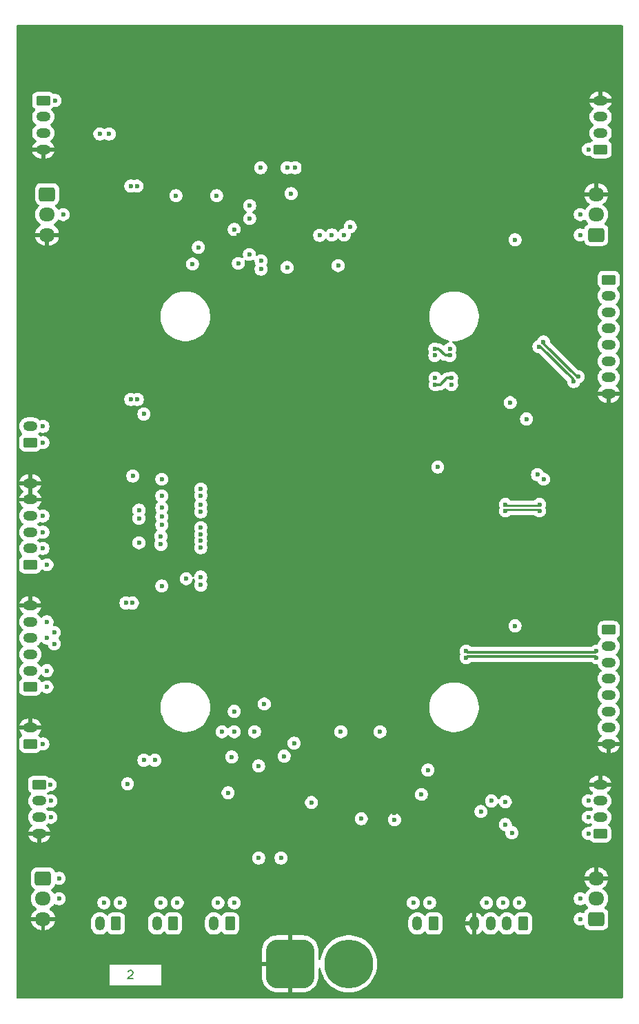
<source format=gbr>
%TF.GenerationSoftware,KiCad,Pcbnew,9.0.7*%
%TF.CreationDate,2026-01-20T00:58:20+01:00*%
%TF.ProjectId,beta-main,62657461-2d6d-4616-996e-2e6b69636164,rev?*%
%TF.SameCoordinates,Original*%
%TF.FileFunction,Copper,L2,Inr*%
%TF.FilePolarity,Positive*%
%FSLAX46Y46*%
G04 Gerber Fmt 4.6, Leading zero omitted, Abs format (unit mm)*
G04 Created by KiCad (PCBNEW 9.0.7) date 2026-01-20 00:58:20*
%MOMM*%
%LPD*%
G01*
G04 APERTURE LIST*
G04 Aperture macros list*
%AMRoundRect*
0 Rectangle with rounded corners*
0 $1 Rounding radius*
0 $2 $3 $4 $5 $6 $7 $8 $9 X,Y pos of 4 corners*
0 Add a 4 corners polygon primitive as box body*
4,1,4,$2,$3,$4,$5,$6,$7,$8,$9,$2,$3,0*
0 Add four circle primitives for the rounded corners*
1,1,$1+$1,$2,$3*
1,1,$1+$1,$4,$5*
1,1,$1+$1,$6,$7*
1,1,$1+$1,$8,$9*
0 Add four rect primitives between the rounded corners*
20,1,$1+$1,$2,$3,$4,$5,0*
20,1,$1+$1,$4,$5,$6,$7,0*
20,1,$1+$1,$6,$7,$8,$9,0*
20,1,$1+$1,$8,$9,$2,$3,0*%
G04 Aperture macros list end*
%ADD10C,0.200000*%
%TA.AperFunction,NonConductor*%
%ADD11C,0.200000*%
%TD*%
%TA.AperFunction,ComponentPad*%
%ADD12RoundRect,0.250000X0.625000X-0.350000X0.625000X0.350000X-0.625000X0.350000X-0.625000X-0.350000X0*%
%TD*%
%TA.AperFunction,ComponentPad*%
%ADD13O,1.750000X1.200000*%
%TD*%
%TA.AperFunction,ComponentPad*%
%ADD14RoundRect,0.250000X-0.725000X0.600000X-0.725000X-0.600000X0.725000X-0.600000X0.725000X0.600000X0*%
%TD*%
%TA.AperFunction,ComponentPad*%
%ADD15O,1.950000X1.700000*%
%TD*%
%TA.AperFunction,ComponentPad*%
%ADD16RoundRect,0.250000X0.350000X0.625000X-0.350000X0.625000X-0.350000X-0.625000X0.350000X-0.625000X0*%
%TD*%
%TA.AperFunction,ComponentPad*%
%ADD17O,1.200000X1.750000*%
%TD*%
%TA.AperFunction,ComponentPad*%
%ADD18C,5.400000*%
%TD*%
%TA.AperFunction,ComponentPad*%
%ADD19RoundRect,0.250000X0.725000X-0.600000X0.725000X0.600000X-0.725000X0.600000X-0.725000X-0.600000X0*%
%TD*%
%TA.AperFunction,ComponentPad*%
%ADD20C,0.800000*%
%TD*%
%TA.AperFunction,ComponentPad*%
%ADD21C,6.400000*%
%TD*%
%TA.AperFunction,ComponentPad*%
%ADD22RoundRect,1.500000X-1.500000X-1.500000X1.500000X-1.500000X1.500000X1.500000X-1.500000X1.500000X0*%
%TD*%
%TA.AperFunction,ComponentPad*%
%ADD23C,6.000000*%
%TD*%
%TA.AperFunction,ComponentPad*%
%ADD24RoundRect,0.250000X-0.625000X0.350000X-0.625000X-0.350000X0.625000X-0.350000X0.625000X0.350000X0*%
%TD*%
%TA.AperFunction,ViaPad*%
%ADD25C,0.600000*%
%TD*%
%TA.AperFunction,Conductor*%
%ADD26C,0.360000*%
%TD*%
%TA.AperFunction,Conductor*%
%ADD27C,0.290000*%
%TD*%
G04 APERTURE END LIST*
D10*
D11*
X76479286Y-156422457D02*
X76526905Y-156374838D01*
X76526905Y-156374838D02*
X76622143Y-156327219D01*
X76622143Y-156327219D02*
X76860238Y-156327219D01*
X76860238Y-156327219D02*
X76955476Y-156374838D01*
X76955476Y-156374838D02*
X77003095Y-156422457D01*
X77003095Y-156422457D02*
X77050714Y-156517695D01*
X77050714Y-156517695D02*
X77050714Y-156612933D01*
X77050714Y-156612933D02*
X77003095Y-156755790D01*
X77003095Y-156755790D02*
X76431667Y-157327219D01*
X76431667Y-157327219D02*
X77050714Y-157327219D01*
D12*
%TO.N,+3V3*%
%TO.C,J23*%
X64450000Y-121500000D03*
D13*
%TO.N,/I2S0_SCLK*%
X64450000Y-119500000D03*
%TO.N,/I2S0_WS*%
X64450000Y-117500000D03*
%TO.N,/I2S0_SDI1*%
X64450000Y-115500000D03*
%TO.N,+3V3*%
X64450000Y-113500000D03*
%TO.N,GND*%
X64450000Y-111500000D03*
%TD*%
D14*
%TO.N,/Peripherals/SIG*%
%TO.C,J10*%
X66525000Y-61000000D03*
D15*
%TO.N,+BATT*%
X66525000Y-63500000D03*
%TO.N,GND*%
X66525000Y-66000000D03*
%TD*%
D16*
%TO.N,+BATT*%
%TO.C,J19*%
X75000000Y-150550000D03*
D17*
%TO.N,Net-(D2-K)*%
X73000000Y-150550000D03*
%TD*%
D16*
%TO.N,/GPIO/BATT_INT*%
%TO.C,J26*%
X125000000Y-150550000D03*
D17*
%TO.N,/Peripherals/SENSOR_SDA*%
X123000000Y-150550000D03*
%TO.N,/Peripherals/SENSOR_SCL*%
X121000000Y-150550000D03*
%TO.N,GND*%
X119000000Y-150550000D03*
%TD*%
D18*
%TO.N,GND*%
%TO.C,MH11*%
X71000000Y-124500000D03*
%TD*%
D19*
%TO.N,/Peripherals/SIG*%
%TO.C,J11*%
X133975000Y-66000000D03*
D15*
%TO.N,+BATT*%
X133975000Y-63500000D03*
%TO.N,GND*%
X133975000Y-61000000D03*
%TD*%
D12*
%TO.N,+3V3*%
%TO.C,J15*%
X134500000Y-55500000D03*
D13*
%TO.N,/Peripherals/SENSOR_SDA*%
X134500000Y-53500000D03*
%TO.N,/Peripherals/SENSOR_SCL*%
X134500000Y-51500000D03*
%TO.N,GND*%
X134500000Y-49500000D03*
%TD*%
D19*
%TO.N,/Peripherals/SIG*%
%TO.C,J13*%
X133975000Y-150000000D03*
D15*
%TO.N,+BATT*%
X133975000Y-147500000D03*
%TO.N,GND*%
X133975000Y-145000000D03*
%TD*%
D16*
%TO.N,+BATT*%
%TO.C,J24*%
X114000000Y-150550000D03*
D17*
%TO.N,Net-(D2-K)*%
X112000000Y-150550000D03*
%TD*%
D20*
%TO.N,GND*%
%TO.C,MH7*%
X136400000Y-156500000D03*
X135697056Y-158197056D03*
X135697056Y-154802944D03*
X134000000Y-158900000D03*
D21*
X134000000Y-156500000D03*
D20*
X134000000Y-154100000D03*
X132302944Y-158197056D03*
X132302944Y-154802944D03*
X131600000Y-156500000D03*
%TD*%
D16*
%TO.N,+BATT*%
%TO.C,J20*%
X82000000Y-150550000D03*
D17*
%TO.N,Net-(D2-K)*%
X80000000Y-150550000D03*
%TD*%
D22*
%TO.N,GND*%
%TO.C,J18*%
X96375000Y-155500000D03*
D23*
%TO.N,+BATT*%
X103575000Y-155500000D03*
%TD*%
D18*
%TO.N,GND*%
%TO.C,MH12*%
X129000000Y-124500000D03*
%TD*%
D24*
%TO.N,+3V3*%
%TO.C,J14*%
X66050000Y-49500000D03*
D13*
%TO.N,/Peripherals/SENSOR_SDA*%
X66050000Y-51500000D03*
%TO.N,/Peripherals/SENSOR_SCL*%
X66050000Y-53500000D03*
%TO.N,GND*%
X66050000Y-55500000D03*
%TD*%
D12*
%TO.N,Net-(J1-Pin_1)*%
%TO.C,J1*%
X64450000Y-91500000D03*
D13*
%TO.N,Net-(J1-Pin_2)*%
X64450000Y-89500000D03*
%TD*%
D24*
%TO.N,VBUS*%
%TO.C,J3*%
X135500000Y-71500000D03*
D13*
%TO.N,/High Speed Serial/USB3-1-D_N*%
X135500000Y-73500000D03*
%TO.N,/High Speed Serial/USB3-1-D_P*%
X135500000Y-75500000D03*
%TO.N,/High Speed Serial/USB3-1-RX_N*%
X135500000Y-77500000D03*
%TO.N,/High Speed Serial/USB3-1-RX_P*%
X135500000Y-79500000D03*
%TO.N,/High Speed Serial/USB3-1-TX_N*%
X135500000Y-81500000D03*
%TO.N,/High Speed Serial/USB3-1-TX_P*%
X135500000Y-83500000D03*
%TO.N,GND*%
X135500000Y-85500000D03*
%TD*%
D20*
%TO.N,GND*%
%TO.C,MH5*%
X68400000Y-156500000D03*
X67697056Y-158197056D03*
X67697056Y-154802944D03*
X66000000Y-158900000D03*
D21*
X66000000Y-156500000D03*
D20*
X66000000Y-154100000D03*
X64302944Y-158197056D03*
X64302944Y-154802944D03*
X63600000Y-156500000D03*
%TD*%
D18*
%TO.N,GND*%
%TO.C,MH9*%
X71000000Y-75500000D03*
%TD*%
D24*
%TO.N,VBUS*%
%TO.C,J2*%
X135500000Y-114500000D03*
D13*
%TO.N,/High Speed Serial/USB3-0-D_N*%
X135500000Y-116500000D03*
%TO.N,/High Speed Serial/USB3-0-D_P*%
X135500000Y-118500000D03*
%TO.N,/High Speed Serial/USB3-0-RX_N*%
X135500000Y-120500000D03*
%TO.N,/High Speed Serial/USB3-0-RX_P*%
X135500000Y-122500000D03*
%TO.N,/High Speed Serial/USB3-0-TX_N*%
X135500000Y-124500000D03*
%TO.N,/High Speed Serial/USB3-0-TX_P*%
X135500000Y-126500000D03*
%TO.N,GND*%
X135500000Y-128500000D03*
%TD*%
D12*
%TO.N,+3V3*%
%TO.C,J22*%
X64450000Y-106500000D03*
D13*
%TO.N,/I2S0_SCLK*%
X64450000Y-104500000D03*
%TO.N,/I2S0_WS*%
X64450000Y-102500000D03*
%TO.N,/I2S0_SDI0*%
X64450000Y-100500000D03*
%TO.N,GND*%
X64450000Y-98500000D03*
X64450000Y-96500000D03*
%TD*%
D20*
%TO.N,GND*%
%TO.C,MH3*%
X131600000Y-43500000D03*
X132302944Y-41802944D03*
X132302944Y-45197056D03*
X134000000Y-41100000D03*
D21*
X134000000Y-43500000D03*
D20*
X134000000Y-45900000D03*
X135697056Y-41802944D03*
X135697056Y-45197056D03*
X136400000Y-43500000D03*
%TD*%
D12*
%TO.N,+3V3*%
%TO.C,J16*%
X134450000Y-139500000D03*
D13*
%TO.N,/Peripherals/SENSOR_SDA*%
X134450000Y-137500000D03*
%TO.N,/Peripherals/SENSOR_SCL*%
X134450000Y-135500000D03*
%TO.N,GND*%
X134450000Y-133500000D03*
%TD*%
D12*
%TO.N,/GPIO/PWR_BUT*%
%TO.C,J21*%
X64450000Y-128500000D03*
D13*
%TO.N,GND*%
X64450000Y-126500000D03*
%TD*%
D16*
%TO.N,+BATT*%
%TO.C,J25*%
X89000000Y-150550000D03*
D17*
%TO.N,Net-(D2-K)*%
X87000000Y-150550000D03*
%TD*%
D18*
%TO.N,GND*%
%TO.C,MH10*%
X129000000Y-75500000D03*
%TD*%
D20*
%TO.N,GND*%
%TO.C,MH1*%
X63600000Y-43500000D03*
X64302944Y-41802944D03*
X64302944Y-45197056D03*
X66000000Y-41100000D03*
D21*
X66000000Y-43500000D03*
D20*
X66000000Y-45900000D03*
X67697056Y-41802944D03*
X67697056Y-45197056D03*
X68400000Y-43500000D03*
%TD*%
D14*
%TO.N,/Peripherals/SIG*%
%TO.C,J12*%
X66025000Y-145000000D03*
D15*
%TO.N,+BATT*%
X66025000Y-147500000D03*
%TO.N,GND*%
X66025000Y-150000000D03*
%TD*%
D24*
%TO.N,+3V3*%
%TO.C,J17*%
X65550000Y-133500000D03*
D13*
%TO.N,/Peripherals/SENSOR_SDA*%
X65550000Y-135500000D03*
%TO.N,/Peripherals/SENSOR_SCL*%
X65550000Y-137500000D03*
%TO.N,GND*%
X65550000Y-139500000D03*
%TD*%
D25*
%TO.N,+BATT*%
X89500000Y-148000000D03*
X92500000Y-142500000D03*
X68500000Y-63500000D03*
X132000000Y-63500000D03*
X68000000Y-147500000D03*
X95250000Y-142500000D03*
X75500000Y-148000000D03*
X113500000Y-148000000D03*
X82500000Y-148000000D03*
X132000000Y-147500000D03*
%TO.N,GND*%
X83600000Y-104000000D03*
X83600000Y-100200000D03*
X82400000Y-94800000D03*
X112800000Y-140600000D03*
X86000000Y-135750000D03*
X86000000Y-138750000D03*
X99951539Y-60919263D03*
X66000000Y-96500000D03*
X67000000Y-139500000D03*
X127000000Y-97600000D03*
X97151539Y-65919263D03*
X68500000Y-66000000D03*
X80546860Y-68138919D03*
X100887500Y-138737500D03*
X132000000Y-145000000D03*
X83600000Y-98550000D03*
X119400000Y-106200000D03*
X83600000Y-105800000D03*
X109137500Y-136987500D03*
X73425000Y-101250000D03*
X119400000Y-103800000D03*
X83600000Y-94800000D03*
X114500000Y-52500000D03*
X86000000Y-137250000D03*
X113500000Y-60000000D03*
X83600000Y-111800000D03*
X82400000Y-92800000D03*
X116400000Y-96000000D03*
X99000000Y-134250000D03*
X101000000Y-57750000D03*
X68000000Y-150000000D03*
X97950000Y-128400000D03*
X98951539Y-60919263D03*
X99000000Y-138750000D03*
X119400000Y-105000000D03*
X83600000Y-103000000D03*
X99000000Y-140250000D03*
X133000000Y-49500000D03*
X133750000Y-129250000D03*
X114600000Y-100200000D03*
X119400000Y-111000000D03*
X127000000Y-94400000D03*
X127000000Y-70800000D03*
X107000000Y-57750000D03*
X100887500Y-140237500D03*
X97500000Y-70000000D03*
X82400000Y-96650000D03*
X83600000Y-96400000D03*
X95500000Y-65500000D03*
X127000000Y-114400000D03*
X119400000Y-102600000D03*
X100887500Y-137237500D03*
X83750000Y-134250000D03*
X83600000Y-92800000D03*
X114600000Y-112200000D03*
X117600000Y-98320000D03*
X98000000Y-57750000D03*
X101400000Y-132100000D03*
X133000000Y-133500000D03*
X116400000Y-97200000D03*
X117600000Y-96000000D03*
X119400000Y-107400000D03*
X118500000Y-148000000D03*
X85500000Y-52500000D03*
X82400000Y-102800000D03*
X132000000Y-61000000D03*
X90000000Y-66000000D03*
X127000000Y-107600000D03*
X83850000Y-61180000D03*
X82400000Y-107000000D03*
X83600000Y-106800000D03*
X91750000Y-136000000D03*
X116400000Y-98400000D03*
X99000000Y-137250000D03*
X83600000Y-93600000D03*
X71000000Y-109000000D03*
X127000000Y-104600000D03*
X119400000Y-112200000D03*
X117600000Y-97200000D03*
X116300000Y-138800000D03*
X116400000Y-94600000D03*
X86000000Y-140250000D03*
X82400000Y-104000000D03*
X127000000Y-101400000D03*
X119400000Y-108600000D03*
X67500000Y-55500000D03*
X119400000Y-109800000D03*
X82400000Y-105800000D03*
X104000000Y-57750000D03*
X66000000Y-126500000D03*
X82400000Y-93600000D03*
X105637500Y-138987500D03*
X117600000Y-94600000D03*
X66500000Y-111500000D03*
X82400000Y-99400000D03*
%TO.N,+5V*%
X105106250Y-137693750D03*
X95650000Y-130000000D03*
X92500000Y-131200000D03*
X99000000Y-135700000D03*
X109200000Y-137800000D03*
X89200000Y-130100000D03*
X88750000Y-134500000D03*
X92000000Y-127000000D03*
X80600000Y-109100000D03*
%TO.N,+3V3*%
X77800000Y-103800000D03*
X87350000Y-61180000D03*
X78400000Y-88000000D03*
X83600000Y-108200000D03*
X82350000Y-61180000D03*
X96500000Y-60921400D03*
X102266606Y-69766606D03*
X125400000Y-88600000D03*
X112500000Y-134700000D03*
X67500000Y-49500000D03*
X67400000Y-116200000D03*
X66500000Y-106500000D03*
X67400000Y-114800000D03*
X66900000Y-133500000D03*
X123600000Y-139400000D03*
X113300000Y-131700000D03*
X66500000Y-121500000D03*
X100000000Y-66050000D03*
X85100000Y-67530000D03*
X123400000Y-86600000D03*
X96000000Y-70000000D03*
X133000000Y-55500000D03*
X77049000Y-95600000D03*
X76400000Y-133400000D03*
X107400000Y-127000000D03*
X133000000Y-139500000D03*
X66500000Y-113500000D03*
X92750000Y-57750000D03*
%TO.N,VBUS*%
X124000000Y-114000000D03*
X102600000Y-127000000D03*
%TO.N,Net-(J1-Pin_1)*%
X66000000Y-91500000D03*
%TO.N,Net-(J1-Pin_2)*%
X66000000Y-89500000D03*
%TO.N,/High Speed Serial/USB3-0-D_P*%
X134000000Y-117900000D03*
X118000000Y-117900000D03*
%TO.N,/High Speed Serial/USB3-0-D_N*%
X134000000Y-117100000D03*
X118000000Y-117100000D03*
%TO.N,/High Speed Serial/USB3-1-TX_P*%
X116000000Y-80800000D03*
X126926854Y-79708310D03*
X131201415Y-83998585D03*
X114125412Y-80000000D03*
%TO.N,/High Speed Serial/USB3-1-TX_N*%
X116000000Y-80000000D03*
X114125412Y-80800000D03*
X131750940Y-83417185D03*
X127492540Y-79142624D03*
%TO.N,/High Speed Serial/USB3-1-RX_N*%
X116200000Y-83600000D03*
X114200000Y-84400000D03*
%TO.N,/High Speed Serial/USB3-1-RX_P*%
X114200000Y-83600000D03*
X116200000Y-84400000D03*
%TO.N,/SCL0*%
X85390000Y-108000000D03*
X126750000Y-95445043D03*
%TO.N,/MIPI0_D0_P*%
X122800000Y-99100000D03*
X126994068Y-99100000D03*
%TO.N,/SDA0*%
X127500000Y-96000000D03*
X85400000Y-109000000D03*
%TO.N,/MIPI0_D0_N*%
X122800000Y-99900000D03*
X126994068Y-99900000D03*
%TO.N,/SCL1*%
X85388928Y-103567997D03*
X92800000Y-69200000D03*
%TO.N,/CAM_GPIO0*%
X77600000Y-86200000D03*
X77000000Y-111200000D03*
X77563911Y-60013908D03*
X97000000Y-57750000D03*
%TO.N,/SDA1*%
X92800000Y-70200000D03*
X85400000Y-104400000D03*
%TO.N,/CAM_GPIO1*%
X76200000Y-111200000D03*
X96000000Y-57750000D03*
X76800000Y-60000000D03*
X76800000Y-86200000D03*
%TO.N,/Peripherals/SIG*%
X68000000Y-145000000D03*
X78400000Y-130500000D03*
X132000000Y-66000000D03*
X132000000Y-150000000D03*
X91350000Y-68400000D03*
X84387500Y-69580000D03*
X124000000Y-66600000D03*
%TO.N,/Peripherals/SENSOR_SCL*%
X91400000Y-64000000D03*
X121100000Y-135500000D03*
X67000000Y-137500000D03*
X133000000Y-135500000D03*
X80600000Y-99500000D03*
X119800000Y-136800000D03*
X73000000Y-53600000D03*
X89500000Y-127000000D03*
X74150000Y-53600000D03*
X120500000Y-148000000D03*
X91400000Y-62400000D03*
X89500000Y-124500000D03*
%TO.N,/GPIO/SDI*%
X101500000Y-66000000D03*
X80600000Y-101600000D03*
%TO.N,/GPIO/UART3_RX*%
X85400000Y-100000000D03*
X89500000Y-65330000D03*
%TO.N,/GPIO/UART3_TX*%
X90000000Y-69500000D03*
X80600000Y-100600000D03*
%TO.N,/GPIO/I2C2_SCL*%
X85400000Y-99150000D03*
X103000000Y-66000000D03*
%TO.N,/GPIO/I2C2_SDA*%
X85400000Y-102800000D03*
X103750000Y-65000000D03*
%TO.N,/Peripherals/SENSOR_SDA*%
X133000000Y-137500000D03*
X67000000Y-135500000D03*
X88000000Y-127000000D03*
X122500000Y-148000000D03*
X85400000Y-98000000D03*
%TO.N,/GPIO/PWR_BUT*%
X66000000Y-128500000D03*
%TO.N,/GPIO/FAN_PWM*%
X79750000Y-130500000D03*
X80600000Y-96000000D03*
%TO.N,Net-(D2-K)*%
X87500000Y-148000000D03*
X111500000Y-148000000D03*
X80500000Y-148000000D03*
X73500000Y-148000000D03*
%TO.N,/I2S0_WS*%
X77800000Y-99800000D03*
X85400000Y-97200000D03*
X66000000Y-102500000D03*
%TO.N,/I2S0_SCLK*%
X66500000Y-119500000D03*
X66000000Y-104500000D03*
%TO.N,/VBUS_EN*%
X114500000Y-94500000D03*
X96850000Y-128400000D03*
%TO.N,/I2S0_SDI0*%
X77800000Y-100800000D03*
X66000000Y-100500000D03*
X80600000Y-98050000D03*
%TO.N,/I2S0_SDI1*%
X80500000Y-103000000D03*
X66500000Y-115500000D03*
X85400000Y-101950000D03*
%TO.N,/GPIO/BATT_INT*%
X80500000Y-104000000D03*
X122800000Y-135600000D03*
X122800000Y-138400000D03*
X124500000Y-148000000D03*
X93200000Y-123600000D03*
%TD*%
D26*
%TO.N,/High Speed Serial/USB3-0-D_P*%
X133880000Y-117780000D02*
X118120000Y-117780000D01*
X118120000Y-117780000D02*
X118000000Y-117900000D01*
X134000000Y-117900000D02*
X133880000Y-117780000D01*
%TO.N,/High Speed Serial/USB3-0-D_N*%
X133880000Y-117220000D02*
X118120000Y-117220000D01*
X118120000Y-117220000D02*
X118000000Y-117100000D01*
X134000000Y-117100000D02*
X133880000Y-117220000D01*
%TO.N,/High Speed Serial/USB3-1-TX_P*%
X131201415Y-83998585D02*
X131201415Y-83830740D01*
X131201415Y-83830740D02*
X131069940Y-83699265D01*
X127096560Y-79708310D02*
X126926854Y-79708310D01*
X115400000Y-80800000D02*
X116000000Y-80800000D01*
X131069940Y-83699265D02*
X131069940Y-83681690D01*
X131069940Y-83681690D02*
X127096560Y-79708310D01*
X114125412Y-80000000D02*
X114600000Y-80000000D01*
X114600000Y-80000000D02*
X115400000Y-80800000D01*
%TO.N,/High Speed Serial/USB3-1-TX_N*%
X127492540Y-79312330D02*
X127492540Y-79142624D01*
X131597395Y-83417185D02*
X127492540Y-79312330D01*
X131750940Y-83417185D02*
X131597395Y-83417185D01*
%TO.N,/High Speed Serial/USB3-1-RX_N*%
X114800000Y-84400000D02*
X115600000Y-83600000D01*
X115600000Y-83600000D02*
X116200000Y-83600000D01*
X114200000Y-84400000D02*
X114800000Y-84400000D01*
D27*
%TO.N,/MIPI0_D0_P*%
X126839068Y-99255000D02*
X126994068Y-99100000D01*
X122800000Y-99100000D02*
X122955000Y-99255000D01*
X122955000Y-99255000D02*
X126839068Y-99255000D01*
%TO.N,/MIPI0_D0_N*%
X122800000Y-99900000D02*
X122955000Y-99745000D01*
X126839068Y-99745000D02*
X126994068Y-99900000D01*
X122955000Y-99745000D02*
X126839068Y-99745000D01*
%TD*%
%TA.AperFunction,Conductor*%
%TO.N,GND*%
G36*
X64700000Y-98219670D02*
G01*
X64680255Y-98199925D01*
X64594745Y-98150556D01*
X64499370Y-98125000D01*
X64400630Y-98125000D01*
X64305255Y-98150556D01*
X64219745Y-98199925D01*
X64200000Y-98219670D01*
X64200000Y-96780330D01*
X64219745Y-96800075D01*
X64305255Y-96849444D01*
X64400630Y-96875000D01*
X64499370Y-96875000D01*
X64594745Y-96849444D01*
X64680255Y-96800075D01*
X64700000Y-96780330D01*
X64700000Y-98219670D01*
G37*
%TD.AperFunction*%
%TA.AperFunction,Conductor*%
G36*
X137193039Y-40269685D02*
G01*
X137238794Y-40322489D01*
X137250000Y-40374000D01*
X137250000Y-159626000D01*
X137230315Y-159693039D01*
X137177511Y-159738794D01*
X137126000Y-159750000D01*
X62874000Y-159750000D01*
X62806961Y-159730315D01*
X62761206Y-159677511D01*
X62750000Y-159626000D01*
X62750000Y-158145000D01*
X74225000Y-158145000D01*
X80575000Y-158145000D01*
X80575000Y-155605000D01*
X74225000Y-155605000D01*
X74225000Y-158145000D01*
X62750000Y-158145000D01*
X62750000Y-153928563D01*
X92875000Y-153928563D01*
X92875000Y-155250000D01*
X94138498Y-155250000D01*
X94125000Y-155352527D01*
X94125000Y-155647473D01*
X94138498Y-155750000D01*
X92875000Y-155750000D01*
X92875000Y-157071436D01*
X92890300Y-157285362D01*
X92951109Y-157564895D01*
X93051091Y-157832958D01*
X93188191Y-158084038D01*
X93188192Y-158084039D01*
X93359639Y-158313065D01*
X93359649Y-158313077D01*
X93561922Y-158515350D01*
X93561934Y-158515360D01*
X93790960Y-158686807D01*
X93790961Y-158686808D01*
X94042042Y-158823908D01*
X94042041Y-158823908D01*
X94310104Y-158923890D01*
X94589637Y-158984699D01*
X94803563Y-158999999D01*
X94803566Y-159000000D01*
X96125000Y-159000000D01*
X96125000Y-157736502D01*
X96227527Y-157750000D01*
X96522473Y-157750000D01*
X96625000Y-157736502D01*
X96625000Y-159000000D01*
X97946434Y-159000000D01*
X97946436Y-158999999D01*
X98160362Y-158984699D01*
X98439895Y-158923890D01*
X98707958Y-158823908D01*
X98959038Y-158686808D01*
X98959039Y-158686807D01*
X99188065Y-158515360D01*
X99188077Y-158515350D01*
X99390350Y-158313077D01*
X99390360Y-158313065D01*
X99561807Y-158084039D01*
X99561808Y-158084038D01*
X99698908Y-157832958D01*
X99798890Y-157564895D01*
X99859699Y-157285362D01*
X99874999Y-157071436D01*
X99875000Y-157071434D01*
X99875000Y-156100810D01*
X99894685Y-156033771D01*
X99947489Y-155988016D01*
X100016647Y-155978072D01*
X100080203Y-156007097D01*
X100117977Y-156065875D01*
X100120617Y-156076619D01*
X100175308Y-156351572D01*
X100275150Y-156680706D01*
X100406770Y-156998464D01*
X100406772Y-156998469D01*
X100568893Y-157301775D01*
X100568904Y-157301793D01*
X100759975Y-157587751D01*
X100759985Y-157587765D01*
X100978176Y-157853632D01*
X101221367Y-158096823D01*
X101221372Y-158096827D01*
X101221373Y-158096828D01*
X101487240Y-158315019D01*
X101773213Y-158506100D01*
X101773222Y-158506105D01*
X101773224Y-158506106D01*
X102076530Y-158668227D01*
X102076532Y-158668227D01*
X102076538Y-158668231D01*
X102394295Y-158799850D01*
X102723422Y-158899690D01*
X103060750Y-158966789D01*
X103403031Y-159000500D01*
X103403034Y-159000500D01*
X103746966Y-159000500D01*
X103746969Y-159000500D01*
X104089250Y-158966789D01*
X104426578Y-158899690D01*
X104755705Y-158799850D01*
X105073462Y-158668231D01*
X105376787Y-158506100D01*
X105662760Y-158315019D01*
X105928627Y-158096828D01*
X106171828Y-157853627D01*
X106390019Y-157587760D01*
X106581100Y-157301787D01*
X106743231Y-156998462D01*
X106874850Y-156680705D01*
X106974690Y-156351578D01*
X107041789Y-156014250D01*
X107075500Y-155671969D01*
X107075500Y-155328031D01*
X107041789Y-154985750D01*
X106974690Y-154648422D01*
X106874850Y-154319295D01*
X106743231Y-154001538D01*
X106581100Y-153698213D01*
X106390019Y-153412240D01*
X106171828Y-153146373D01*
X106171827Y-153146372D01*
X106171823Y-153146367D01*
X105928632Y-152903176D01*
X105662765Y-152684985D01*
X105662764Y-152684984D01*
X105662760Y-152684981D01*
X105376787Y-152493900D01*
X105376782Y-152493897D01*
X105376775Y-152493893D01*
X105073469Y-152331772D01*
X105073464Y-152331770D01*
X105028610Y-152313191D01*
X104980394Y-152293219D01*
X104755706Y-152200150D01*
X104426572Y-152100308D01*
X104089248Y-152033210D01*
X104089249Y-152033210D01*
X103831456Y-152007821D01*
X103746969Y-151999500D01*
X103403031Y-151999500D01*
X103324966Y-152007188D01*
X103060750Y-152033210D01*
X102723427Y-152100308D01*
X102394293Y-152200150D01*
X102076535Y-152331770D01*
X102076530Y-152331772D01*
X101773224Y-152493893D01*
X101773206Y-152493904D01*
X101487248Y-152684975D01*
X101487234Y-152684985D01*
X101221367Y-152903176D01*
X100978176Y-153146367D01*
X100759985Y-153412234D01*
X100759975Y-153412248D01*
X100568904Y-153698206D01*
X100568893Y-153698224D01*
X100406772Y-154001530D01*
X100406770Y-154001535D01*
X100275150Y-154319293D01*
X100175308Y-154648427D01*
X100120617Y-154923380D01*
X100088232Y-154985291D01*
X100027516Y-155019865D01*
X99957747Y-155016126D01*
X99901075Y-154975259D01*
X99875494Y-154910241D01*
X99875000Y-154899189D01*
X99875000Y-153928566D01*
X99874999Y-153928563D01*
X99859699Y-153714637D01*
X99798890Y-153435104D01*
X99698908Y-153167041D01*
X99561808Y-152915961D01*
X99561807Y-152915960D01*
X99390360Y-152686934D01*
X99390350Y-152686922D01*
X99188077Y-152484649D01*
X99188065Y-152484639D01*
X98959039Y-152313192D01*
X98959038Y-152313191D01*
X98707957Y-152176091D01*
X98707958Y-152176091D01*
X98439895Y-152076109D01*
X98160362Y-152015300D01*
X97946436Y-152000000D01*
X96625000Y-152000000D01*
X96625000Y-153263497D01*
X96522473Y-153250000D01*
X96227527Y-153250000D01*
X96125000Y-153263497D01*
X96125000Y-152000000D01*
X94803563Y-152000000D01*
X94589637Y-152015300D01*
X94310104Y-152076109D01*
X94042041Y-152176091D01*
X93790961Y-152313191D01*
X93790960Y-152313192D01*
X93561934Y-152484639D01*
X93561922Y-152484649D01*
X93359649Y-152686922D01*
X93359639Y-152686934D01*
X93188192Y-152915960D01*
X93188191Y-152915961D01*
X93051091Y-153167041D01*
X92951109Y-153435104D01*
X92890300Y-153714637D01*
X92875000Y-153928563D01*
X62750000Y-153928563D01*
X62750000Y-144349983D01*
X64549500Y-144349983D01*
X64549500Y-145650001D01*
X64549501Y-145650018D01*
X64560000Y-145752796D01*
X64560001Y-145752799D01*
X64615185Y-145919331D01*
X64615187Y-145919336D01*
X64707289Y-146068657D01*
X64831344Y-146192712D01*
X64986120Y-146288178D01*
X65032845Y-146340126D01*
X65044068Y-146409088D01*
X65016224Y-146473171D01*
X65008706Y-146481398D01*
X64869889Y-146620215D01*
X64744951Y-146792179D01*
X64648444Y-146981585D01*
X64582753Y-147183760D01*
X64565830Y-147290609D01*
X64549500Y-147393713D01*
X64549500Y-147606287D01*
X64582754Y-147816243D01*
X64645803Y-148010288D01*
X64648444Y-148018414D01*
X64744951Y-148207820D01*
X64869890Y-148379786D01*
X65020209Y-148530105D01*
X65020214Y-148530109D01*
X65185218Y-148649991D01*
X65227884Y-148705320D01*
X65233863Y-148774934D01*
X65201258Y-148836729D01*
X65185218Y-148850627D01*
X65020540Y-148970272D01*
X65020535Y-148970276D01*
X64870276Y-149120535D01*
X64870272Y-149120540D01*
X64745379Y-149292442D01*
X64648904Y-149481782D01*
X64583242Y-149683870D01*
X64583242Y-149683873D01*
X64572769Y-149750000D01*
X65620854Y-149750000D01*
X65582370Y-149816657D01*
X65550000Y-149937465D01*
X65550000Y-150062535D01*
X65582370Y-150183343D01*
X65620854Y-150250000D01*
X64572769Y-150250000D01*
X64583242Y-150316126D01*
X64583242Y-150316129D01*
X64648904Y-150518217D01*
X64745379Y-150707557D01*
X64870272Y-150879459D01*
X64870276Y-150879464D01*
X65020535Y-151029723D01*
X65020540Y-151029727D01*
X65192442Y-151154620D01*
X65381782Y-151251095D01*
X65583872Y-151316757D01*
X65775000Y-151347029D01*
X65775000Y-150404145D01*
X65841657Y-150442630D01*
X65962465Y-150475000D01*
X66087535Y-150475000D01*
X66208343Y-150442630D01*
X66275000Y-150404145D01*
X66275000Y-151347028D01*
X66466127Y-151316757D01*
X66668217Y-151251095D01*
X66857557Y-151154620D01*
X67029459Y-151029727D01*
X67029464Y-151029723D01*
X67179723Y-150879464D01*
X67179727Y-150879459D01*
X67304620Y-150707557D01*
X67401095Y-150518217D01*
X67466757Y-150316129D01*
X67466757Y-150316126D01*
X67477231Y-150250000D01*
X66429146Y-150250000D01*
X66464717Y-150188389D01*
X71899500Y-150188389D01*
X71899500Y-150911610D01*
X71924373Y-151068657D01*
X71926598Y-151082701D01*
X71980127Y-151247445D01*
X72058768Y-151401788D01*
X72160586Y-151541928D01*
X72283072Y-151664414D01*
X72423212Y-151766232D01*
X72577555Y-151844873D01*
X72742299Y-151898402D01*
X72913389Y-151925500D01*
X72913390Y-151925500D01*
X73086610Y-151925500D01*
X73086611Y-151925500D01*
X73257701Y-151898402D01*
X73422445Y-151844873D01*
X73576788Y-151766232D01*
X73716928Y-151664414D01*
X73824472Y-151556869D01*
X73885791Y-151523387D01*
X73955483Y-151528371D01*
X74011417Y-151570242D01*
X74017688Y-151579456D01*
X74057285Y-151643652D01*
X74057288Y-151643656D01*
X74181344Y-151767712D01*
X74330666Y-151859814D01*
X74497203Y-151914999D01*
X74599991Y-151925500D01*
X75400008Y-151925499D01*
X75400016Y-151925498D01*
X75400019Y-151925498D01*
X75456302Y-151919748D01*
X75502797Y-151914999D01*
X75669334Y-151859814D01*
X75818656Y-151767712D01*
X75942712Y-151643656D01*
X76034814Y-151494334D01*
X76089999Y-151327797D01*
X76100500Y-151225009D01*
X76100499Y-150188389D01*
X78899500Y-150188389D01*
X78899500Y-150911610D01*
X78924373Y-151068657D01*
X78926598Y-151082701D01*
X78980127Y-151247445D01*
X79058768Y-151401788D01*
X79160586Y-151541928D01*
X79283072Y-151664414D01*
X79423212Y-151766232D01*
X79577555Y-151844873D01*
X79742299Y-151898402D01*
X79913389Y-151925500D01*
X79913390Y-151925500D01*
X80086610Y-151925500D01*
X80086611Y-151925500D01*
X80257701Y-151898402D01*
X80422445Y-151844873D01*
X80576788Y-151766232D01*
X80716928Y-151664414D01*
X80824472Y-151556869D01*
X80885791Y-151523387D01*
X80955483Y-151528371D01*
X81011417Y-151570242D01*
X81017688Y-151579456D01*
X81057285Y-151643652D01*
X81057288Y-151643656D01*
X81181344Y-151767712D01*
X81330666Y-151859814D01*
X81497203Y-151914999D01*
X81599991Y-151925500D01*
X82400008Y-151925499D01*
X82400016Y-151925498D01*
X82400019Y-151925498D01*
X82456302Y-151919748D01*
X82502797Y-151914999D01*
X82669334Y-151859814D01*
X82818656Y-151767712D01*
X82942712Y-151643656D01*
X83034814Y-151494334D01*
X83089999Y-151327797D01*
X83100500Y-151225009D01*
X83100499Y-150188389D01*
X85899500Y-150188389D01*
X85899500Y-150911610D01*
X85924373Y-151068657D01*
X85926598Y-151082701D01*
X85980127Y-151247445D01*
X86058768Y-151401788D01*
X86160586Y-151541928D01*
X86283072Y-151664414D01*
X86423212Y-151766232D01*
X86577555Y-151844873D01*
X86742299Y-151898402D01*
X86913389Y-151925500D01*
X86913390Y-151925500D01*
X87086610Y-151925500D01*
X87086611Y-151925500D01*
X87257701Y-151898402D01*
X87422445Y-151844873D01*
X87576788Y-151766232D01*
X87716928Y-151664414D01*
X87824472Y-151556869D01*
X87885791Y-151523387D01*
X87955483Y-151528371D01*
X88011417Y-151570242D01*
X88017688Y-151579456D01*
X88057285Y-151643652D01*
X88057288Y-151643656D01*
X88181344Y-151767712D01*
X88330666Y-151859814D01*
X88497203Y-151914999D01*
X88599991Y-151925500D01*
X89400008Y-151925499D01*
X89400016Y-151925498D01*
X89400019Y-151925498D01*
X89456302Y-151919748D01*
X89502797Y-151914999D01*
X89669334Y-151859814D01*
X89818656Y-151767712D01*
X89942712Y-151643656D01*
X90034814Y-151494334D01*
X90089999Y-151327797D01*
X90100500Y-151225009D01*
X90100499Y-150188389D01*
X110899500Y-150188389D01*
X110899500Y-150911610D01*
X110924373Y-151068657D01*
X110926598Y-151082701D01*
X110980127Y-151247445D01*
X111058768Y-151401788D01*
X111160586Y-151541928D01*
X111283072Y-151664414D01*
X111423212Y-151766232D01*
X111577555Y-151844873D01*
X111742299Y-151898402D01*
X111913389Y-151925500D01*
X111913390Y-151925500D01*
X112086610Y-151925500D01*
X112086611Y-151925500D01*
X112257701Y-151898402D01*
X112422445Y-151844873D01*
X112576788Y-151766232D01*
X112716928Y-151664414D01*
X112824472Y-151556869D01*
X112885791Y-151523387D01*
X112955483Y-151528371D01*
X113011417Y-151570242D01*
X113017688Y-151579456D01*
X113057285Y-151643652D01*
X113057288Y-151643656D01*
X113181344Y-151767712D01*
X113330666Y-151859814D01*
X113497203Y-151914999D01*
X113599991Y-151925500D01*
X114400008Y-151925499D01*
X114400016Y-151925498D01*
X114400019Y-151925498D01*
X114456302Y-151919748D01*
X114502797Y-151914999D01*
X114669334Y-151859814D01*
X114818656Y-151767712D01*
X114942712Y-151643656D01*
X115034814Y-151494334D01*
X115089999Y-151327797D01*
X115100500Y-151225009D01*
X115100499Y-150518217D01*
X115100499Y-150188428D01*
X117900000Y-150188428D01*
X117900000Y-150300000D01*
X118719670Y-150300000D01*
X118699925Y-150319745D01*
X118650556Y-150405255D01*
X118625000Y-150500630D01*
X118625000Y-150599370D01*
X118650556Y-150694745D01*
X118699925Y-150780255D01*
X118719670Y-150800000D01*
X117900000Y-150800000D01*
X117900000Y-150911571D01*
X117927085Y-151082584D01*
X117980591Y-151247257D01*
X118059195Y-151401524D01*
X118160967Y-151541602D01*
X118283397Y-151664032D01*
X118423475Y-151765804D01*
X118577744Y-151844408D01*
X118742415Y-151897914D01*
X118742414Y-151897914D01*
X118749999Y-151899115D01*
X118750000Y-151899114D01*
X118750000Y-150830330D01*
X118769745Y-150850075D01*
X118855255Y-150899444D01*
X118950630Y-150925000D01*
X119049370Y-150925000D01*
X119144745Y-150899444D01*
X119230255Y-150850075D01*
X119250000Y-150830330D01*
X119250000Y-151899115D01*
X119257584Y-151897914D01*
X119422255Y-151844408D01*
X119576524Y-151765804D01*
X119716602Y-151664032D01*
X119839036Y-151541598D01*
X119899371Y-151458552D01*
X119954700Y-151415886D01*
X120024313Y-151409905D01*
X120086109Y-151442510D01*
X120100008Y-151458550D01*
X120100318Y-151458976D01*
X120160586Y-151541928D01*
X120283072Y-151664414D01*
X120423212Y-151766232D01*
X120577555Y-151844873D01*
X120742299Y-151898402D01*
X120913389Y-151925500D01*
X120913390Y-151925500D01*
X121086610Y-151925500D01*
X121086611Y-151925500D01*
X121257701Y-151898402D01*
X121422445Y-151844873D01*
X121576788Y-151766232D01*
X121716928Y-151664414D01*
X121839414Y-151541928D01*
X121899682Y-151458975D01*
X121955012Y-151416311D01*
X122024626Y-151410332D01*
X122086421Y-151442938D01*
X122100315Y-151458973D01*
X122160586Y-151541928D01*
X122283072Y-151664414D01*
X122423212Y-151766232D01*
X122577555Y-151844873D01*
X122742299Y-151898402D01*
X122913389Y-151925500D01*
X122913390Y-151925500D01*
X123086610Y-151925500D01*
X123086611Y-151925500D01*
X123257701Y-151898402D01*
X123422445Y-151844873D01*
X123576788Y-151766232D01*
X123716928Y-151664414D01*
X123824472Y-151556869D01*
X123885791Y-151523387D01*
X123955483Y-151528371D01*
X124011417Y-151570242D01*
X124017688Y-151579456D01*
X124057285Y-151643652D01*
X124057288Y-151643656D01*
X124181344Y-151767712D01*
X124330666Y-151859814D01*
X124497203Y-151914999D01*
X124599991Y-151925500D01*
X125400008Y-151925499D01*
X125400016Y-151925498D01*
X125400019Y-151925498D01*
X125456302Y-151919748D01*
X125502797Y-151914999D01*
X125669334Y-151859814D01*
X125818656Y-151767712D01*
X125942712Y-151643656D01*
X126034814Y-151494334D01*
X126089999Y-151327797D01*
X126100500Y-151225009D01*
X126100499Y-149874992D01*
X126089999Y-149772203D01*
X126034814Y-149605666D01*
X125942712Y-149456344D01*
X125818656Y-149332288D01*
X125693559Y-149255128D01*
X125669336Y-149240187D01*
X125669331Y-149240185D01*
X125639382Y-149230261D01*
X125502797Y-149185001D01*
X125502795Y-149185000D01*
X125400010Y-149174500D01*
X124599998Y-149174500D01*
X124599980Y-149174501D01*
X124497203Y-149185000D01*
X124497200Y-149185001D01*
X124330668Y-149240185D01*
X124330663Y-149240187D01*
X124181342Y-149332289D01*
X124057287Y-149456344D01*
X124017688Y-149520544D01*
X123965739Y-149567268D01*
X123896777Y-149578489D01*
X123832695Y-149550645D01*
X123824469Y-149543127D01*
X123716930Y-149435588D01*
X123716928Y-149435586D01*
X123576788Y-149333768D01*
X123422445Y-149255127D01*
X123257701Y-149201598D01*
X123257699Y-149201597D01*
X123257698Y-149201597D01*
X123126271Y-149180781D01*
X123086611Y-149174500D01*
X122913389Y-149174500D01*
X122873728Y-149180781D01*
X122742302Y-149201597D01*
X122577552Y-149255128D01*
X122423211Y-149333768D01*
X122362039Y-149378213D01*
X122283072Y-149435586D01*
X122283070Y-149435588D01*
X122283069Y-149435588D01*
X122160588Y-149558069D01*
X122160581Y-149558078D01*
X122100317Y-149641023D01*
X122044987Y-149683689D01*
X121975374Y-149689667D01*
X121913579Y-149657061D01*
X121899683Y-149641023D01*
X121839418Y-149558078D01*
X121839414Y-149558072D01*
X121716928Y-149435586D01*
X121576788Y-149333768D01*
X121422445Y-149255127D01*
X121257701Y-149201598D01*
X121257699Y-149201597D01*
X121257698Y-149201597D01*
X121126271Y-149180781D01*
X121086611Y-149174500D01*
X120913389Y-149174500D01*
X120873728Y-149180781D01*
X120742302Y-149201597D01*
X120577552Y-149255128D01*
X120423211Y-149333768D01*
X120362039Y-149378213D01*
X120283072Y-149435586D01*
X120283070Y-149435588D01*
X120283069Y-149435588D01*
X120160585Y-149558072D01*
X120100007Y-149641450D01*
X120044677Y-149684115D01*
X119975063Y-149690093D01*
X119913269Y-149657486D01*
X119899371Y-149641447D01*
X119839036Y-149558401D01*
X119716602Y-149435967D01*
X119576524Y-149334195D01*
X119422257Y-149255591D01*
X119257589Y-149202087D01*
X119257581Y-149202085D01*
X119250000Y-149200884D01*
X119250000Y-150269670D01*
X119230255Y-150249925D01*
X119144745Y-150200556D01*
X119049370Y-150175000D01*
X118950630Y-150175000D01*
X118855255Y-150200556D01*
X118769745Y-150249925D01*
X118750000Y-150269670D01*
X118750000Y-149200884D01*
X118749999Y-149200884D01*
X118742418Y-149202085D01*
X118742410Y-149202087D01*
X118577742Y-149255591D01*
X118423475Y-149334195D01*
X118283397Y-149435967D01*
X118160967Y-149558397D01*
X118059195Y-149698475D01*
X117980591Y-149852742D01*
X117927085Y-150017415D01*
X117900000Y-150188428D01*
X115100499Y-150188428D01*
X115100499Y-150183556D01*
X115100499Y-149874998D01*
X115100498Y-149874981D01*
X115089999Y-149772203D01*
X115089998Y-149772200D01*
X115034814Y-149605666D01*
X114942712Y-149456344D01*
X114818656Y-149332288D01*
X114693559Y-149255128D01*
X114669336Y-149240187D01*
X114669331Y-149240185D01*
X114639382Y-149230261D01*
X114502797Y-149185001D01*
X114502795Y-149185000D01*
X114400010Y-149174500D01*
X113599998Y-149174500D01*
X113599980Y-149174501D01*
X113497203Y-149185000D01*
X113497200Y-149185001D01*
X113330668Y-149240185D01*
X113330663Y-149240187D01*
X113181342Y-149332289D01*
X113057287Y-149456344D01*
X113017688Y-149520544D01*
X112965739Y-149567268D01*
X112896777Y-149578489D01*
X112832695Y-149550645D01*
X112824469Y-149543127D01*
X112716930Y-149435588D01*
X112716928Y-149435586D01*
X112576788Y-149333768D01*
X112422445Y-149255127D01*
X112257701Y-149201598D01*
X112257699Y-149201597D01*
X112257698Y-149201597D01*
X112126271Y-149180781D01*
X112086611Y-149174500D01*
X111913389Y-149174500D01*
X111873728Y-149180781D01*
X111742302Y-149201597D01*
X111577552Y-149255128D01*
X111423211Y-149333768D01*
X111362039Y-149378213D01*
X111283072Y-149435586D01*
X111283070Y-149435588D01*
X111283069Y-149435588D01*
X111160588Y-149558069D01*
X111160588Y-149558070D01*
X111160586Y-149558072D01*
X111153905Y-149567268D01*
X111058768Y-149698211D01*
X110980128Y-149852552D01*
X110926597Y-150017302D01*
X110899500Y-150188389D01*
X90100499Y-150188389D01*
X90100499Y-149874992D01*
X90089999Y-149772203D01*
X90034814Y-149605666D01*
X89942712Y-149456344D01*
X89818656Y-149332288D01*
X89693559Y-149255128D01*
X89669336Y-149240187D01*
X89669331Y-149240185D01*
X89639382Y-149230261D01*
X89502797Y-149185001D01*
X89502795Y-149185000D01*
X89400010Y-149174500D01*
X88599998Y-149174500D01*
X88599980Y-149174501D01*
X88497203Y-149185000D01*
X88497200Y-149185001D01*
X88330668Y-149240185D01*
X88330663Y-149240187D01*
X88181342Y-149332289D01*
X88057287Y-149456344D01*
X88017688Y-149520544D01*
X87965739Y-149567268D01*
X87896777Y-149578489D01*
X87832695Y-149550645D01*
X87824469Y-149543127D01*
X87716930Y-149435588D01*
X87716928Y-149435586D01*
X87576788Y-149333768D01*
X87422445Y-149255127D01*
X87257701Y-149201598D01*
X87257699Y-149201597D01*
X87257698Y-149201597D01*
X87126271Y-149180781D01*
X87086611Y-149174500D01*
X86913389Y-149174500D01*
X86873728Y-149180781D01*
X86742302Y-149201597D01*
X86577552Y-149255128D01*
X86423211Y-149333768D01*
X86362039Y-149378213D01*
X86283072Y-149435586D01*
X86283070Y-149435588D01*
X86283069Y-149435588D01*
X86160588Y-149558069D01*
X86160588Y-149558070D01*
X86160586Y-149558072D01*
X86153905Y-149567268D01*
X86058768Y-149698211D01*
X85980128Y-149852552D01*
X85926597Y-150017302D01*
X85899500Y-150188389D01*
X83100499Y-150188389D01*
X83100499Y-149874992D01*
X83089999Y-149772203D01*
X83034814Y-149605666D01*
X82942712Y-149456344D01*
X82818656Y-149332288D01*
X82693559Y-149255128D01*
X82669336Y-149240187D01*
X82669331Y-149240185D01*
X82639382Y-149230261D01*
X82502797Y-149185001D01*
X82502795Y-149185000D01*
X82400010Y-149174500D01*
X81599998Y-149174500D01*
X81599980Y-149174501D01*
X81497203Y-149185000D01*
X81497200Y-149185001D01*
X81330668Y-149240185D01*
X81330663Y-149240187D01*
X81181342Y-149332289D01*
X81057287Y-149456344D01*
X81017688Y-149520544D01*
X80965739Y-149567268D01*
X80896777Y-149578489D01*
X80832695Y-149550645D01*
X80824469Y-149543127D01*
X80716930Y-149435588D01*
X80716928Y-149435586D01*
X80576788Y-149333768D01*
X80422445Y-149255127D01*
X80257701Y-149201598D01*
X80257699Y-149201597D01*
X80257698Y-149201597D01*
X80126271Y-149180781D01*
X80086611Y-149174500D01*
X79913389Y-149174500D01*
X79873728Y-149180781D01*
X79742302Y-149201597D01*
X79577552Y-149255128D01*
X79423211Y-149333768D01*
X79362039Y-149378213D01*
X79283072Y-149435586D01*
X79283070Y-149435588D01*
X79283069Y-149435588D01*
X79160588Y-149558069D01*
X79160588Y-149558070D01*
X79160586Y-149558072D01*
X79153905Y-149567268D01*
X79058768Y-149698211D01*
X78980128Y-149852552D01*
X78926597Y-150017302D01*
X78899500Y-150188389D01*
X76100499Y-150188389D01*
X76100499Y-149874992D01*
X76089999Y-149772203D01*
X76034814Y-149605666D01*
X75942712Y-149456344D01*
X75818656Y-149332288D01*
X75693559Y-149255128D01*
X75669336Y-149240187D01*
X75669331Y-149240185D01*
X75639382Y-149230261D01*
X75502797Y-149185001D01*
X75502795Y-149185000D01*
X75400010Y-149174500D01*
X74599998Y-149174500D01*
X74599980Y-149174501D01*
X74497203Y-149185000D01*
X74497200Y-149185001D01*
X74330668Y-149240185D01*
X74330663Y-149240187D01*
X74181342Y-149332289D01*
X74057287Y-149456344D01*
X74017688Y-149520544D01*
X73965739Y-149567268D01*
X73896777Y-149578489D01*
X73832695Y-149550645D01*
X73824469Y-149543127D01*
X73716930Y-149435588D01*
X73716928Y-149435586D01*
X73576788Y-149333768D01*
X73422445Y-149255127D01*
X73257701Y-149201598D01*
X73257699Y-149201597D01*
X73257698Y-149201597D01*
X73126271Y-149180781D01*
X73086611Y-149174500D01*
X72913389Y-149174500D01*
X72873728Y-149180781D01*
X72742302Y-149201597D01*
X72577552Y-149255128D01*
X72423211Y-149333768D01*
X72362039Y-149378213D01*
X72283072Y-149435586D01*
X72283070Y-149435588D01*
X72283069Y-149435588D01*
X72160588Y-149558069D01*
X72160588Y-149558070D01*
X72160586Y-149558072D01*
X72153905Y-149567268D01*
X72058768Y-149698211D01*
X71980128Y-149852552D01*
X71926597Y-150017302D01*
X71899500Y-150188389D01*
X66464717Y-150188389D01*
X66467630Y-150183343D01*
X66500000Y-150062535D01*
X66500000Y-149937465D01*
X66467630Y-149816657D01*
X66429146Y-149750000D01*
X67477231Y-149750000D01*
X67466757Y-149683873D01*
X67466757Y-149683870D01*
X67401095Y-149481782D01*
X67304620Y-149292442D01*
X67179727Y-149120540D01*
X67179723Y-149120535D01*
X67029464Y-148970276D01*
X67029459Y-148970272D01*
X66864781Y-148850627D01*
X66822115Y-148795297D01*
X66816136Y-148725684D01*
X66848741Y-148663889D01*
X66864776Y-148649994D01*
X67029792Y-148530104D01*
X67180104Y-148379792D01*
X67305051Y-148207816D01*
X67321301Y-148175922D01*
X67369273Y-148125128D01*
X67437094Y-148108332D01*
X67500676Y-148129116D01*
X67620814Y-148209390D01*
X67620827Y-148209397D01*
X67766498Y-148269735D01*
X67766503Y-148269737D01*
X67921153Y-148300499D01*
X67921156Y-148300500D01*
X67921158Y-148300500D01*
X68078844Y-148300500D01*
X68078845Y-148300499D01*
X68233497Y-148269737D01*
X68379179Y-148209394D01*
X68510289Y-148121789D01*
X68621789Y-148010289D01*
X68681348Y-147921153D01*
X72699500Y-147921153D01*
X72699500Y-148078846D01*
X72730261Y-148233489D01*
X72730264Y-148233501D01*
X72790602Y-148379172D01*
X72790609Y-148379185D01*
X72878210Y-148510288D01*
X72878213Y-148510292D01*
X72989707Y-148621786D01*
X72989711Y-148621789D01*
X73120814Y-148709390D01*
X73120827Y-148709397D01*
X73222612Y-148751557D01*
X73266503Y-148769737D01*
X73395001Y-148795297D01*
X73421153Y-148800499D01*
X73421156Y-148800500D01*
X73421158Y-148800500D01*
X73578844Y-148800500D01*
X73578845Y-148800499D01*
X73733497Y-148769737D01*
X73879179Y-148709394D01*
X74010289Y-148621789D01*
X74121789Y-148510289D01*
X74209394Y-148379179D01*
X74269737Y-148233497D01*
X74300500Y-148078842D01*
X74300500Y-147921158D01*
X74300500Y-147921155D01*
X74300499Y-147921153D01*
X74699500Y-147921153D01*
X74699500Y-148078846D01*
X74730261Y-148233489D01*
X74730264Y-148233501D01*
X74790602Y-148379172D01*
X74790609Y-148379185D01*
X74878210Y-148510288D01*
X74878213Y-148510292D01*
X74989707Y-148621786D01*
X74989711Y-148621789D01*
X75120814Y-148709390D01*
X75120827Y-148709397D01*
X75222612Y-148751557D01*
X75266503Y-148769737D01*
X75395001Y-148795297D01*
X75421153Y-148800499D01*
X75421156Y-148800500D01*
X75421158Y-148800500D01*
X75578844Y-148800500D01*
X75578845Y-148800499D01*
X75733497Y-148769737D01*
X75879179Y-148709394D01*
X76010289Y-148621789D01*
X76121789Y-148510289D01*
X76209394Y-148379179D01*
X76269737Y-148233497D01*
X76300500Y-148078842D01*
X76300500Y-147921158D01*
X76300500Y-147921155D01*
X76300499Y-147921153D01*
X79699500Y-147921153D01*
X79699500Y-148078846D01*
X79730261Y-148233489D01*
X79730264Y-148233501D01*
X79790602Y-148379172D01*
X79790609Y-148379185D01*
X79878210Y-148510288D01*
X79878213Y-148510292D01*
X79989707Y-148621786D01*
X79989711Y-148621789D01*
X80120814Y-148709390D01*
X80120827Y-148709397D01*
X80222612Y-148751557D01*
X80266503Y-148769737D01*
X80395001Y-148795297D01*
X80421153Y-148800499D01*
X80421156Y-148800500D01*
X80421158Y-148800500D01*
X80578844Y-148800500D01*
X80578845Y-148800499D01*
X80733497Y-148769737D01*
X80879179Y-148709394D01*
X81010289Y-148621789D01*
X81121789Y-148510289D01*
X81209394Y-148379179D01*
X81269737Y-148233497D01*
X81300500Y-148078842D01*
X81300500Y-147921158D01*
X81300500Y-147921155D01*
X81300499Y-147921153D01*
X81699500Y-147921153D01*
X81699500Y-148078846D01*
X81730261Y-148233489D01*
X81730264Y-148233501D01*
X81790602Y-148379172D01*
X81790609Y-148379185D01*
X81878210Y-148510288D01*
X81878213Y-148510292D01*
X81989707Y-148621786D01*
X81989711Y-148621789D01*
X82120814Y-148709390D01*
X82120827Y-148709397D01*
X82222612Y-148751557D01*
X82266503Y-148769737D01*
X82395001Y-148795297D01*
X82421153Y-148800499D01*
X82421156Y-148800500D01*
X82421158Y-148800500D01*
X82578844Y-148800500D01*
X82578845Y-148800499D01*
X82733497Y-148769737D01*
X82879179Y-148709394D01*
X83010289Y-148621789D01*
X83121789Y-148510289D01*
X83209394Y-148379179D01*
X83269737Y-148233497D01*
X83300500Y-148078842D01*
X83300500Y-147921158D01*
X83300500Y-147921155D01*
X83300499Y-147921153D01*
X86699500Y-147921153D01*
X86699500Y-148078846D01*
X86730261Y-148233489D01*
X86730264Y-148233501D01*
X86790602Y-148379172D01*
X86790609Y-148379185D01*
X86878210Y-148510288D01*
X86878213Y-148510292D01*
X86989707Y-148621786D01*
X86989711Y-148621789D01*
X87120814Y-148709390D01*
X87120827Y-148709397D01*
X87222612Y-148751557D01*
X87266503Y-148769737D01*
X87395001Y-148795297D01*
X87421153Y-148800499D01*
X87421156Y-148800500D01*
X87421158Y-148800500D01*
X87578844Y-148800500D01*
X87578845Y-148800499D01*
X87733497Y-148769737D01*
X87879179Y-148709394D01*
X88010289Y-148621789D01*
X88121789Y-148510289D01*
X88209394Y-148379179D01*
X88269737Y-148233497D01*
X88300500Y-148078842D01*
X88300500Y-147921158D01*
X88300500Y-147921155D01*
X88300499Y-147921153D01*
X88699500Y-147921153D01*
X88699500Y-148078846D01*
X88730261Y-148233489D01*
X88730264Y-148233501D01*
X88790602Y-148379172D01*
X88790609Y-148379185D01*
X88878210Y-148510288D01*
X88878213Y-148510292D01*
X88989707Y-148621786D01*
X88989711Y-148621789D01*
X89120814Y-148709390D01*
X89120827Y-148709397D01*
X89222612Y-148751557D01*
X89266503Y-148769737D01*
X89395001Y-148795297D01*
X89421153Y-148800499D01*
X89421156Y-148800500D01*
X89421158Y-148800500D01*
X89578844Y-148800500D01*
X89578845Y-148800499D01*
X89733497Y-148769737D01*
X89879179Y-148709394D01*
X90010289Y-148621789D01*
X90121789Y-148510289D01*
X90209394Y-148379179D01*
X90269737Y-148233497D01*
X90300500Y-148078842D01*
X90300500Y-147921158D01*
X90300500Y-147921155D01*
X90300499Y-147921153D01*
X110699500Y-147921153D01*
X110699500Y-148078846D01*
X110730261Y-148233489D01*
X110730264Y-148233501D01*
X110790602Y-148379172D01*
X110790609Y-148379185D01*
X110878210Y-148510288D01*
X110878213Y-148510292D01*
X110989707Y-148621786D01*
X110989711Y-148621789D01*
X111120814Y-148709390D01*
X111120827Y-148709397D01*
X111222612Y-148751557D01*
X111266503Y-148769737D01*
X111395001Y-148795297D01*
X111421153Y-148800499D01*
X111421156Y-148800500D01*
X111421158Y-148800500D01*
X111578844Y-148800500D01*
X111578845Y-148800499D01*
X111733497Y-148769737D01*
X111879179Y-148709394D01*
X112010289Y-148621789D01*
X112121789Y-148510289D01*
X112209394Y-148379179D01*
X112269737Y-148233497D01*
X112300500Y-148078842D01*
X112300500Y-147921158D01*
X112300500Y-147921155D01*
X112300499Y-147921153D01*
X112699500Y-147921153D01*
X112699500Y-148078846D01*
X112730261Y-148233489D01*
X112730264Y-148233501D01*
X112790602Y-148379172D01*
X112790609Y-148379185D01*
X112878210Y-148510288D01*
X112878213Y-148510292D01*
X112989707Y-148621786D01*
X112989711Y-148621789D01*
X113120814Y-148709390D01*
X113120827Y-148709397D01*
X113222612Y-148751557D01*
X113266503Y-148769737D01*
X113395001Y-148795297D01*
X113421153Y-148800499D01*
X113421156Y-148800500D01*
X113421158Y-148800500D01*
X113578844Y-148800500D01*
X113578845Y-148800499D01*
X113733497Y-148769737D01*
X113879179Y-148709394D01*
X114010289Y-148621789D01*
X114121789Y-148510289D01*
X114209394Y-148379179D01*
X114269737Y-148233497D01*
X114300500Y-148078842D01*
X114300500Y-147921158D01*
X114300500Y-147921155D01*
X114300499Y-147921153D01*
X119699500Y-147921153D01*
X119699500Y-148078846D01*
X119730261Y-148233489D01*
X119730264Y-148233501D01*
X119790602Y-148379172D01*
X119790609Y-148379185D01*
X119878210Y-148510288D01*
X119878213Y-148510292D01*
X119989707Y-148621786D01*
X119989711Y-148621789D01*
X120120814Y-148709390D01*
X120120827Y-148709397D01*
X120222612Y-148751557D01*
X120266503Y-148769737D01*
X120395001Y-148795297D01*
X120421153Y-148800499D01*
X120421156Y-148800500D01*
X120421158Y-148800500D01*
X120578844Y-148800500D01*
X120578845Y-148800499D01*
X120733497Y-148769737D01*
X120879179Y-148709394D01*
X121010289Y-148621789D01*
X121121789Y-148510289D01*
X121209394Y-148379179D01*
X121269737Y-148233497D01*
X121300500Y-148078842D01*
X121300500Y-147921158D01*
X121300500Y-147921155D01*
X121300499Y-147921153D01*
X121699500Y-147921153D01*
X121699500Y-148078846D01*
X121730261Y-148233489D01*
X121730264Y-148233501D01*
X121790602Y-148379172D01*
X121790609Y-148379185D01*
X121878210Y-148510288D01*
X121878213Y-148510292D01*
X121989707Y-148621786D01*
X121989711Y-148621789D01*
X122120814Y-148709390D01*
X122120827Y-148709397D01*
X122222612Y-148751557D01*
X122266503Y-148769737D01*
X122395001Y-148795297D01*
X122421153Y-148800499D01*
X122421156Y-148800500D01*
X122421158Y-148800500D01*
X122578844Y-148800500D01*
X122578845Y-148800499D01*
X122733497Y-148769737D01*
X122879179Y-148709394D01*
X123010289Y-148621789D01*
X123121789Y-148510289D01*
X123209394Y-148379179D01*
X123269737Y-148233497D01*
X123300500Y-148078842D01*
X123300500Y-147921158D01*
X123300500Y-147921155D01*
X123300499Y-147921153D01*
X123699500Y-147921153D01*
X123699500Y-148078846D01*
X123730261Y-148233489D01*
X123730264Y-148233501D01*
X123790602Y-148379172D01*
X123790609Y-148379185D01*
X123878210Y-148510288D01*
X123878213Y-148510292D01*
X123989707Y-148621786D01*
X123989711Y-148621789D01*
X124120814Y-148709390D01*
X124120827Y-148709397D01*
X124222612Y-148751557D01*
X124266503Y-148769737D01*
X124395001Y-148795297D01*
X124421153Y-148800499D01*
X124421156Y-148800500D01*
X124421158Y-148800500D01*
X124578844Y-148800500D01*
X124578845Y-148800499D01*
X124733497Y-148769737D01*
X124879179Y-148709394D01*
X125010289Y-148621789D01*
X125121789Y-148510289D01*
X125209394Y-148379179D01*
X125269737Y-148233497D01*
X125300500Y-148078842D01*
X125300500Y-147921158D01*
X125300500Y-147921155D01*
X125300499Y-147921153D01*
X125269738Y-147766510D01*
X125269737Y-147766503D01*
X125256062Y-147733489D01*
X125209397Y-147620827D01*
X125209390Y-147620814D01*
X125121790Y-147489712D01*
X125121784Y-147489705D01*
X125053232Y-147421153D01*
X131199500Y-147421153D01*
X131199500Y-147578846D01*
X131230261Y-147733489D01*
X131230264Y-147733501D01*
X131290602Y-147879172D01*
X131290609Y-147879185D01*
X131378210Y-148010288D01*
X131378213Y-148010292D01*
X131489707Y-148121786D01*
X131489711Y-148121789D01*
X131620814Y-148209390D01*
X131620827Y-148209397D01*
X131766498Y-148269735D01*
X131766503Y-148269737D01*
X131921153Y-148300499D01*
X131921156Y-148300500D01*
X131921158Y-148300500D01*
X132078844Y-148300500D01*
X132078845Y-148300499D01*
X132233497Y-148269737D01*
X132379179Y-148209394D01*
X132499323Y-148129115D01*
X132566000Y-148108238D01*
X132633380Y-148126722D01*
X132678699Y-148175924D01*
X132694949Y-148207817D01*
X132819890Y-148379786D01*
X132958705Y-148518601D01*
X132992190Y-148579924D01*
X132987206Y-148649616D01*
X132945334Y-148705549D01*
X132936121Y-148711821D01*
X132781342Y-148807289D01*
X132657289Y-148931342D01*
X132565187Y-149080663D01*
X132565185Y-149080668D01*
X132523514Y-149206423D01*
X132483741Y-149263868D01*
X132419225Y-149290691D01*
X132358356Y-149281980D01*
X132233501Y-149230264D01*
X132233489Y-149230261D01*
X132078845Y-149199500D01*
X132078842Y-149199500D01*
X131921158Y-149199500D01*
X131921155Y-149199500D01*
X131766510Y-149230261D01*
X131766498Y-149230264D01*
X131620827Y-149290602D01*
X131620814Y-149290609D01*
X131489711Y-149378210D01*
X131489707Y-149378213D01*
X131378213Y-149489707D01*
X131378210Y-149489711D01*
X131290609Y-149620814D01*
X131290602Y-149620827D01*
X131230264Y-149766498D01*
X131230261Y-149766510D01*
X131199500Y-149921153D01*
X131199500Y-150078846D01*
X131230261Y-150233489D01*
X131230264Y-150233501D01*
X131290602Y-150379172D01*
X131290609Y-150379185D01*
X131378210Y-150510288D01*
X131378213Y-150510292D01*
X131489707Y-150621786D01*
X131489711Y-150621789D01*
X131620814Y-150709390D01*
X131620827Y-150709397D01*
X131766498Y-150769735D01*
X131766503Y-150769737D01*
X131886344Y-150793575D01*
X131921153Y-150800499D01*
X131921156Y-150800500D01*
X131921158Y-150800500D01*
X132078844Y-150800500D01*
X132078845Y-150800499D01*
X132233497Y-150769737D01*
X132358357Y-150718018D01*
X132427823Y-150710550D01*
X132490303Y-150741825D01*
X132523513Y-150793575D01*
X132525808Y-150800500D01*
X132565186Y-150919334D01*
X132657288Y-151068656D01*
X132781344Y-151192712D01*
X132930666Y-151284814D01*
X133097203Y-151339999D01*
X133199991Y-151350500D01*
X134750008Y-151350499D01*
X134852797Y-151339999D01*
X135019334Y-151284814D01*
X135168656Y-151192712D01*
X135292712Y-151068656D01*
X135384814Y-150919334D01*
X135439999Y-150752797D01*
X135450500Y-150650009D01*
X135450499Y-149349992D01*
X135439999Y-149247203D01*
X135384814Y-149080666D01*
X135292712Y-148931344D01*
X135168656Y-148807288D01*
X135019334Y-148715186D01*
X135019333Y-148715185D01*
X135013878Y-148711821D01*
X134967154Y-148659873D01*
X134955931Y-148590910D01*
X134983775Y-148526828D01*
X134991272Y-148518623D01*
X135130104Y-148379792D01*
X135130550Y-148379179D01*
X135253902Y-148209397D01*
X135255051Y-148207816D01*
X135351557Y-148018412D01*
X135417246Y-147816243D01*
X135450500Y-147606287D01*
X135450500Y-147393713D01*
X135417246Y-147183757D01*
X135351557Y-146981588D01*
X135255051Y-146792184D01*
X135255049Y-146792181D01*
X135255048Y-146792179D01*
X135130109Y-146620213D01*
X134979790Y-146469894D01*
X134979785Y-146469890D01*
X134814781Y-146350008D01*
X134772115Y-146294678D01*
X134766136Y-146225065D01*
X134798741Y-146163270D01*
X134814781Y-146149371D01*
X134979466Y-146029721D01*
X135129723Y-145879464D01*
X135129727Y-145879459D01*
X135254620Y-145707557D01*
X135351095Y-145518217D01*
X135416757Y-145316129D01*
X135416757Y-145316126D01*
X135427231Y-145250000D01*
X134379146Y-145250000D01*
X134417630Y-145183343D01*
X134450000Y-145062535D01*
X134450000Y-144937465D01*
X134417630Y-144816657D01*
X134379146Y-144750000D01*
X135427231Y-144750000D01*
X135416757Y-144683873D01*
X135416757Y-144683870D01*
X135351095Y-144481782D01*
X135254620Y-144292442D01*
X135129727Y-144120540D01*
X135129723Y-144120535D01*
X134979464Y-143970276D01*
X134979459Y-143970272D01*
X134807557Y-143845379D01*
X134618217Y-143748904D01*
X134416128Y-143683242D01*
X134225000Y-143652969D01*
X134225000Y-144595854D01*
X134158343Y-144557370D01*
X134037535Y-144525000D01*
X133912465Y-144525000D01*
X133791657Y-144557370D01*
X133725000Y-144595854D01*
X133725000Y-143652969D01*
X133533872Y-143683242D01*
X133533869Y-143683242D01*
X133331782Y-143748904D01*
X133142442Y-143845379D01*
X132970540Y-143970272D01*
X132970535Y-143970276D01*
X132820276Y-144120535D01*
X132820272Y-144120540D01*
X132695379Y-144292442D01*
X132598904Y-144481782D01*
X132533242Y-144683870D01*
X132533242Y-144683873D01*
X132522769Y-144750000D01*
X133570854Y-144750000D01*
X133532370Y-144816657D01*
X133500000Y-144937465D01*
X133500000Y-145062535D01*
X133532370Y-145183343D01*
X133570854Y-145250000D01*
X132522769Y-145250000D01*
X132533242Y-145316126D01*
X132533242Y-145316129D01*
X132598904Y-145518217D01*
X132695379Y-145707557D01*
X132820272Y-145879459D01*
X132820276Y-145879464D01*
X132970535Y-146029723D01*
X132970540Y-146029727D01*
X133135218Y-146149372D01*
X133177884Y-146204701D01*
X133183863Y-146274315D01*
X133151258Y-146336110D01*
X133135218Y-146350008D01*
X132970214Y-146469890D01*
X132970209Y-146469894D01*
X132819890Y-146620213D01*
X132694949Y-146792182D01*
X132678698Y-146824077D01*
X132630724Y-146874872D01*
X132562902Y-146891667D01*
X132499323Y-146870883D01*
X132379185Y-146790609D01*
X132379172Y-146790602D01*
X132233501Y-146730264D01*
X132233489Y-146730261D01*
X132078845Y-146699500D01*
X132078842Y-146699500D01*
X131921158Y-146699500D01*
X131921155Y-146699500D01*
X131766510Y-146730261D01*
X131766498Y-146730264D01*
X131620827Y-146790602D01*
X131620814Y-146790609D01*
X131489711Y-146878210D01*
X131489707Y-146878213D01*
X131378213Y-146989707D01*
X131378210Y-146989711D01*
X131290609Y-147120814D01*
X131290602Y-147120827D01*
X131230264Y-147266498D01*
X131230261Y-147266510D01*
X131199500Y-147421153D01*
X125053232Y-147421153D01*
X125010292Y-147378213D01*
X125010288Y-147378210D01*
X124879185Y-147290609D01*
X124879172Y-147290602D01*
X124733501Y-147230264D01*
X124733489Y-147230261D01*
X124578845Y-147199500D01*
X124578842Y-147199500D01*
X124421158Y-147199500D01*
X124421155Y-147199500D01*
X124266510Y-147230261D01*
X124266498Y-147230264D01*
X124120827Y-147290602D01*
X124120814Y-147290609D01*
X123989711Y-147378210D01*
X123989707Y-147378213D01*
X123878213Y-147489707D01*
X123878210Y-147489711D01*
X123790609Y-147620814D01*
X123790602Y-147620827D01*
X123730264Y-147766498D01*
X123730261Y-147766510D01*
X123699500Y-147921153D01*
X123300499Y-147921153D01*
X123269738Y-147766510D01*
X123269737Y-147766503D01*
X123256062Y-147733489D01*
X123209397Y-147620827D01*
X123209390Y-147620814D01*
X123121789Y-147489711D01*
X123121786Y-147489707D01*
X123010292Y-147378213D01*
X123010288Y-147378210D01*
X122879185Y-147290609D01*
X122879172Y-147290602D01*
X122733501Y-147230264D01*
X122733489Y-147230261D01*
X122578845Y-147199500D01*
X122578842Y-147199500D01*
X122421158Y-147199500D01*
X122421155Y-147199500D01*
X122266510Y-147230261D01*
X122266498Y-147230264D01*
X122120827Y-147290602D01*
X122120814Y-147290609D01*
X121989711Y-147378210D01*
X121989707Y-147378213D01*
X121878213Y-147489707D01*
X121878210Y-147489711D01*
X121790609Y-147620814D01*
X121790602Y-147620827D01*
X121730264Y-147766498D01*
X121730261Y-147766510D01*
X121699500Y-147921153D01*
X121300499Y-147921153D01*
X121269738Y-147766510D01*
X121269737Y-147766503D01*
X121256062Y-147733489D01*
X121209397Y-147620827D01*
X121209390Y-147620814D01*
X121121789Y-147489711D01*
X121121786Y-147489707D01*
X121010292Y-147378213D01*
X121010288Y-147378210D01*
X120879185Y-147290609D01*
X120879172Y-147290602D01*
X120733501Y-147230264D01*
X120733489Y-147230261D01*
X120578845Y-147199500D01*
X120578842Y-147199500D01*
X120421158Y-147199500D01*
X120421155Y-147199500D01*
X120266510Y-147230261D01*
X120266498Y-147230264D01*
X120120827Y-147290602D01*
X120120814Y-147290609D01*
X119989711Y-147378210D01*
X119989707Y-147378213D01*
X119878213Y-147489707D01*
X119878210Y-147489711D01*
X119790609Y-147620814D01*
X119790602Y-147620827D01*
X119730264Y-147766498D01*
X119730261Y-147766510D01*
X119699500Y-147921153D01*
X114300499Y-147921153D01*
X114269738Y-147766510D01*
X114269737Y-147766503D01*
X114256062Y-147733489D01*
X114209397Y-147620827D01*
X114209390Y-147620814D01*
X114121789Y-147489711D01*
X114121786Y-147489707D01*
X114010292Y-147378213D01*
X114010288Y-147378210D01*
X113879185Y-147290609D01*
X113879172Y-147290602D01*
X113733501Y-147230264D01*
X113733489Y-147230261D01*
X113578845Y-147199500D01*
X113578842Y-147199500D01*
X113421158Y-147199500D01*
X113421155Y-147199500D01*
X113266510Y-147230261D01*
X113266498Y-147230264D01*
X113120827Y-147290602D01*
X113120814Y-147290609D01*
X112989711Y-147378210D01*
X112989707Y-147378213D01*
X112878213Y-147489707D01*
X112878210Y-147489711D01*
X112790609Y-147620814D01*
X112790602Y-147620827D01*
X112730264Y-147766498D01*
X112730261Y-147766510D01*
X112699500Y-147921153D01*
X112300499Y-147921153D01*
X112269738Y-147766510D01*
X112269737Y-147766503D01*
X112256062Y-147733489D01*
X112209397Y-147620827D01*
X112209390Y-147620814D01*
X112121789Y-147489711D01*
X112121786Y-147489707D01*
X112010292Y-147378213D01*
X112010288Y-147378210D01*
X111879185Y-147290609D01*
X111879172Y-147290602D01*
X111733501Y-147230264D01*
X111733489Y-147230261D01*
X111578845Y-147199500D01*
X111578842Y-147199500D01*
X111421158Y-147199500D01*
X111421155Y-147199500D01*
X111266510Y-147230261D01*
X111266498Y-147230264D01*
X111120827Y-147290602D01*
X111120814Y-147290609D01*
X110989711Y-147378210D01*
X110989707Y-147378213D01*
X110878213Y-147489707D01*
X110878210Y-147489711D01*
X110790609Y-147620814D01*
X110790602Y-147620827D01*
X110730264Y-147766498D01*
X110730261Y-147766510D01*
X110699500Y-147921153D01*
X90300499Y-147921153D01*
X90269738Y-147766510D01*
X90269737Y-147766503D01*
X90256062Y-147733489D01*
X90209397Y-147620827D01*
X90209390Y-147620814D01*
X90121789Y-147489711D01*
X90121786Y-147489707D01*
X90010292Y-147378213D01*
X90010288Y-147378210D01*
X89879185Y-147290609D01*
X89879172Y-147290602D01*
X89733501Y-147230264D01*
X89733489Y-147230261D01*
X89578845Y-147199500D01*
X89578842Y-147199500D01*
X89421158Y-147199500D01*
X89421155Y-147199500D01*
X89266510Y-147230261D01*
X89266498Y-147230264D01*
X89120827Y-147290602D01*
X89120814Y-147290609D01*
X88989711Y-147378210D01*
X88989707Y-147378213D01*
X88878213Y-147489707D01*
X88878210Y-147489711D01*
X88790609Y-147620814D01*
X88790602Y-147620827D01*
X88730264Y-147766498D01*
X88730261Y-147766510D01*
X88699500Y-147921153D01*
X88300499Y-147921153D01*
X88269738Y-147766510D01*
X88269737Y-147766503D01*
X88256062Y-147733489D01*
X88209397Y-147620827D01*
X88209390Y-147620814D01*
X88121789Y-147489711D01*
X88121786Y-147489707D01*
X88010292Y-147378213D01*
X88010288Y-147378210D01*
X87879185Y-147290609D01*
X87879172Y-147290602D01*
X87733501Y-147230264D01*
X87733489Y-147230261D01*
X87578845Y-147199500D01*
X87578842Y-147199500D01*
X87421158Y-147199500D01*
X87421155Y-147199500D01*
X87266510Y-147230261D01*
X87266498Y-147230264D01*
X87120827Y-147290602D01*
X87120814Y-147290609D01*
X86989711Y-147378210D01*
X86989707Y-147378213D01*
X86878213Y-147489707D01*
X86878210Y-147489711D01*
X86790609Y-147620814D01*
X86790602Y-147620827D01*
X86730264Y-147766498D01*
X86730261Y-147766510D01*
X86699500Y-147921153D01*
X83300499Y-147921153D01*
X83269738Y-147766510D01*
X83269737Y-147766503D01*
X83256062Y-147733489D01*
X83209397Y-147620827D01*
X83209390Y-147620814D01*
X83121789Y-147489711D01*
X83121786Y-147489707D01*
X83010292Y-147378213D01*
X83010288Y-147378210D01*
X82879185Y-147290609D01*
X82879172Y-147290602D01*
X82733501Y-147230264D01*
X82733489Y-147230261D01*
X82578845Y-147199500D01*
X82578842Y-147199500D01*
X82421158Y-147199500D01*
X82421155Y-147199500D01*
X82266510Y-147230261D01*
X82266498Y-147230264D01*
X82120827Y-147290602D01*
X82120814Y-147290609D01*
X81989711Y-147378210D01*
X81989707Y-147378213D01*
X81878213Y-147489707D01*
X81878210Y-147489711D01*
X81790609Y-147620814D01*
X81790602Y-147620827D01*
X81730264Y-147766498D01*
X81730261Y-147766510D01*
X81699500Y-147921153D01*
X81300499Y-147921153D01*
X81269738Y-147766510D01*
X81269737Y-147766503D01*
X81256062Y-147733489D01*
X81209397Y-147620827D01*
X81209390Y-147620814D01*
X81121789Y-147489711D01*
X81121786Y-147489707D01*
X81010292Y-147378213D01*
X81010288Y-147378210D01*
X80879185Y-147290609D01*
X80879172Y-147290602D01*
X80733501Y-147230264D01*
X80733489Y-147230261D01*
X80578845Y-147199500D01*
X80578842Y-147199500D01*
X80421158Y-147199500D01*
X80421155Y-147199500D01*
X80266510Y-147230261D01*
X80266498Y-147230264D01*
X80120827Y-147290602D01*
X80120814Y-147290609D01*
X79989711Y-147378210D01*
X79989707Y-147378213D01*
X79878213Y-147489707D01*
X79878210Y-147489711D01*
X79790609Y-147620814D01*
X79790602Y-147620827D01*
X79730264Y-147766498D01*
X79730261Y-147766510D01*
X79699500Y-147921153D01*
X76300499Y-147921153D01*
X76269738Y-147766510D01*
X76269737Y-147766503D01*
X76256062Y-147733489D01*
X76209397Y-147620827D01*
X76209390Y-147620814D01*
X76121789Y-147489711D01*
X76121786Y-147489707D01*
X76010292Y-147378213D01*
X76010288Y-147378210D01*
X75879185Y-147290609D01*
X75879172Y-147290602D01*
X75733501Y-147230264D01*
X75733489Y-147230261D01*
X75578845Y-147199500D01*
X75578842Y-147199500D01*
X75421158Y-147199500D01*
X75421155Y-147199500D01*
X75266510Y-147230261D01*
X75266498Y-147230264D01*
X75120827Y-147290602D01*
X75120814Y-147290609D01*
X74989711Y-147378210D01*
X74989707Y-147378213D01*
X74878213Y-147489707D01*
X74878210Y-147489711D01*
X74790609Y-147620814D01*
X74790602Y-147620827D01*
X74730264Y-147766498D01*
X74730261Y-147766510D01*
X74699500Y-147921153D01*
X74300499Y-147921153D01*
X74269738Y-147766510D01*
X74269737Y-147766503D01*
X74256062Y-147733489D01*
X74209397Y-147620827D01*
X74209390Y-147620814D01*
X74121789Y-147489711D01*
X74121786Y-147489707D01*
X74010292Y-147378213D01*
X74010288Y-147378210D01*
X73879185Y-147290609D01*
X73879172Y-147290602D01*
X73733501Y-147230264D01*
X73733489Y-147230261D01*
X73578845Y-147199500D01*
X73578842Y-147199500D01*
X73421158Y-147199500D01*
X73421155Y-147199500D01*
X73266510Y-147230261D01*
X73266498Y-147230264D01*
X73120827Y-147290602D01*
X73120814Y-147290609D01*
X72989711Y-147378210D01*
X72989707Y-147378213D01*
X72878213Y-147489707D01*
X72878210Y-147489711D01*
X72790609Y-147620814D01*
X72790602Y-147620827D01*
X72730264Y-147766498D01*
X72730261Y-147766510D01*
X72699500Y-147921153D01*
X68681348Y-147921153D01*
X68709394Y-147879179D01*
X68769737Y-147733497D01*
X68800500Y-147578842D01*
X68800500Y-147421158D01*
X68800500Y-147421155D01*
X68800499Y-147421153D01*
X68774531Y-147290606D01*
X68769737Y-147266503D01*
X68769735Y-147266498D01*
X68709397Y-147120827D01*
X68709390Y-147120814D01*
X68621789Y-146989711D01*
X68621786Y-146989707D01*
X68510292Y-146878213D01*
X68510288Y-146878210D01*
X68379185Y-146790609D01*
X68379172Y-146790602D01*
X68233501Y-146730264D01*
X68233489Y-146730261D01*
X68078845Y-146699500D01*
X68078842Y-146699500D01*
X67921158Y-146699500D01*
X67921155Y-146699500D01*
X67766510Y-146730261D01*
X67766498Y-146730264D01*
X67620827Y-146790602D01*
X67620809Y-146790612D01*
X67500675Y-146870883D01*
X67433998Y-146891761D01*
X67366618Y-146873276D01*
X67321301Y-146824077D01*
X67305051Y-146792184D01*
X67260064Y-146730264D01*
X67180109Y-146620213D01*
X67041294Y-146481398D01*
X67007809Y-146420075D01*
X67012793Y-146350383D01*
X67054665Y-146294450D01*
X67063879Y-146288178D01*
X67069331Y-146284814D01*
X67069334Y-146284814D01*
X67218656Y-146192712D01*
X67342712Y-146068656D01*
X67434814Y-145919334D01*
X67476486Y-145793574D01*
X67516257Y-145736131D01*
X67580773Y-145709308D01*
X67641643Y-145718019D01*
X67766498Y-145769735D01*
X67766503Y-145769737D01*
X67886354Y-145793577D01*
X67921153Y-145800499D01*
X67921156Y-145800500D01*
X67921158Y-145800500D01*
X68078844Y-145800500D01*
X68078845Y-145800499D01*
X68233497Y-145769737D01*
X68379179Y-145709394D01*
X68510289Y-145621789D01*
X68621789Y-145510289D01*
X68709394Y-145379179D01*
X68769737Y-145233497D01*
X68800500Y-145078842D01*
X68800500Y-144921158D01*
X68800500Y-144921155D01*
X68778639Y-144811256D01*
X68778639Y-144811255D01*
X68769738Y-144766510D01*
X68769737Y-144766503D01*
X68735510Y-144683870D01*
X68709397Y-144620827D01*
X68709390Y-144620814D01*
X68621789Y-144489711D01*
X68621786Y-144489707D01*
X68510292Y-144378213D01*
X68510288Y-144378210D01*
X68379185Y-144290609D01*
X68379172Y-144290602D01*
X68233501Y-144230264D01*
X68233489Y-144230261D01*
X68078845Y-144199500D01*
X68078842Y-144199500D01*
X67921158Y-144199500D01*
X67921155Y-144199500D01*
X67766510Y-144230261D01*
X67766498Y-144230264D01*
X67641644Y-144281980D01*
X67572175Y-144289449D01*
X67509696Y-144258173D01*
X67476486Y-144206423D01*
X67448025Y-144120535D01*
X67434814Y-144080666D01*
X67342712Y-143931344D01*
X67218656Y-143807288D01*
X67069334Y-143715186D01*
X66902797Y-143660001D01*
X66902795Y-143660000D01*
X66800010Y-143649500D01*
X65249998Y-143649500D01*
X65249981Y-143649501D01*
X65147203Y-143660000D01*
X65147200Y-143660001D01*
X64980668Y-143715185D01*
X64980663Y-143715187D01*
X64831342Y-143807289D01*
X64707289Y-143931342D01*
X64615187Y-144080663D01*
X64615186Y-144080666D01*
X64560001Y-144247203D01*
X64560001Y-144247204D01*
X64560000Y-144247204D01*
X64549500Y-144349983D01*
X62750000Y-144349983D01*
X62750000Y-142421153D01*
X91699500Y-142421153D01*
X91699500Y-142578846D01*
X91730261Y-142733489D01*
X91730264Y-142733501D01*
X91790602Y-142879172D01*
X91790609Y-142879185D01*
X91878210Y-143010288D01*
X91878213Y-143010292D01*
X91989707Y-143121786D01*
X91989711Y-143121789D01*
X92120814Y-143209390D01*
X92120827Y-143209397D01*
X92266498Y-143269735D01*
X92266503Y-143269737D01*
X92421153Y-143300499D01*
X92421156Y-143300500D01*
X92421158Y-143300500D01*
X92578844Y-143300500D01*
X92578845Y-143300499D01*
X92733497Y-143269737D01*
X92879179Y-143209394D01*
X93010289Y-143121789D01*
X93121789Y-143010289D01*
X93209394Y-142879179D01*
X93269737Y-142733497D01*
X93300500Y-142578842D01*
X93300500Y-142421158D01*
X93300500Y-142421155D01*
X93300499Y-142421153D01*
X94449500Y-142421153D01*
X94449500Y-142578846D01*
X94480261Y-142733489D01*
X94480264Y-142733501D01*
X94540602Y-142879172D01*
X94540609Y-142879185D01*
X94628210Y-143010288D01*
X94628213Y-143010292D01*
X94739707Y-143121786D01*
X94739711Y-143121789D01*
X94870814Y-143209390D01*
X94870827Y-143209397D01*
X95016498Y-143269735D01*
X95016503Y-143269737D01*
X95171153Y-143300499D01*
X95171156Y-143300500D01*
X95171158Y-143300500D01*
X95328844Y-143300500D01*
X95328845Y-143300499D01*
X95483497Y-143269737D01*
X95629179Y-143209394D01*
X95760289Y-143121789D01*
X95871789Y-143010289D01*
X95959394Y-142879179D01*
X96019737Y-142733497D01*
X96050500Y-142578842D01*
X96050500Y-142421158D01*
X96050500Y-142421155D01*
X96050499Y-142421153D01*
X96019738Y-142266510D01*
X96019737Y-142266503D01*
X96019735Y-142266498D01*
X95959397Y-142120827D01*
X95959390Y-142120814D01*
X95871789Y-141989711D01*
X95871786Y-141989707D01*
X95760292Y-141878213D01*
X95760288Y-141878210D01*
X95629185Y-141790609D01*
X95629172Y-141790602D01*
X95483501Y-141730264D01*
X95483489Y-141730261D01*
X95328845Y-141699500D01*
X95328842Y-141699500D01*
X95171158Y-141699500D01*
X95171155Y-141699500D01*
X95016510Y-141730261D01*
X95016498Y-141730264D01*
X94870827Y-141790602D01*
X94870814Y-141790609D01*
X94739711Y-141878210D01*
X94739707Y-141878213D01*
X94628213Y-141989707D01*
X94628210Y-141989711D01*
X94540609Y-142120814D01*
X94540602Y-142120827D01*
X94480264Y-142266498D01*
X94480261Y-142266510D01*
X94449500Y-142421153D01*
X93300499Y-142421153D01*
X93269738Y-142266510D01*
X93269737Y-142266503D01*
X93269735Y-142266498D01*
X93209397Y-142120827D01*
X93209390Y-142120814D01*
X93121789Y-141989711D01*
X93121786Y-141989707D01*
X93010292Y-141878213D01*
X93010288Y-141878210D01*
X92879185Y-141790609D01*
X92879172Y-141790602D01*
X92733501Y-141730264D01*
X92733489Y-141730261D01*
X92578845Y-141699500D01*
X92578842Y-141699500D01*
X92421158Y-141699500D01*
X92421155Y-141699500D01*
X92266510Y-141730261D01*
X92266498Y-141730264D01*
X92120827Y-141790602D01*
X92120814Y-141790609D01*
X91989711Y-141878210D01*
X91989707Y-141878213D01*
X91878213Y-141989707D01*
X91878210Y-141989711D01*
X91790609Y-142120814D01*
X91790602Y-142120827D01*
X91730264Y-142266498D01*
X91730261Y-142266510D01*
X91699500Y-142421153D01*
X62750000Y-142421153D01*
X62750000Y-133099983D01*
X64174500Y-133099983D01*
X64174500Y-133900001D01*
X64174501Y-133900019D01*
X64185000Y-134002796D01*
X64185001Y-134002799D01*
X64240185Y-134169331D01*
X64240187Y-134169336D01*
X64259409Y-134200499D01*
X64332288Y-134318656D01*
X64456344Y-134442712D01*
X64517004Y-134480127D01*
X64520543Y-134482310D01*
X64567268Y-134534258D01*
X64578489Y-134603221D01*
X64550646Y-134667303D01*
X64543128Y-134675530D01*
X64435585Y-134783073D01*
X64333768Y-134923211D01*
X64255128Y-135077552D01*
X64201597Y-135242302D01*
X64174500Y-135413389D01*
X64174500Y-135586610D01*
X64189108Y-135678846D01*
X64201598Y-135757701D01*
X64255127Y-135922445D01*
X64333768Y-136076788D01*
X64435586Y-136216928D01*
X64558072Y-136339414D01*
X64558078Y-136339418D01*
X64641023Y-136399683D01*
X64683689Y-136455013D01*
X64689667Y-136524626D01*
X64657061Y-136586421D01*
X64641023Y-136600317D01*
X64558078Y-136660581D01*
X64558069Y-136660588D01*
X64435588Y-136783069D01*
X64435588Y-136783070D01*
X64435586Y-136783072D01*
X64410087Y-136818168D01*
X64333768Y-136923211D01*
X64255128Y-137077552D01*
X64201597Y-137242302D01*
X64190829Y-137310289D01*
X64174500Y-137413389D01*
X64174500Y-137586611D01*
X64181414Y-137630263D01*
X64195809Y-137721155D01*
X64201598Y-137757701D01*
X64255127Y-137922445D01*
X64333768Y-138076788D01*
X64435586Y-138216928D01*
X64558072Y-138339414D01*
X64621906Y-138385792D01*
X64641449Y-138399991D01*
X64684114Y-138455322D01*
X64690093Y-138524935D01*
X64657487Y-138586730D01*
X64641448Y-138600627D01*
X64558404Y-138660961D01*
X64558399Y-138660965D01*
X64435967Y-138783397D01*
X64334195Y-138923475D01*
X64255591Y-139077744D01*
X64202085Y-139242415D01*
X64200884Y-139249999D01*
X64200885Y-139250000D01*
X65269670Y-139250000D01*
X65249925Y-139269745D01*
X65200556Y-139355255D01*
X65175000Y-139450630D01*
X65175000Y-139549370D01*
X65200556Y-139644745D01*
X65249925Y-139730255D01*
X65269670Y-139750000D01*
X64200885Y-139750000D01*
X64202085Y-139757584D01*
X64255591Y-139922255D01*
X64334195Y-140076524D01*
X64435967Y-140216602D01*
X64558397Y-140339032D01*
X64698475Y-140440804D01*
X64852742Y-140519408D01*
X65017415Y-140572914D01*
X65188429Y-140600000D01*
X65300000Y-140600000D01*
X65300000Y-139780330D01*
X65319745Y-139800075D01*
X65405255Y-139849444D01*
X65500630Y-139875000D01*
X65599370Y-139875000D01*
X65694745Y-139849444D01*
X65780255Y-139800075D01*
X65800000Y-139780330D01*
X65800000Y-140600000D01*
X65911571Y-140600000D01*
X66082584Y-140572914D01*
X66247257Y-140519408D01*
X66401524Y-140440804D01*
X66541602Y-140339032D01*
X66664032Y-140216602D01*
X66765804Y-140076524D01*
X66844408Y-139922255D01*
X66897914Y-139757584D01*
X66899115Y-139750000D01*
X65830330Y-139750000D01*
X65850075Y-139730255D01*
X65899444Y-139644745D01*
X65925000Y-139549370D01*
X65925000Y-139450630D01*
X65899444Y-139355255D01*
X65850075Y-139269745D01*
X65830330Y-139250000D01*
X66899115Y-139250000D01*
X66899115Y-139249999D01*
X66897914Y-139242415D01*
X66844408Y-139077744D01*
X66765804Y-138923475D01*
X66664032Y-138783397D01*
X66541602Y-138660967D01*
X66458551Y-138600628D01*
X66443909Y-138581640D01*
X66426051Y-138565653D01*
X66422965Y-138554480D01*
X66415885Y-138545298D01*
X66413833Y-138521412D01*
X66407452Y-138498305D01*
X66410897Y-138487234D01*
X66409906Y-138475685D01*
X66421092Y-138454483D01*
X66428218Y-138431592D01*
X66439215Y-138420134D01*
X66442511Y-138413889D01*
X66451759Y-138405296D01*
X66455062Y-138402525D01*
X66541928Y-138339414D01*
X66602224Y-138279117D01*
X66606391Y-138275623D01*
X66633618Y-138263716D01*
X66659709Y-138249470D01*
X66665285Y-138249868D01*
X66670407Y-138247629D01*
X66699754Y-138252333D01*
X66729401Y-138254454D01*
X66733504Y-138256068D01*
X66766503Y-138269737D01*
X66921153Y-138300499D01*
X66921156Y-138300500D01*
X66921158Y-138300500D01*
X67078844Y-138300500D01*
X67078845Y-138300499D01*
X67233497Y-138269737D01*
X67379179Y-138209394D01*
X67510289Y-138121789D01*
X67621789Y-138010289D01*
X67709394Y-137879179D01*
X67769737Y-137733497D01*
X67793327Y-137614903D01*
X104305750Y-137614903D01*
X104305750Y-137772596D01*
X104336511Y-137927239D01*
X104336514Y-137927251D01*
X104396852Y-138072922D01*
X104396859Y-138072935D01*
X104484460Y-138204038D01*
X104484463Y-138204042D01*
X104595957Y-138315536D01*
X104595961Y-138315539D01*
X104727064Y-138403140D01*
X104727077Y-138403147D01*
X104853432Y-138455484D01*
X104872753Y-138463487D01*
X105027403Y-138494249D01*
X105027406Y-138494250D01*
X105027408Y-138494250D01*
X105185094Y-138494250D01*
X105185095Y-138494249D01*
X105339747Y-138463487D01*
X105485429Y-138403144D01*
X105616539Y-138315539D01*
X105728039Y-138204039D01*
X105815644Y-138072929D01*
X105875987Y-137927247D01*
X105906750Y-137772592D01*
X105906750Y-137721153D01*
X108399500Y-137721153D01*
X108399500Y-137878846D01*
X108430261Y-138033489D01*
X108430264Y-138033501D01*
X108490602Y-138179172D01*
X108490609Y-138179185D01*
X108578210Y-138310288D01*
X108578213Y-138310292D01*
X108689707Y-138421786D01*
X108689711Y-138421789D01*
X108820814Y-138509390D01*
X108820827Y-138509397D01*
X108929669Y-138554480D01*
X108966503Y-138569737D01*
X109116131Y-138599500D01*
X109121153Y-138600499D01*
X109121156Y-138600500D01*
X109121158Y-138600500D01*
X109278844Y-138600500D01*
X109278845Y-138600499D01*
X109433497Y-138569737D01*
X109579179Y-138509394D01*
X109710289Y-138421789D01*
X109810925Y-138321153D01*
X121999500Y-138321153D01*
X121999500Y-138478846D01*
X122030261Y-138633489D01*
X122030264Y-138633501D01*
X122090602Y-138779172D01*
X122090609Y-138779185D01*
X122178210Y-138910288D01*
X122178213Y-138910292D01*
X122289707Y-139021786D01*
X122289711Y-139021789D01*
X122420814Y-139109390D01*
X122420827Y-139109397D01*
X122558683Y-139166498D01*
X122566503Y-139169737D01*
X122676987Y-139191713D01*
X122699691Y-139196230D01*
X122761602Y-139228615D01*
X122796176Y-139289330D01*
X122799500Y-139317847D01*
X122799500Y-139478846D01*
X122830261Y-139633489D01*
X122830264Y-139633501D01*
X122890602Y-139779172D01*
X122890609Y-139779185D01*
X122978210Y-139910288D01*
X122978213Y-139910292D01*
X123089707Y-140021786D01*
X123089711Y-140021789D01*
X123220814Y-140109390D01*
X123220827Y-140109397D01*
X123365523Y-140169331D01*
X123366503Y-140169737D01*
X123521153Y-140200499D01*
X123521156Y-140200500D01*
X123521158Y-140200500D01*
X123678844Y-140200500D01*
X123678845Y-140200499D01*
X123833497Y-140169737D01*
X123979179Y-140109394D01*
X124110289Y-140021789D01*
X124221789Y-139910289D01*
X124309394Y-139779179D01*
X124369737Y-139633497D01*
X124400500Y-139478842D01*
X124400500Y-139321158D01*
X124400500Y-139321155D01*
X124400499Y-139321153D01*
X124369738Y-139166510D01*
X124369737Y-139166503D01*
X124342190Y-139099998D01*
X124309397Y-139020827D01*
X124309390Y-139020814D01*
X124221789Y-138889711D01*
X124221786Y-138889707D01*
X124110292Y-138778213D01*
X124110288Y-138778210D01*
X123979185Y-138690609D01*
X123979172Y-138690602D01*
X123833501Y-138630264D01*
X123833491Y-138630261D01*
X123700308Y-138603769D01*
X123638397Y-138571384D01*
X123603823Y-138510668D01*
X123600500Y-138482152D01*
X123600500Y-138321155D01*
X123600499Y-138321153D01*
X123587554Y-138256075D01*
X123569737Y-138166503D01*
X123532576Y-138076788D01*
X123509397Y-138020827D01*
X123509390Y-138020814D01*
X123421789Y-137889711D01*
X123421786Y-137889707D01*
X123310292Y-137778213D01*
X123310288Y-137778210D01*
X123179185Y-137690609D01*
X123179172Y-137690602D01*
X123033501Y-137630264D01*
X123033489Y-137630261D01*
X122878845Y-137599500D01*
X122878842Y-137599500D01*
X122721158Y-137599500D01*
X122721155Y-137599500D01*
X122566510Y-137630261D01*
X122566498Y-137630264D01*
X122420827Y-137690602D01*
X122420814Y-137690609D01*
X122289711Y-137778210D01*
X122289707Y-137778213D01*
X122178213Y-137889707D01*
X122178210Y-137889711D01*
X122090609Y-138020814D01*
X122090602Y-138020827D01*
X122030264Y-138166498D01*
X122030261Y-138166510D01*
X121999500Y-138321153D01*
X109810925Y-138321153D01*
X109821789Y-138310289D01*
X109854186Y-138261804D01*
X109864629Y-138246175D01*
X109909390Y-138179185D01*
X109909390Y-138179184D01*
X109909394Y-138179179D01*
X109969737Y-138033497D01*
X110000500Y-137878842D01*
X110000500Y-137721158D01*
X110000500Y-137721155D01*
X110000499Y-137721153D01*
X109976499Y-137600499D01*
X109969737Y-137566503D01*
X109925730Y-137460260D01*
X109909397Y-137420827D01*
X109909390Y-137420814D01*
X109821789Y-137289711D01*
X109821786Y-137289707D01*
X109710292Y-137178213D01*
X109710288Y-137178210D01*
X109579185Y-137090609D01*
X109579172Y-137090602D01*
X109433501Y-137030264D01*
X109433489Y-137030261D01*
X109278845Y-136999500D01*
X109278842Y-136999500D01*
X109121158Y-136999500D01*
X109121155Y-136999500D01*
X108966510Y-137030261D01*
X108966498Y-137030264D01*
X108820827Y-137090602D01*
X108820814Y-137090609D01*
X108689711Y-137178210D01*
X108689707Y-137178213D01*
X108578213Y-137289707D01*
X108578210Y-137289711D01*
X108490609Y-137420814D01*
X108490602Y-137420827D01*
X108430264Y-137566498D01*
X108430261Y-137566510D01*
X108399500Y-137721153D01*
X105906750Y-137721153D01*
X105906750Y-137614908D01*
X105906750Y-137614905D01*
X105906749Y-137614903D01*
X105900731Y-137584649D01*
X105875987Y-137460253D01*
X105860054Y-137421786D01*
X105815647Y-137314577D01*
X105815640Y-137314564D01*
X105728039Y-137183461D01*
X105728036Y-137183457D01*
X105616542Y-137071963D01*
X105616538Y-137071960D01*
X105485435Y-136984359D01*
X105485422Y-136984352D01*
X105339751Y-136924014D01*
X105339739Y-136924011D01*
X105185095Y-136893250D01*
X105185092Y-136893250D01*
X105027408Y-136893250D01*
X105027405Y-136893250D01*
X104872760Y-136924011D01*
X104872748Y-136924014D01*
X104727077Y-136984352D01*
X104727064Y-136984359D01*
X104595961Y-137071960D01*
X104595957Y-137071963D01*
X104484463Y-137183457D01*
X104484460Y-137183461D01*
X104396859Y-137314564D01*
X104396852Y-137314577D01*
X104336514Y-137460248D01*
X104336511Y-137460260D01*
X104305750Y-137614903D01*
X67793327Y-137614903D01*
X67800500Y-137578842D01*
X67800500Y-137421158D01*
X67800500Y-137421155D01*
X67800499Y-137421153D01*
X67798955Y-137413389D01*
X67769737Y-137266503D01*
X67759713Y-137242302D01*
X67709397Y-137120827D01*
X67709390Y-137120814D01*
X67621789Y-136989711D01*
X67621786Y-136989707D01*
X67510292Y-136878213D01*
X67510288Y-136878210D01*
X67420429Y-136818168D01*
X67379185Y-136790609D01*
X67379172Y-136790602D01*
X67233501Y-136730264D01*
X67233489Y-136730261D01*
X67187701Y-136721153D01*
X118999500Y-136721153D01*
X118999500Y-136878846D01*
X119030261Y-137033489D01*
X119030264Y-137033501D01*
X119090602Y-137179172D01*
X119090609Y-137179185D01*
X119178210Y-137310288D01*
X119178213Y-137310292D01*
X119289707Y-137421786D01*
X119289711Y-137421789D01*
X119420814Y-137509390D01*
X119420827Y-137509397D01*
X119558683Y-137566498D01*
X119566503Y-137569737D01*
X119716131Y-137599500D01*
X119721153Y-137600499D01*
X119721156Y-137600500D01*
X119721158Y-137600500D01*
X119878844Y-137600500D01*
X119878845Y-137600499D01*
X120033497Y-137569737D01*
X120179179Y-137509394D01*
X120310289Y-137421789D01*
X120421789Y-137310289D01*
X120509394Y-137179179D01*
X120569737Y-137033497D01*
X120600500Y-136878842D01*
X120600500Y-136721158D01*
X120600500Y-136721155D01*
X120600499Y-136721153D01*
X120574889Y-136592404D01*
X120569737Y-136566503D01*
X120542398Y-136500500D01*
X120509397Y-136420827D01*
X120509390Y-136420814D01*
X120436771Y-136312133D01*
X120436770Y-136312132D01*
X120421789Y-136289711D01*
X120310289Y-136178211D01*
X120287867Y-136163229D01*
X120287865Y-136163227D01*
X120179185Y-136090609D01*
X120179172Y-136090602D01*
X120033501Y-136030264D01*
X120033489Y-136030261D01*
X119878845Y-135999500D01*
X119878842Y-135999500D01*
X119721158Y-135999500D01*
X119721155Y-135999500D01*
X119566510Y-136030261D01*
X119566498Y-136030264D01*
X119420827Y-136090602D01*
X119420814Y-136090609D01*
X119289711Y-136178210D01*
X119289707Y-136178213D01*
X119178213Y-136289707D01*
X119178210Y-136289711D01*
X119090609Y-136420814D01*
X119090602Y-136420827D01*
X119030264Y-136566498D01*
X119030261Y-136566510D01*
X118999500Y-136721153D01*
X67187701Y-136721153D01*
X67078845Y-136699500D01*
X67078842Y-136699500D01*
X66921158Y-136699500D01*
X66921155Y-136699500D01*
X66766511Y-136730260D01*
X66766506Y-136730262D01*
X66766504Y-136730262D01*
X66766503Y-136730263D01*
X66766501Y-136730264D01*
X66733516Y-136743926D01*
X66718922Y-136745494D01*
X66705673Y-136751803D01*
X66684884Y-136749152D01*
X66664046Y-136751392D01*
X66649693Y-136744665D01*
X66636365Y-136742966D01*
X66615103Y-136728453D01*
X66606372Y-136724362D01*
X66602225Y-136720883D01*
X66541928Y-136660586D01*
X66455474Y-136597773D01*
X66452167Y-136594999D01*
X66435107Y-136569364D01*
X66416311Y-136544988D01*
X66415929Y-136540545D01*
X66413458Y-136536832D01*
X66412966Y-136506043D01*
X66410332Y-136475374D01*
X66412413Y-136471429D01*
X66412342Y-136466971D01*
X66428568Y-136440811D01*
X66442938Y-136413579D01*
X66448393Y-136408851D01*
X66449172Y-136407597D01*
X66450658Y-136406889D01*
X66458976Y-136399682D01*
X66541928Y-136339414D01*
X66598387Y-136282954D01*
X66659709Y-136249470D01*
X66729401Y-136254454D01*
X66733504Y-136256068D01*
X66766503Y-136269737D01*
X66921153Y-136300499D01*
X66921156Y-136300500D01*
X66921158Y-136300500D01*
X67078844Y-136300500D01*
X67078845Y-136300499D01*
X67233497Y-136269737D01*
X67379179Y-136209394D01*
X67510289Y-136121789D01*
X67621789Y-136010289D01*
X67709394Y-135879179D01*
X67718066Y-135858244D01*
X67750954Y-135778844D01*
X67769737Y-135733497D01*
X67792083Y-135621158D01*
X67792084Y-135621153D01*
X98199500Y-135621153D01*
X98199500Y-135778846D01*
X98230261Y-135933489D01*
X98230264Y-135933501D01*
X98290602Y-136079172D01*
X98290609Y-136079185D01*
X98378210Y-136210288D01*
X98378213Y-136210292D01*
X98489707Y-136321786D01*
X98489711Y-136321789D01*
X98620814Y-136409390D01*
X98620827Y-136409397D01*
X98741682Y-136459456D01*
X98766503Y-136469737D01*
X98918644Y-136500000D01*
X98921153Y-136500499D01*
X98921156Y-136500500D01*
X98921158Y-136500500D01*
X99078844Y-136500500D01*
X99078845Y-136500499D01*
X99233497Y-136469737D01*
X99351592Y-136420821D01*
X99379172Y-136409397D01*
X99379172Y-136409396D01*
X99379179Y-136409394D01*
X99510289Y-136321789D01*
X99621789Y-136210289D01*
X99709394Y-136079179D01*
X99769737Y-135933497D01*
X99800500Y-135778842D01*
X99800500Y-135621158D01*
X99800500Y-135621155D01*
X99800499Y-135621153D01*
X99793628Y-135586610D01*
X99769737Y-135466503D01*
X99758452Y-135439258D01*
X99709397Y-135320827D01*
X99709390Y-135320814D01*
X99621789Y-135189711D01*
X99621786Y-135189707D01*
X99510292Y-135078213D01*
X99510288Y-135078210D01*
X99379185Y-134990609D01*
X99379172Y-134990602D01*
X99233501Y-134930264D01*
X99233489Y-134930261D01*
X99078845Y-134899500D01*
X99078842Y-134899500D01*
X98921158Y-134899500D01*
X98921155Y-134899500D01*
X98766510Y-134930261D01*
X98766498Y-134930264D01*
X98620827Y-134990602D01*
X98620814Y-134990609D01*
X98489711Y-135078210D01*
X98489707Y-135078213D01*
X98378213Y-135189707D01*
X98378210Y-135189711D01*
X98290609Y-135320814D01*
X98290602Y-135320827D01*
X98230264Y-135466498D01*
X98230261Y-135466510D01*
X98199500Y-135621153D01*
X67792084Y-135621153D01*
X67798107Y-135590875D01*
X67798107Y-135590874D01*
X67800500Y-135578844D01*
X67800500Y-135421155D01*
X67800499Y-135421153D01*
X67780734Y-135321789D01*
X67769737Y-135266503D01*
X67759713Y-135242302D01*
X67709397Y-135120827D01*
X67709390Y-135120814D01*
X67621789Y-134989711D01*
X67621786Y-134989707D01*
X67510292Y-134878213D01*
X67510288Y-134878210D01*
X67379185Y-134790609D01*
X67379172Y-134790602D01*
X67233501Y-134730264D01*
X67233489Y-134730261D01*
X67078845Y-134699500D01*
X67078842Y-134699500D01*
X66921158Y-134699500D01*
X66921155Y-134699500D01*
X66766511Y-134730260D01*
X66766506Y-134730262D01*
X66766504Y-134730262D01*
X66766503Y-134730263D01*
X66758686Y-134733501D01*
X66733516Y-134743926D01*
X66713640Y-134746062D01*
X66694913Y-134753047D01*
X66679614Y-134749718D01*
X66664046Y-134751392D01*
X66646171Y-134742443D01*
X66626640Y-134738195D01*
X66604346Y-134721505D01*
X66601568Y-134720115D01*
X66598386Y-134717044D01*
X66556872Y-134675530D01*
X66523387Y-134614207D01*
X66528371Y-134544515D01*
X66570243Y-134488582D01*
X66579457Y-134482310D01*
X66582996Y-134480127D01*
X66643656Y-134442712D01*
X66665215Y-134421153D01*
X87949500Y-134421153D01*
X87949500Y-134578846D01*
X87980261Y-134733489D01*
X87980264Y-134733501D01*
X88040602Y-134879172D01*
X88040609Y-134879185D01*
X88128210Y-135010288D01*
X88128213Y-135010292D01*
X88239707Y-135121786D01*
X88239711Y-135121789D01*
X88370814Y-135209390D01*
X88370827Y-135209397D01*
X88508683Y-135266498D01*
X88516503Y-135269737D01*
X88671153Y-135300499D01*
X88671156Y-135300500D01*
X88671158Y-135300500D01*
X88828844Y-135300500D01*
X88828845Y-135300499D01*
X88983497Y-135269737D01*
X89101592Y-135220821D01*
X89129172Y-135209397D01*
X89129172Y-135209396D01*
X89129179Y-135209394D01*
X89260289Y-135121789D01*
X89371789Y-135010289D01*
X89459394Y-134879179D01*
X89519737Y-134733497D01*
X89542083Y-134621158D01*
X89542084Y-134621153D01*
X111699500Y-134621153D01*
X111699500Y-134778846D01*
X111730261Y-134933489D01*
X111730264Y-134933501D01*
X111790602Y-135079172D01*
X111790609Y-135079185D01*
X111878210Y-135210288D01*
X111878213Y-135210292D01*
X111989707Y-135321786D01*
X111989711Y-135321789D01*
X112120814Y-135409390D01*
X112120827Y-135409397D01*
X112258683Y-135466498D01*
X112266503Y-135469737D01*
X112421153Y-135500499D01*
X112421156Y-135500500D01*
X112421158Y-135500500D01*
X112578844Y-135500500D01*
X112578845Y-135500499D01*
X112733497Y-135469737D01*
X112850790Y-135421153D01*
X120299500Y-135421153D01*
X120299500Y-135578846D01*
X120330261Y-135733489D01*
X120330264Y-135733501D01*
X120390602Y-135879172D01*
X120390609Y-135879185D01*
X120463227Y-135987865D01*
X120463229Y-135987867D01*
X120478211Y-136010289D01*
X120589711Y-136121789D01*
X120612132Y-136136770D01*
X120612133Y-136136771D01*
X120720814Y-136209390D01*
X120720827Y-136209397D01*
X120866498Y-136269735D01*
X120866503Y-136269737D01*
X121021153Y-136300499D01*
X121021156Y-136300500D01*
X121021158Y-136300500D01*
X121178844Y-136300500D01*
X121178845Y-136300499D01*
X121333497Y-136269737D01*
X121479179Y-136209394D01*
X121610289Y-136121789D01*
X121721789Y-136010289D01*
X121809394Y-135879179D01*
X121814727Y-135866303D01*
X121858565Y-135811900D01*
X121924858Y-135789832D01*
X121992558Y-135807109D01*
X122040171Y-135858244D01*
X122043850Y-135866300D01*
X122090604Y-135979176D01*
X122090609Y-135979185D01*
X122178210Y-136110288D01*
X122178213Y-136110292D01*
X122289707Y-136221786D01*
X122289711Y-136221789D01*
X122420814Y-136309390D01*
X122420827Y-136309397D01*
X122566498Y-136369735D01*
X122566503Y-136369737D01*
X122717046Y-136399682D01*
X122721153Y-136400499D01*
X122721156Y-136400500D01*
X122721158Y-136400500D01*
X122878844Y-136400500D01*
X122878845Y-136400499D01*
X123033497Y-136369737D01*
X123149262Y-136321786D01*
X123179172Y-136309397D01*
X123179172Y-136309396D01*
X123179179Y-136309394D01*
X123310289Y-136221789D01*
X123421789Y-136110289D01*
X123509394Y-135979179D01*
X123569737Y-135833497D01*
X123600500Y-135678842D01*
X123600500Y-135521158D01*
X123600500Y-135521155D01*
X123584209Y-135439258D01*
X123584209Y-135439257D01*
X123580608Y-135421153D01*
X132199500Y-135421153D01*
X132199500Y-135578846D01*
X132230261Y-135733489D01*
X132230264Y-135733501D01*
X132290602Y-135879172D01*
X132290609Y-135879185D01*
X132378210Y-136010288D01*
X132378213Y-136010292D01*
X132489707Y-136121786D01*
X132489711Y-136121789D01*
X132620814Y-136209390D01*
X132620827Y-136209397D01*
X132766498Y-136269735D01*
X132766503Y-136269737D01*
X132921153Y-136300499D01*
X132921156Y-136300500D01*
X132921158Y-136300500D01*
X133078844Y-136300500D01*
X133078845Y-136300499D01*
X133233497Y-136269737D01*
X133266479Y-136256074D01*
X133281073Y-136254505D01*
X133294326Y-136248196D01*
X133315111Y-136250846D01*
X133335948Y-136248606D01*
X133350301Y-136255332D01*
X133363635Y-136257033D01*
X133384902Y-136271549D01*
X133393627Y-136275638D01*
X133397779Y-136279121D01*
X133458072Y-136339414D01*
X133544509Y-136402214D01*
X133547832Y-136405002D01*
X133564887Y-136430631D01*
X133583689Y-136455013D01*
X133584070Y-136459456D01*
X133586541Y-136463169D01*
X133587032Y-136493950D01*
X133589667Y-136524626D01*
X133587585Y-136528570D01*
X133587657Y-136533029D01*
X133571428Y-136559190D01*
X133557061Y-136586421D01*
X133551606Y-136591146D01*
X133550827Y-136592404D01*
X133549336Y-136593113D01*
X133541023Y-136600317D01*
X133458078Y-136660581D01*
X133458075Y-136660583D01*
X133401611Y-136717046D01*
X133340287Y-136750530D01*
X133270596Y-136745544D01*
X133266480Y-136743925D01*
X133264165Y-136742966D01*
X133233497Y-136730263D01*
X133233493Y-136730262D01*
X133233488Y-136730260D01*
X133078845Y-136699500D01*
X133078842Y-136699500D01*
X132921158Y-136699500D01*
X132921155Y-136699500D01*
X132766510Y-136730261D01*
X132766498Y-136730264D01*
X132620827Y-136790602D01*
X132620814Y-136790609D01*
X132489711Y-136878210D01*
X132489707Y-136878213D01*
X132378213Y-136989707D01*
X132378210Y-136989711D01*
X132290609Y-137120814D01*
X132290602Y-137120827D01*
X132230264Y-137266498D01*
X132230261Y-137266510D01*
X132199500Y-137421153D01*
X132199500Y-137578846D01*
X132230261Y-137733489D01*
X132230264Y-137733501D01*
X132290602Y-137879172D01*
X132290609Y-137879185D01*
X132378210Y-138010288D01*
X132378213Y-138010292D01*
X132489707Y-138121786D01*
X132489711Y-138121789D01*
X132620814Y-138209390D01*
X132620827Y-138209397D01*
X132737090Y-138257554D01*
X132766503Y-138269737D01*
X132921153Y-138300499D01*
X132921156Y-138300500D01*
X132921158Y-138300500D01*
X133078844Y-138300500D01*
X133078845Y-138300499D01*
X133233497Y-138269737D01*
X133266479Y-138256074D01*
X133286356Y-138253937D01*
X133305086Y-138246952D01*
X133320382Y-138250279D01*
X133335948Y-138248606D01*
X133353824Y-138257554D01*
X133373359Y-138261804D01*
X133395649Y-138278490D01*
X133398427Y-138279881D01*
X133401613Y-138282955D01*
X133443127Y-138324469D01*
X133476612Y-138385792D01*
X133471628Y-138455484D01*
X133429756Y-138511417D01*
X133420544Y-138517688D01*
X133356346Y-138557286D01*
X133238552Y-138675080D01*
X133177229Y-138708564D01*
X133126680Y-138709015D01*
X133078846Y-138699500D01*
X133078842Y-138699500D01*
X132921158Y-138699500D01*
X132921155Y-138699500D01*
X132766510Y-138730261D01*
X132766498Y-138730264D01*
X132620827Y-138790602D01*
X132620814Y-138790609D01*
X132489711Y-138878210D01*
X132489707Y-138878213D01*
X132378213Y-138989707D01*
X132378210Y-138989711D01*
X132290609Y-139120814D01*
X132290602Y-139120827D01*
X132230264Y-139266498D01*
X132230261Y-139266510D01*
X132199500Y-139421153D01*
X132199500Y-139578846D01*
X132230261Y-139733489D01*
X132230264Y-139733501D01*
X132290602Y-139879172D01*
X132290609Y-139879185D01*
X132378210Y-140010288D01*
X132378213Y-140010292D01*
X132489707Y-140121786D01*
X132489711Y-140121789D01*
X132620814Y-140209390D01*
X132620827Y-140209397D01*
X132766498Y-140269735D01*
X132766503Y-140269737D01*
X132904618Y-140297210D01*
X132921153Y-140300499D01*
X132921156Y-140300500D01*
X132921158Y-140300500D01*
X133078842Y-140300500D01*
X133126680Y-140290984D01*
X133196269Y-140297210D01*
X133238552Y-140324920D01*
X133356344Y-140442712D01*
X133505666Y-140534814D01*
X133672203Y-140589999D01*
X133774991Y-140600500D01*
X135125008Y-140600499D01*
X135227797Y-140589999D01*
X135394334Y-140534814D01*
X135543656Y-140442712D01*
X135667712Y-140318656D01*
X135759814Y-140169334D01*
X135814999Y-140002797D01*
X135825500Y-139900009D01*
X135825499Y-139099992D01*
X135823226Y-139077744D01*
X135814999Y-138997203D01*
X135814998Y-138997200D01*
X135786198Y-138910288D01*
X135759814Y-138830666D01*
X135667712Y-138681344D01*
X135543656Y-138557288D01*
X135543653Y-138557286D01*
X135543652Y-138557285D01*
X135479456Y-138517688D01*
X135432731Y-138465740D01*
X135421510Y-138396777D01*
X135449353Y-138332695D01*
X135456850Y-138324491D01*
X135564414Y-138216928D01*
X135666232Y-138076788D01*
X135744873Y-137922445D01*
X135798402Y-137757701D01*
X135825500Y-137586611D01*
X135825500Y-137413389D01*
X135798402Y-137242299D01*
X135744873Y-137077555D01*
X135666232Y-136923212D01*
X135564414Y-136783072D01*
X135441928Y-136660586D01*
X135358975Y-136600317D01*
X135316311Y-136544988D01*
X135310332Y-136475374D01*
X135342938Y-136413579D01*
X135358976Y-136399682D01*
X135441928Y-136339414D01*
X135564414Y-136216928D01*
X135666232Y-136076788D01*
X135744873Y-135922445D01*
X135798402Y-135757701D01*
X135825500Y-135586611D01*
X135825500Y-135413389D01*
X135798402Y-135242299D01*
X135744873Y-135077555D01*
X135666232Y-134923212D01*
X135564414Y-134783072D01*
X135441928Y-134660586D01*
X135358550Y-134600008D01*
X135315885Y-134544677D01*
X135309906Y-134475064D01*
X135342512Y-134413269D01*
X135358552Y-134399371D01*
X135441598Y-134339036D01*
X135564032Y-134216602D01*
X135665804Y-134076524D01*
X135744408Y-133922255D01*
X135797914Y-133757584D01*
X135799115Y-133750000D01*
X134730330Y-133750000D01*
X134750075Y-133730255D01*
X134799444Y-133644745D01*
X134825000Y-133549370D01*
X134825000Y-133450630D01*
X134799444Y-133355255D01*
X134750075Y-133269745D01*
X134730330Y-133250000D01*
X135799115Y-133250000D01*
X135799115Y-133249999D01*
X135797914Y-133242415D01*
X135744408Y-133077744D01*
X135665804Y-132923475D01*
X135564032Y-132783397D01*
X135441602Y-132660967D01*
X135301524Y-132559195D01*
X135147257Y-132480591D01*
X134982584Y-132427085D01*
X134811571Y-132400000D01*
X134700000Y-132400000D01*
X134700000Y-133219670D01*
X134680255Y-133199925D01*
X134594745Y-133150556D01*
X134499370Y-133125000D01*
X134400630Y-133125000D01*
X134305255Y-133150556D01*
X134219745Y-133199925D01*
X134200000Y-133219670D01*
X134200000Y-132400000D01*
X134088429Y-132400000D01*
X133917415Y-132427085D01*
X133752742Y-132480591D01*
X133598475Y-132559195D01*
X133458397Y-132660967D01*
X133335967Y-132783397D01*
X133234195Y-132923475D01*
X133155591Y-133077744D01*
X133102085Y-133242415D01*
X133100884Y-133249999D01*
X133100885Y-133250000D01*
X134169670Y-133250000D01*
X134149925Y-133269745D01*
X134100556Y-133355255D01*
X134075000Y-133450630D01*
X134075000Y-133549370D01*
X134100556Y-133644745D01*
X134149925Y-133730255D01*
X134169670Y-133750000D01*
X133100885Y-133750000D01*
X133102085Y-133757584D01*
X133155591Y-133922255D01*
X133234195Y-134076524D01*
X133335967Y-134216602D01*
X133458401Y-134339036D01*
X133541447Y-134399371D01*
X133556087Y-134418357D01*
X133573948Y-134434346D01*
X133577033Y-134445519D01*
X133584114Y-134454701D01*
X133586165Y-134478586D01*
X133592547Y-134501694D01*
X133589101Y-134512764D01*
X133590093Y-134524314D01*
X133578906Y-134545515D01*
X133571781Y-134568407D01*
X133560781Y-134579866D01*
X133557488Y-134586109D01*
X133548240Y-134594703D01*
X133544920Y-134597486D01*
X133458072Y-134660586D01*
X133397780Y-134720876D01*
X133393608Y-134724376D01*
X133366380Y-134736282D01*
X133340287Y-134750530D01*
X133334711Y-134750131D01*
X133329592Y-134752370D01*
X133300244Y-134747665D01*
X133270596Y-134745544D01*
X133266480Y-134743925D01*
X133262902Y-134742443D01*
X133233497Y-134730263D01*
X133233493Y-134730262D01*
X133233488Y-134730260D01*
X133078845Y-134699500D01*
X133078842Y-134699500D01*
X132921158Y-134699500D01*
X132921155Y-134699500D01*
X132766510Y-134730261D01*
X132766498Y-134730264D01*
X132620827Y-134790602D01*
X132620814Y-134790609D01*
X132489711Y-134878210D01*
X132489707Y-134878213D01*
X132378213Y-134989707D01*
X132378210Y-134989711D01*
X132290609Y-135120814D01*
X132290602Y-135120827D01*
X132230264Y-135266498D01*
X132230261Y-135266510D01*
X132199500Y-135421153D01*
X123580608Y-135421153D01*
X123569738Y-135366510D01*
X123569737Y-135366503D01*
X123542398Y-135300500D01*
X123509397Y-135220827D01*
X123509390Y-135220814D01*
X123421789Y-135089711D01*
X123421786Y-135089707D01*
X123310292Y-134978213D01*
X123310288Y-134978210D01*
X123179185Y-134890609D01*
X123179172Y-134890602D01*
X123033501Y-134830264D01*
X123033489Y-134830261D01*
X122878845Y-134799500D01*
X122878842Y-134799500D01*
X122721158Y-134799500D01*
X122721155Y-134799500D01*
X122566510Y-134830261D01*
X122566498Y-134830264D01*
X122420827Y-134890602D01*
X122420814Y-134890609D01*
X122289711Y-134978210D01*
X122289707Y-134978213D01*
X122178213Y-135089707D01*
X122178210Y-135089711D01*
X122090609Y-135220814D01*
X122090604Y-135220823D01*
X122085270Y-135233702D01*
X122041427Y-135288104D01*
X121975133Y-135310167D01*
X121907434Y-135292886D01*
X121859825Y-135241748D01*
X121856149Y-135233698D01*
X121809397Y-135120827D01*
X121809390Y-135120814D01*
X121721789Y-134989711D01*
X121721786Y-134989707D01*
X121610292Y-134878213D01*
X121610288Y-134878210D01*
X121479185Y-134790609D01*
X121479172Y-134790602D01*
X121333501Y-134730264D01*
X121333489Y-134730261D01*
X121178845Y-134699500D01*
X121178842Y-134699500D01*
X121021158Y-134699500D01*
X121021155Y-134699500D01*
X120866510Y-134730261D01*
X120866498Y-134730264D01*
X120720827Y-134790602D01*
X120720814Y-134790609D01*
X120589711Y-134878210D01*
X120589707Y-134878213D01*
X120478213Y-134989707D01*
X120478210Y-134989711D01*
X120390609Y-135120814D01*
X120390602Y-135120827D01*
X120330264Y-135266498D01*
X120330261Y-135266510D01*
X120299500Y-135421153D01*
X112850790Y-135421153D01*
X112879179Y-135409394D01*
X113010289Y-135321789D01*
X113121789Y-135210289D01*
X113209394Y-135079179D01*
X113269737Y-134933497D01*
X113300500Y-134778842D01*
X113300500Y-134621158D01*
X113300500Y-134621155D01*
X113300499Y-134621153D01*
X113292286Y-134579866D01*
X113269737Y-134466503D01*
X113269735Y-134466498D01*
X113209397Y-134320827D01*
X113209390Y-134320814D01*
X113121789Y-134189711D01*
X113121786Y-134189707D01*
X113010292Y-134078213D01*
X113010288Y-134078210D01*
X112879185Y-133990609D01*
X112879172Y-133990602D01*
X112733501Y-133930264D01*
X112733489Y-133930261D01*
X112578845Y-133899500D01*
X112578842Y-133899500D01*
X112421158Y-133899500D01*
X112421155Y-133899500D01*
X112266510Y-133930261D01*
X112266498Y-133930264D01*
X112120827Y-133990602D01*
X112120814Y-133990609D01*
X111989711Y-134078210D01*
X111989707Y-134078213D01*
X111878213Y-134189707D01*
X111878210Y-134189711D01*
X111790609Y-134320814D01*
X111790602Y-134320827D01*
X111730264Y-134466498D01*
X111730261Y-134466510D01*
X111699500Y-134621153D01*
X89542084Y-134621153D01*
X89548107Y-134590875D01*
X89548107Y-134590874D01*
X89550500Y-134578844D01*
X89550500Y-134421155D01*
X89550499Y-134421153D01*
X89534165Y-134339036D01*
X89519737Y-134266503D01*
X89519735Y-134266498D01*
X89459397Y-134120827D01*
X89459390Y-134120814D01*
X89371789Y-133989711D01*
X89371786Y-133989707D01*
X89260292Y-133878213D01*
X89260288Y-133878210D01*
X89129185Y-133790609D01*
X89129172Y-133790602D01*
X88983501Y-133730264D01*
X88983489Y-133730261D01*
X88828845Y-133699500D01*
X88828842Y-133699500D01*
X88671158Y-133699500D01*
X88671155Y-133699500D01*
X88516510Y-133730261D01*
X88516498Y-133730264D01*
X88370827Y-133790602D01*
X88370814Y-133790609D01*
X88239711Y-133878210D01*
X88239707Y-133878213D01*
X88128213Y-133989707D01*
X88128210Y-133989711D01*
X88040609Y-134120814D01*
X88040602Y-134120827D01*
X87980264Y-134266498D01*
X87980261Y-134266510D01*
X87949500Y-134421153D01*
X66665215Y-134421153D01*
X66749550Y-134336818D01*
X66774030Y-134323451D01*
X66796763Y-134307289D01*
X66806675Y-134305626D01*
X66810873Y-134303334D01*
X66831425Y-134300636D01*
X66834326Y-134300500D01*
X66978842Y-134300500D01*
X67133497Y-134269737D01*
X67279179Y-134209394D01*
X67410289Y-134121789D01*
X67521789Y-134010289D01*
X67609394Y-133879179D01*
X67669737Y-133733497D01*
X67700500Y-133578842D01*
X67700500Y-133421158D01*
X67700500Y-133421155D01*
X67684209Y-133339258D01*
X67684209Y-133339257D01*
X67680608Y-133321153D01*
X75599500Y-133321153D01*
X75599500Y-133478846D01*
X75630261Y-133633489D01*
X75630264Y-133633501D01*
X75690602Y-133779172D01*
X75690609Y-133779185D01*
X75778210Y-133910288D01*
X75778213Y-133910292D01*
X75889707Y-134021786D01*
X75889711Y-134021789D01*
X76020814Y-134109390D01*
X76020827Y-134109397D01*
X76165523Y-134169331D01*
X76166503Y-134169737D01*
X76321153Y-134200499D01*
X76321156Y-134200500D01*
X76321158Y-134200500D01*
X76478844Y-134200500D01*
X76478845Y-134200499D01*
X76633497Y-134169737D01*
X76751592Y-134120821D01*
X76779172Y-134109397D01*
X76779172Y-134109396D01*
X76779179Y-134109394D01*
X76910289Y-134021789D01*
X77021789Y-133910289D01*
X77109394Y-133779179D01*
X77169737Y-133633497D01*
X77200500Y-133478842D01*
X77200500Y-133321158D01*
X77200500Y-133321155D01*
X77198531Y-133311257D01*
X77198531Y-133311256D01*
X77169738Y-133166510D01*
X77169737Y-133166503D01*
X77132972Y-133077744D01*
X77109397Y-133020827D01*
X77109390Y-133020814D01*
X77021789Y-132889711D01*
X77021786Y-132889707D01*
X76910292Y-132778213D01*
X76910288Y-132778210D01*
X76779185Y-132690609D01*
X76779172Y-132690602D01*
X76633501Y-132630264D01*
X76633489Y-132630261D01*
X76478845Y-132599500D01*
X76478842Y-132599500D01*
X76321158Y-132599500D01*
X76321155Y-132599500D01*
X76166510Y-132630261D01*
X76166498Y-132630264D01*
X76020827Y-132690602D01*
X76020814Y-132690609D01*
X75889711Y-132778210D01*
X75889707Y-132778213D01*
X75778213Y-132889707D01*
X75778210Y-132889711D01*
X75690609Y-133020814D01*
X75690602Y-133020827D01*
X75630264Y-133166498D01*
X75630261Y-133166510D01*
X75599500Y-133321153D01*
X67680608Y-133321153D01*
X67669738Y-133266510D01*
X67669737Y-133266503D01*
X67662901Y-133249999D01*
X67609397Y-133120827D01*
X67609390Y-133120814D01*
X67521789Y-132989711D01*
X67521786Y-132989707D01*
X67410292Y-132878213D01*
X67410288Y-132878210D01*
X67279185Y-132790609D01*
X67279172Y-132790602D01*
X67133501Y-132730264D01*
X67133489Y-132730261D01*
X66978845Y-132699500D01*
X66978842Y-132699500D01*
X66837230Y-132699500D01*
X66770191Y-132679815D01*
X66749549Y-132663181D01*
X66643657Y-132557289D01*
X66643656Y-132557288D01*
X66501714Y-132469738D01*
X66494336Y-132465187D01*
X66494331Y-132465185D01*
X66492862Y-132464698D01*
X66327797Y-132410001D01*
X66327795Y-132410000D01*
X66225010Y-132399500D01*
X64874998Y-132399500D01*
X64874981Y-132399501D01*
X64772203Y-132410000D01*
X64772200Y-132410001D01*
X64605668Y-132465185D01*
X64605663Y-132465187D01*
X64456342Y-132557289D01*
X64332289Y-132681342D01*
X64240187Y-132830663D01*
X64240186Y-132830666D01*
X64185001Y-132997203D01*
X64185001Y-132997204D01*
X64185000Y-132997204D01*
X64174500Y-133099983D01*
X62750000Y-133099983D01*
X62750000Y-130421153D01*
X77599500Y-130421153D01*
X77599500Y-130578846D01*
X77630261Y-130733489D01*
X77630264Y-130733501D01*
X77690602Y-130879172D01*
X77690609Y-130879185D01*
X77778210Y-131010288D01*
X77778213Y-131010292D01*
X77889707Y-131121786D01*
X77889711Y-131121789D01*
X78020814Y-131209390D01*
X78020827Y-131209397D01*
X78166498Y-131269735D01*
X78166503Y-131269737D01*
X78321153Y-131300499D01*
X78321156Y-131300500D01*
X78321158Y-131300500D01*
X78478844Y-131300500D01*
X78478845Y-131300499D01*
X78633497Y-131269737D01*
X78779179Y-131209394D01*
X78910289Y-131121789D01*
X78910925Y-131121153D01*
X78987319Y-131044760D01*
X79048642Y-131011275D01*
X79118334Y-131016259D01*
X79162681Y-131044760D01*
X79239707Y-131121786D01*
X79239711Y-131121789D01*
X79370814Y-131209390D01*
X79370827Y-131209397D01*
X79516498Y-131269735D01*
X79516503Y-131269737D01*
X79671153Y-131300499D01*
X79671156Y-131300500D01*
X79671158Y-131300500D01*
X79828844Y-131300500D01*
X79828845Y-131300499D01*
X79983497Y-131269737D01*
X80129179Y-131209394D01*
X80260289Y-131121789D01*
X80260925Y-131121153D01*
X91699500Y-131121153D01*
X91699500Y-131278846D01*
X91730261Y-131433489D01*
X91730264Y-131433501D01*
X91790602Y-131579172D01*
X91790609Y-131579185D01*
X91878210Y-131710288D01*
X91878213Y-131710292D01*
X91989707Y-131821786D01*
X91989711Y-131821789D01*
X92120814Y-131909390D01*
X92120827Y-131909397D01*
X92266498Y-131969735D01*
X92266503Y-131969737D01*
X92421153Y-132000499D01*
X92421156Y-132000500D01*
X92421158Y-132000500D01*
X92578844Y-132000500D01*
X92578845Y-132000499D01*
X92733497Y-131969737D01*
X92879179Y-131909394D01*
X93010289Y-131821789D01*
X93121789Y-131710289D01*
X93181348Y-131621153D01*
X112499500Y-131621153D01*
X112499500Y-131778846D01*
X112530261Y-131933489D01*
X112530264Y-131933501D01*
X112590602Y-132079172D01*
X112590609Y-132079185D01*
X112678210Y-132210288D01*
X112678213Y-132210292D01*
X112789707Y-132321786D01*
X112789711Y-132321789D01*
X112920814Y-132409390D01*
X112920827Y-132409397D01*
X113055513Y-132465185D01*
X113066503Y-132469737D01*
X113221153Y-132500499D01*
X113221156Y-132500500D01*
X113221158Y-132500500D01*
X113378844Y-132500500D01*
X113378845Y-132500499D01*
X113533497Y-132469737D01*
X113679179Y-132409394D01*
X113810289Y-132321789D01*
X113921789Y-132210289D01*
X114009394Y-132079179D01*
X114069737Y-131933497D01*
X114100500Y-131778842D01*
X114100500Y-131621158D01*
X114100500Y-131621155D01*
X114100499Y-131621153D01*
X114069738Y-131466510D01*
X114069737Y-131466503D01*
X114056062Y-131433489D01*
X114009397Y-131320827D01*
X114009390Y-131320814D01*
X113921789Y-131189711D01*
X113921786Y-131189707D01*
X113810292Y-131078213D01*
X113810288Y-131078210D01*
X113679185Y-130990609D01*
X113679172Y-130990602D01*
X113533501Y-130930264D01*
X113533489Y-130930261D01*
X113378845Y-130899500D01*
X113378842Y-130899500D01*
X113221158Y-130899500D01*
X113221155Y-130899500D01*
X113066510Y-130930261D01*
X113066498Y-130930264D01*
X112920827Y-130990602D01*
X112920814Y-130990609D01*
X112789711Y-131078210D01*
X112789707Y-131078213D01*
X112678213Y-131189707D01*
X112678210Y-131189711D01*
X112590609Y-131320814D01*
X112590602Y-131320827D01*
X112530264Y-131466498D01*
X112530261Y-131466510D01*
X112499500Y-131621153D01*
X93181348Y-131621153D01*
X93209394Y-131579179D01*
X93269737Y-131433497D01*
X93300500Y-131278842D01*
X93300500Y-131121158D01*
X93300500Y-131121155D01*
X93300499Y-131121153D01*
X93279634Y-131016259D01*
X93269737Y-130966503D01*
X93254888Y-130930653D01*
X93209397Y-130820827D01*
X93209390Y-130820814D01*
X93121789Y-130689711D01*
X93121786Y-130689707D01*
X93010292Y-130578213D01*
X93010288Y-130578210D01*
X92879185Y-130490609D01*
X92879172Y-130490602D01*
X92733501Y-130430264D01*
X92733489Y-130430261D01*
X92578845Y-130399500D01*
X92578842Y-130399500D01*
X92421158Y-130399500D01*
X92421155Y-130399500D01*
X92266510Y-130430261D01*
X92266498Y-130430264D01*
X92120827Y-130490602D01*
X92120814Y-130490609D01*
X91989711Y-130578210D01*
X91989707Y-130578213D01*
X91878213Y-130689707D01*
X91878210Y-130689711D01*
X91790609Y-130820814D01*
X91790602Y-130820827D01*
X91730264Y-130966498D01*
X91730261Y-130966510D01*
X91699500Y-131121153D01*
X80260925Y-131121153D01*
X80303868Y-131078210D01*
X80354694Y-131027385D01*
X80371786Y-131010292D01*
X80371789Y-131010289D01*
X80459394Y-130879179D01*
X80519737Y-130733497D01*
X80550500Y-130578842D01*
X80550500Y-130421158D01*
X80550500Y-130421155D01*
X80550499Y-130421153D01*
X80519738Y-130266510D01*
X80519737Y-130266503D01*
X80483427Y-130178842D01*
X80459397Y-130120827D01*
X80459390Y-130120814D01*
X80434763Y-130083957D01*
X80392798Y-130021153D01*
X88399500Y-130021153D01*
X88399500Y-130178846D01*
X88430261Y-130333489D01*
X88430264Y-130333501D01*
X88490602Y-130479172D01*
X88490609Y-130479185D01*
X88578210Y-130610288D01*
X88578213Y-130610292D01*
X88689707Y-130721786D01*
X88689711Y-130721789D01*
X88820814Y-130809390D01*
X88820827Y-130809397D01*
X88966498Y-130869735D01*
X88966503Y-130869737D01*
X89116131Y-130899500D01*
X89121153Y-130900499D01*
X89121156Y-130900500D01*
X89121158Y-130900500D01*
X89278844Y-130900500D01*
X89278845Y-130900499D01*
X89433497Y-130869737D01*
X89551592Y-130820821D01*
X89579172Y-130809397D01*
X89579172Y-130809396D01*
X89579179Y-130809394D01*
X89710289Y-130721789D01*
X89821789Y-130610289D01*
X89909394Y-130479179D01*
X89969737Y-130333497D01*
X90000500Y-130178842D01*
X90000500Y-130021158D01*
X90000500Y-130021155D01*
X89984209Y-129939258D01*
X89984209Y-129939257D01*
X89980608Y-129921153D01*
X94849500Y-129921153D01*
X94849500Y-130078846D01*
X94880261Y-130233489D01*
X94880264Y-130233501D01*
X94940602Y-130379172D01*
X94940609Y-130379185D01*
X95028210Y-130510288D01*
X95028213Y-130510292D01*
X95139707Y-130621786D01*
X95139711Y-130621789D01*
X95270814Y-130709390D01*
X95270827Y-130709397D01*
X95416498Y-130769735D01*
X95416503Y-130769737D01*
X95571153Y-130800499D01*
X95571156Y-130800500D01*
X95571158Y-130800500D01*
X95728844Y-130800500D01*
X95728845Y-130800499D01*
X95883497Y-130769737D01*
X96029179Y-130709394D01*
X96160289Y-130621789D01*
X96271789Y-130510289D01*
X96359394Y-130379179D01*
X96419737Y-130233497D01*
X96450500Y-130078842D01*
X96450500Y-129921158D01*
X96450500Y-129921155D01*
X96450499Y-129921153D01*
X96424531Y-129790606D01*
X96419737Y-129766503D01*
X96419735Y-129766498D01*
X96359397Y-129620827D01*
X96359390Y-129620814D01*
X96271789Y-129489711D01*
X96271786Y-129489707D01*
X96160292Y-129378213D01*
X96160288Y-129378210D01*
X96029185Y-129290609D01*
X96029172Y-129290602D01*
X95883501Y-129230264D01*
X95883489Y-129230261D01*
X95728845Y-129199500D01*
X95728842Y-129199500D01*
X95571158Y-129199500D01*
X95571155Y-129199500D01*
X95416510Y-129230261D01*
X95416498Y-129230264D01*
X95270827Y-129290602D01*
X95270814Y-129290609D01*
X95139711Y-129378210D01*
X95139707Y-129378213D01*
X95028213Y-129489707D01*
X95028210Y-129489711D01*
X94940609Y-129620814D01*
X94940602Y-129620827D01*
X94880264Y-129766498D01*
X94880261Y-129766510D01*
X94849500Y-129921153D01*
X89980608Y-129921153D01*
X89972066Y-129878211D01*
X89969737Y-129866503D01*
X89928314Y-129766498D01*
X89909397Y-129720827D01*
X89909390Y-129720814D01*
X89821789Y-129589711D01*
X89821786Y-129589707D01*
X89710292Y-129478213D01*
X89710288Y-129478210D01*
X89579185Y-129390609D01*
X89579172Y-129390602D01*
X89433501Y-129330264D01*
X89433489Y-129330261D01*
X89278845Y-129299500D01*
X89278842Y-129299500D01*
X89121158Y-129299500D01*
X89121155Y-129299500D01*
X88966510Y-129330261D01*
X88966498Y-129330264D01*
X88820827Y-129390602D01*
X88820814Y-129390609D01*
X88689711Y-129478210D01*
X88689707Y-129478213D01*
X88578213Y-129589707D01*
X88578210Y-129589711D01*
X88490609Y-129720814D01*
X88490602Y-129720827D01*
X88430264Y-129866498D01*
X88430261Y-129866510D01*
X88399500Y-130021153D01*
X80392798Y-130021153D01*
X80371789Y-129989711D01*
X80371786Y-129989707D01*
X80260292Y-129878213D01*
X80260288Y-129878210D01*
X80129185Y-129790609D01*
X80129172Y-129790602D01*
X79983501Y-129730264D01*
X79983489Y-129730261D01*
X79828845Y-129699500D01*
X79828842Y-129699500D01*
X79671158Y-129699500D01*
X79671155Y-129699500D01*
X79516510Y-129730261D01*
X79516498Y-129730264D01*
X79370827Y-129790602D01*
X79370814Y-129790609D01*
X79239711Y-129878210D01*
X79239707Y-129878213D01*
X79162681Y-129955240D01*
X79101358Y-129988725D01*
X79031666Y-129983741D01*
X78987319Y-129955240D01*
X78910292Y-129878213D01*
X78910288Y-129878210D01*
X78779185Y-129790609D01*
X78779172Y-129790602D01*
X78633501Y-129730264D01*
X78633489Y-129730261D01*
X78478845Y-129699500D01*
X78478842Y-129699500D01*
X78321158Y-129699500D01*
X78321155Y-129699500D01*
X78166510Y-129730261D01*
X78166498Y-129730264D01*
X78020827Y-129790602D01*
X78020814Y-129790609D01*
X77889711Y-129878210D01*
X77889707Y-129878213D01*
X77778213Y-129989707D01*
X77778210Y-129989711D01*
X77690609Y-130120814D01*
X77690602Y-130120827D01*
X77630264Y-130266498D01*
X77630261Y-130266510D01*
X77599500Y-130421153D01*
X62750000Y-130421153D01*
X62750000Y-128099983D01*
X63074500Y-128099983D01*
X63074500Y-128900001D01*
X63074501Y-128900019D01*
X63085000Y-129002796D01*
X63085001Y-129002799D01*
X63140185Y-129169331D01*
X63140187Y-129169336D01*
X63140435Y-129169738D01*
X63232288Y-129318656D01*
X63356344Y-129442712D01*
X63505666Y-129534814D01*
X63672203Y-129589999D01*
X63774991Y-129600500D01*
X65125008Y-129600499D01*
X65227797Y-129589999D01*
X65394334Y-129534814D01*
X65543656Y-129442712D01*
X65667712Y-129318656D01*
X65667712Y-129318655D01*
X65672819Y-129313549D01*
X65673759Y-129314489D01*
X65724514Y-129278540D01*
X65788965Y-129274205D01*
X65841824Y-129284719D01*
X65921155Y-129300500D01*
X65921158Y-129300500D01*
X66078844Y-129300500D01*
X66078845Y-129300499D01*
X66233497Y-129269737D01*
X66379179Y-129209394D01*
X66510289Y-129121789D01*
X66621789Y-129010289D01*
X66709394Y-128879179D01*
X66769737Y-128733497D01*
X66800500Y-128578842D01*
X66800500Y-128421158D01*
X66800500Y-128421155D01*
X66784209Y-128339258D01*
X66784209Y-128339257D01*
X66780608Y-128321153D01*
X96049500Y-128321153D01*
X96049500Y-128478846D01*
X96080261Y-128633489D01*
X96080264Y-128633501D01*
X96140602Y-128779172D01*
X96140609Y-128779185D01*
X96228210Y-128910288D01*
X96228213Y-128910292D01*
X96339707Y-129021786D01*
X96339711Y-129021789D01*
X96470814Y-129109390D01*
X96470827Y-129109397D01*
X96615523Y-129169331D01*
X96616503Y-129169737D01*
X96766131Y-129199500D01*
X96771153Y-129200499D01*
X96771156Y-129200500D01*
X96771158Y-129200500D01*
X96928844Y-129200500D01*
X96928845Y-129200499D01*
X97083497Y-129169737D01*
X97229179Y-129109394D01*
X97360289Y-129021789D01*
X97471789Y-128910289D01*
X97559394Y-128779179D01*
X97619737Y-128633497D01*
X97650500Y-128478842D01*
X97650500Y-128321158D01*
X97650500Y-128321155D01*
X97650499Y-128321153D01*
X97619738Y-128166510D01*
X97619737Y-128166503D01*
X97582972Y-128077744D01*
X97559397Y-128020827D01*
X97559390Y-128020814D01*
X97471789Y-127889711D01*
X97471786Y-127889707D01*
X97360292Y-127778213D01*
X97360288Y-127778210D01*
X97229185Y-127690609D01*
X97229172Y-127690602D01*
X97083501Y-127630264D01*
X97083489Y-127630261D01*
X96928845Y-127599500D01*
X96928842Y-127599500D01*
X96771158Y-127599500D01*
X96771155Y-127599500D01*
X96616510Y-127630261D01*
X96616498Y-127630264D01*
X96470827Y-127690602D01*
X96470814Y-127690609D01*
X96339711Y-127778210D01*
X96339707Y-127778213D01*
X96228213Y-127889707D01*
X96228210Y-127889711D01*
X96140609Y-128020814D01*
X96140602Y-128020827D01*
X96080264Y-128166498D01*
X96080261Y-128166510D01*
X96049500Y-128321153D01*
X66780608Y-128321153D01*
X66769738Y-128266510D01*
X66769737Y-128266503D01*
X66762901Y-128249999D01*
X66709397Y-128120827D01*
X66709390Y-128120814D01*
X66621789Y-127989711D01*
X66621786Y-127989707D01*
X66510292Y-127878213D01*
X66510288Y-127878210D01*
X66379185Y-127790609D01*
X66379172Y-127790602D01*
X66233501Y-127730264D01*
X66233489Y-127730261D01*
X66078845Y-127699500D01*
X66078842Y-127699500D01*
X65921158Y-127699500D01*
X65921155Y-127699500D01*
X65788966Y-127725794D01*
X65719375Y-127719567D01*
X65673637Y-127685632D01*
X65672819Y-127686451D01*
X65543655Y-127557287D01*
X65479019Y-127517420D01*
X65432294Y-127465472D01*
X65421071Y-127396510D01*
X65448914Y-127332428D01*
X65456434Y-127324199D01*
X65564035Y-127216598D01*
X65665804Y-127076524D01*
X65744408Y-126922255D01*
X65797914Y-126757584D01*
X65799115Y-126750000D01*
X64730330Y-126750000D01*
X64750075Y-126730255D01*
X64799444Y-126644745D01*
X64825000Y-126549370D01*
X64825000Y-126450630D01*
X64799444Y-126355255D01*
X64750075Y-126269745D01*
X64730330Y-126250000D01*
X65799115Y-126250000D01*
X65799115Y-126249999D01*
X65797914Y-126242415D01*
X65744408Y-126077744D01*
X65665804Y-125923475D01*
X65564032Y-125783397D01*
X65441602Y-125660967D01*
X65301524Y-125559195D01*
X65147257Y-125480591D01*
X64982584Y-125427085D01*
X64811571Y-125400000D01*
X64700000Y-125400000D01*
X64700000Y-126219670D01*
X64680255Y-126199925D01*
X64594745Y-126150556D01*
X64499370Y-126125000D01*
X64400630Y-126125000D01*
X64305255Y-126150556D01*
X64219745Y-126199925D01*
X64200000Y-126219670D01*
X64200000Y-125400000D01*
X64088429Y-125400000D01*
X63917415Y-125427085D01*
X63752742Y-125480591D01*
X63598475Y-125559195D01*
X63458397Y-125660967D01*
X63335967Y-125783397D01*
X63234195Y-125923475D01*
X63155591Y-126077744D01*
X63102085Y-126242415D01*
X63100884Y-126249999D01*
X63100885Y-126250000D01*
X64169670Y-126250000D01*
X64149925Y-126269745D01*
X64100556Y-126355255D01*
X64075000Y-126450630D01*
X64075000Y-126549370D01*
X64100556Y-126644745D01*
X64149925Y-126730255D01*
X64169670Y-126750000D01*
X63100885Y-126750000D01*
X63102085Y-126757584D01*
X63155591Y-126922255D01*
X63234195Y-127076524D01*
X63335967Y-127216602D01*
X63443565Y-127324200D01*
X63477050Y-127385523D01*
X63472066Y-127455215D01*
X63430194Y-127511148D01*
X63420981Y-127517420D01*
X63356342Y-127557289D01*
X63232289Y-127681342D01*
X63140187Y-127830663D01*
X63140186Y-127830666D01*
X63085001Y-127997203D01*
X63085001Y-127997204D01*
X63085000Y-127997204D01*
X63074500Y-128099983D01*
X62750000Y-128099983D01*
X62750000Y-123828681D01*
X80449500Y-123828681D01*
X80449500Y-124171318D01*
X80487858Y-124511768D01*
X80487861Y-124511782D01*
X80564102Y-124845816D01*
X80564103Y-124845818D01*
X80677264Y-125169216D01*
X80825922Y-125477907D01*
X80839804Y-125500000D01*
X81008211Y-125768018D01*
X81221834Y-126035893D01*
X81464107Y-126278166D01*
X81731982Y-126491789D01*
X82022090Y-126674076D01*
X82330785Y-126822736D01*
X82654183Y-126935897D01*
X82988217Y-127012139D01*
X82988226Y-127012140D01*
X82988231Y-127012141D01*
X83215197Y-127037713D01*
X83328682Y-127050499D01*
X83328685Y-127050500D01*
X83328688Y-127050500D01*
X83671315Y-127050500D01*
X83671316Y-127050499D01*
X83845311Y-127030895D01*
X84011768Y-127012141D01*
X84011771Y-127012140D01*
X84011783Y-127012139D01*
X84345817Y-126935897D01*
X84387953Y-126921153D01*
X87199500Y-126921153D01*
X87199500Y-127078846D01*
X87230261Y-127233489D01*
X87230264Y-127233501D01*
X87290602Y-127379172D01*
X87290609Y-127379185D01*
X87378210Y-127510288D01*
X87378213Y-127510292D01*
X87489707Y-127621786D01*
X87489711Y-127621789D01*
X87620814Y-127709390D01*
X87620827Y-127709397D01*
X87725857Y-127752901D01*
X87766503Y-127769737D01*
X87921153Y-127800499D01*
X87921156Y-127800500D01*
X87921158Y-127800500D01*
X88078844Y-127800500D01*
X88078845Y-127800499D01*
X88233497Y-127769737D01*
X88379179Y-127709394D01*
X88510289Y-127621789D01*
X88621789Y-127510289D01*
X88644911Y-127475685D01*
X88646898Y-127472712D01*
X88700510Y-127427906D01*
X88769835Y-127419199D01*
X88832862Y-127449353D01*
X88853102Y-127472712D01*
X88878207Y-127510284D01*
X88878213Y-127510292D01*
X88989707Y-127621786D01*
X88989711Y-127621789D01*
X89120814Y-127709390D01*
X89120827Y-127709397D01*
X89225857Y-127752901D01*
X89266503Y-127769737D01*
X89421153Y-127800499D01*
X89421156Y-127800500D01*
X89421158Y-127800500D01*
X89578844Y-127800500D01*
X89578845Y-127800499D01*
X89733497Y-127769737D01*
X89879179Y-127709394D01*
X90010289Y-127621789D01*
X90121789Y-127510289D01*
X90209394Y-127379179D01*
X90269737Y-127233497D01*
X90300500Y-127078842D01*
X90300500Y-126921158D01*
X90300500Y-126921155D01*
X90300499Y-126921153D01*
X91199500Y-126921153D01*
X91199500Y-127078846D01*
X91230261Y-127233489D01*
X91230264Y-127233501D01*
X91290602Y-127379172D01*
X91290609Y-127379185D01*
X91378210Y-127510288D01*
X91378213Y-127510292D01*
X91489707Y-127621786D01*
X91489711Y-127621789D01*
X91620814Y-127709390D01*
X91620827Y-127709397D01*
X91725857Y-127752901D01*
X91766503Y-127769737D01*
X91921153Y-127800499D01*
X91921156Y-127800500D01*
X91921158Y-127800500D01*
X92078844Y-127800500D01*
X92078845Y-127800499D01*
X92233497Y-127769737D01*
X92379179Y-127709394D01*
X92510289Y-127621789D01*
X92621789Y-127510289D01*
X92709394Y-127379179D01*
X92769737Y-127233497D01*
X92800500Y-127078842D01*
X92800500Y-126921158D01*
X92800500Y-126921155D01*
X92800499Y-126921153D01*
X101799500Y-126921153D01*
X101799500Y-127078846D01*
X101830261Y-127233489D01*
X101830264Y-127233501D01*
X101890602Y-127379172D01*
X101890609Y-127379185D01*
X101978210Y-127510288D01*
X101978213Y-127510292D01*
X102089707Y-127621786D01*
X102089711Y-127621789D01*
X102220814Y-127709390D01*
X102220827Y-127709397D01*
X102325857Y-127752901D01*
X102366503Y-127769737D01*
X102521153Y-127800499D01*
X102521156Y-127800500D01*
X102521158Y-127800500D01*
X102678844Y-127800500D01*
X102678845Y-127800499D01*
X102833497Y-127769737D01*
X102979179Y-127709394D01*
X103110289Y-127621789D01*
X103221789Y-127510289D01*
X103309394Y-127379179D01*
X103369737Y-127233497D01*
X103400500Y-127078842D01*
X103400500Y-126921158D01*
X103400500Y-126921155D01*
X103400499Y-126921153D01*
X106599500Y-126921153D01*
X106599500Y-127078846D01*
X106630261Y-127233489D01*
X106630264Y-127233501D01*
X106690602Y-127379172D01*
X106690609Y-127379185D01*
X106778210Y-127510288D01*
X106778213Y-127510292D01*
X106889707Y-127621786D01*
X106889711Y-127621789D01*
X107020814Y-127709390D01*
X107020827Y-127709397D01*
X107125857Y-127752901D01*
X107166503Y-127769737D01*
X107321153Y-127800499D01*
X107321156Y-127800500D01*
X107321158Y-127800500D01*
X107478844Y-127800500D01*
X107478845Y-127800499D01*
X107633497Y-127769737D01*
X107779179Y-127709394D01*
X107910289Y-127621789D01*
X108021789Y-127510289D01*
X108109394Y-127379179D01*
X108169737Y-127233497D01*
X108200500Y-127078842D01*
X108200500Y-126921158D01*
X108200500Y-126921155D01*
X108200499Y-126921153D01*
X108169737Y-126766503D01*
X108166091Y-126757701D01*
X108109397Y-126620827D01*
X108109390Y-126620814D01*
X108021789Y-126489711D01*
X108021786Y-126489707D01*
X107910292Y-126378213D01*
X107910288Y-126378210D01*
X107779185Y-126290609D01*
X107779172Y-126290602D01*
X107633501Y-126230264D01*
X107633489Y-126230261D01*
X107478845Y-126199500D01*
X107478842Y-126199500D01*
X107321158Y-126199500D01*
X107321155Y-126199500D01*
X107166510Y-126230261D01*
X107166498Y-126230264D01*
X107020827Y-126290602D01*
X107020814Y-126290609D01*
X106889711Y-126378210D01*
X106889707Y-126378213D01*
X106778213Y-126489707D01*
X106778210Y-126489711D01*
X106690609Y-126620814D01*
X106690602Y-126620827D01*
X106630264Y-126766498D01*
X106630261Y-126766510D01*
X106599500Y-126921153D01*
X103400499Y-126921153D01*
X103369737Y-126766503D01*
X103366091Y-126757701D01*
X103309397Y-126620827D01*
X103309390Y-126620814D01*
X103221789Y-126489711D01*
X103221786Y-126489707D01*
X103110292Y-126378213D01*
X103110288Y-126378210D01*
X102979185Y-126290609D01*
X102979172Y-126290602D01*
X102833501Y-126230264D01*
X102833489Y-126230261D01*
X102678845Y-126199500D01*
X102678842Y-126199500D01*
X102521158Y-126199500D01*
X102521155Y-126199500D01*
X102366510Y-126230261D01*
X102366498Y-126230264D01*
X102220827Y-126290602D01*
X102220814Y-126290609D01*
X102089711Y-126378210D01*
X102089707Y-126378213D01*
X101978213Y-126489707D01*
X101978210Y-126489711D01*
X101890609Y-126620814D01*
X101890602Y-126620827D01*
X101830264Y-126766498D01*
X101830261Y-126766510D01*
X101799500Y-126921153D01*
X92800499Y-126921153D01*
X92769737Y-126766503D01*
X92766091Y-126757701D01*
X92709397Y-126620827D01*
X92709390Y-126620814D01*
X92621789Y-126489711D01*
X92621786Y-126489707D01*
X92510292Y-126378213D01*
X92510288Y-126378210D01*
X92379185Y-126290609D01*
X92379172Y-126290602D01*
X92233501Y-126230264D01*
X92233489Y-126230261D01*
X92078845Y-126199500D01*
X92078842Y-126199500D01*
X91921158Y-126199500D01*
X91921155Y-126199500D01*
X91766510Y-126230261D01*
X91766498Y-126230264D01*
X91620827Y-126290602D01*
X91620814Y-126290609D01*
X91489711Y-126378210D01*
X91489707Y-126378213D01*
X91378213Y-126489707D01*
X91378210Y-126489711D01*
X91290609Y-126620814D01*
X91290602Y-126620827D01*
X91230264Y-126766498D01*
X91230261Y-126766510D01*
X91199500Y-126921153D01*
X90300499Y-126921153D01*
X90269737Y-126766503D01*
X90266091Y-126757701D01*
X90209397Y-126620827D01*
X90209390Y-126620814D01*
X90121789Y-126489711D01*
X90121786Y-126489707D01*
X90010292Y-126378213D01*
X90010288Y-126378210D01*
X89879185Y-126290609D01*
X89879172Y-126290602D01*
X89733501Y-126230264D01*
X89733489Y-126230261D01*
X89578845Y-126199500D01*
X89578842Y-126199500D01*
X89421158Y-126199500D01*
X89421155Y-126199500D01*
X89266510Y-126230261D01*
X89266498Y-126230264D01*
X89120827Y-126290602D01*
X89120814Y-126290609D01*
X88989711Y-126378210D01*
X88989707Y-126378213D01*
X88878213Y-126489707D01*
X88853102Y-126527289D01*
X88799489Y-126572093D01*
X88730164Y-126580800D01*
X88667137Y-126550645D01*
X88646898Y-126527289D01*
X88621786Y-126489707D01*
X88510292Y-126378213D01*
X88510288Y-126378210D01*
X88379185Y-126290609D01*
X88379172Y-126290602D01*
X88233501Y-126230264D01*
X88233489Y-126230261D01*
X88078845Y-126199500D01*
X88078842Y-126199500D01*
X87921158Y-126199500D01*
X87921155Y-126199500D01*
X87766510Y-126230261D01*
X87766498Y-126230264D01*
X87620827Y-126290602D01*
X87620814Y-126290609D01*
X87489711Y-126378210D01*
X87489707Y-126378213D01*
X87378213Y-126489707D01*
X87378210Y-126489711D01*
X87290609Y-126620814D01*
X87290602Y-126620827D01*
X87230264Y-126766498D01*
X87230261Y-126766510D01*
X87199500Y-126921153D01*
X84387953Y-126921153D01*
X84669215Y-126822736D01*
X84977910Y-126674076D01*
X85268018Y-126491789D01*
X85535893Y-126278166D01*
X85778166Y-126035893D01*
X85991789Y-125768018D01*
X86174076Y-125477910D01*
X86322736Y-125169215D01*
X86435897Y-124845817D01*
X86512139Y-124511783D01*
X86522350Y-124421158D01*
X86522351Y-124421153D01*
X88699500Y-124421153D01*
X88699500Y-124578846D01*
X88730261Y-124733489D01*
X88730264Y-124733501D01*
X88790602Y-124879172D01*
X88790609Y-124879185D01*
X88878210Y-125010288D01*
X88878213Y-125010292D01*
X88989707Y-125121786D01*
X88989711Y-125121789D01*
X89120814Y-125209390D01*
X89120827Y-125209397D01*
X89266498Y-125269735D01*
X89266503Y-125269737D01*
X89421153Y-125300499D01*
X89421156Y-125300500D01*
X89421158Y-125300500D01*
X89578844Y-125300500D01*
X89578845Y-125300499D01*
X89733497Y-125269737D01*
X89879179Y-125209394D01*
X90010289Y-125121789D01*
X90121789Y-125010289D01*
X90209394Y-124879179D01*
X90269737Y-124733497D01*
X90300500Y-124578842D01*
X90300500Y-124421158D01*
X90300500Y-124421155D01*
X90300499Y-124421153D01*
X90278269Y-124309397D01*
X90269737Y-124266503D01*
X90259713Y-124242302D01*
X90209397Y-124120827D01*
X90209390Y-124120814D01*
X90121789Y-123989711D01*
X90121786Y-123989707D01*
X90010292Y-123878213D01*
X90010288Y-123878210D01*
X89879185Y-123790609D01*
X89879172Y-123790602D01*
X89733501Y-123730264D01*
X89733489Y-123730261D01*
X89578845Y-123699500D01*
X89578842Y-123699500D01*
X89421158Y-123699500D01*
X89421155Y-123699500D01*
X89266510Y-123730261D01*
X89266498Y-123730264D01*
X89120827Y-123790602D01*
X89120814Y-123790609D01*
X88989711Y-123878210D01*
X88989707Y-123878213D01*
X88878213Y-123989707D01*
X88878210Y-123989711D01*
X88790609Y-124120814D01*
X88790602Y-124120827D01*
X88730264Y-124266498D01*
X88730261Y-124266510D01*
X88699500Y-124421153D01*
X86522351Y-124421153D01*
X86524601Y-124401183D01*
X86550499Y-124171318D01*
X86550500Y-124171314D01*
X86550500Y-123828685D01*
X86550499Y-123828681D01*
X86516729Y-123528949D01*
X86515851Y-123521153D01*
X92399500Y-123521153D01*
X92399500Y-123678846D01*
X92430261Y-123833489D01*
X92430264Y-123833501D01*
X92490602Y-123979172D01*
X92490609Y-123979185D01*
X92578210Y-124110288D01*
X92578213Y-124110292D01*
X92689707Y-124221786D01*
X92689711Y-124221789D01*
X92820814Y-124309390D01*
X92820827Y-124309397D01*
X92966498Y-124369735D01*
X92966503Y-124369737D01*
X93121153Y-124400499D01*
X93121156Y-124400500D01*
X93121158Y-124400500D01*
X93278844Y-124400500D01*
X93278845Y-124400499D01*
X93433497Y-124369737D01*
X93579179Y-124309394D01*
X93710289Y-124221789D01*
X93821789Y-124110289D01*
X93909394Y-123979179D01*
X93969737Y-123833497D01*
X93970695Y-123828681D01*
X113449500Y-123828681D01*
X113449500Y-124171318D01*
X113487858Y-124511768D01*
X113487861Y-124511782D01*
X113564102Y-124845816D01*
X113564103Y-124845818D01*
X113677264Y-125169216D01*
X113825922Y-125477907D01*
X113839804Y-125500000D01*
X114008211Y-125768018D01*
X114221834Y-126035893D01*
X114464107Y-126278166D01*
X114731982Y-126491789D01*
X115022090Y-126674076D01*
X115330785Y-126822736D01*
X115654183Y-126935897D01*
X115988217Y-127012139D01*
X115988226Y-127012140D01*
X115988231Y-127012141D01*
X116215197Y-127037713D01*
X116328682Y-127050499D01*
X116328685Y-127050500D01*
X116328688Y-127050500D01*
X116671315Y-127050500D01*
X116671316Y-127050499D01*
X116845311Y-127030895D01*
X117011768Y-127012141D01*
X117011771Y-127012140D01*
X117011783Y-127012139D01*
X117345817Y-126935897D01*
X117669215Y-126822736D01*
X117977910Y-126674076D01*
X118268018Y-126491789D01*
X118535893Y-126278166D01*
X118778166Y-126035893D01*
X118991789Y-125768018D01*
X119174076Y-125477910D01*
X119322736Y-125169215D01*
X119435897Y-124845817D01*
X119512139Y-124511783D01*
X119524678Y-124400499D01*
X119539775Y-124266498D01*
X119550500Y-124171312D01*
X119550500Y-123828688D01*
X119531559Y-123660581D01*
X119512141Y-123488231D01*
X119512140Y-123488226D01*
X119512139Y-123488217D01*
X119435897Y-123154183D01*
X119322736Y-122830785D01*
X119174076Y-122522090D01*
X118991789Y-122231982D01*
X118778166Y-121964107D01*
X118535893Y-121721834D01*
X118268018Y-121508211D01*
X117999379Y-121339414D01*
X117977907Y-121325922D01*
X117669216Y-121177264D01*
X117345818Y-121064103D01*
X117345816Y-121064102D01*
X117088024Y-121005262D01*
X117011783Y-120987861D01*
X117011780Y-120987860D01*
X117011768Y-120987858D01*
X116671318Y-120949500D01*
X116671312Y-120949500D01*
X116328688Y-120949500D01*
X116328681Y-120949500D01*
X115988231Y-120987858D01*
X115988217Y-120987861D01*
X115654183Y-121064102D01*
X115654181Y-121064103D01*
X115330783Y-121177264D01*
X115022092Y-121325922D01*
X114731983Y-121508210D01*
X114464107Y-121721833D01*
X114221833Y-121964107D01*
X114008210Y-122231983D01*
X113825922Y-122522092D01*
X113677264Y-122830783D01*
X113564103Y-123154181D01*
X113564102Y-123154183D01*
X113487861Y-123488217D01*
X113487858Y-123488231D01*
X113449500Y-123828681D01*
X93970695Y-123828681D01*
X93978269Y-123790606D01*
X94000500Y-123678844D01*
X94000500Y-123521155D01*
X94000499Y-123521153D01*
X93993950Y-123488229D01*
X93969737Y-123366503D01*
X93958518Y-123339418D01*
X93909397Y-123220827D01*
X93909390Y-123220814D01*
X93821789Y-123089711D01*
X93821786Y-123089707D01*
X93710292Y-122978213D01*
X93710288Y-122978210D01*
X93579185Y-122890609D01*
X93579172Y-122890602D01*
X93433501Y-122830264D01*
X93433489Y-122830261D01*
X93278845Y-122799500D01*
X93278842Y-122799500D01*
X93121158Y-122799500D01*
X93121155Y-122799500D01*
X92966510Y-122830261D01*
X92966498Y-122830264D01*
X92820827Y-122890602D01*
X92820814Y-122890609D01*
X92689711Y-122978210D01*
X92689707Y-122978213D01*
X92578213Y-123089707D01*
X92578210Y-123089711D01*
X92490609Y-123220814D01*
X92490602Y-123220827D01*
X92430264Y-123366498D01*
X92430261Y-123366510D01*
X92399500Y-123521153D01*
X86515851Y-123521153D01*
X86513467Y-123500000D01*
X86512139Y-123488217D01*
X86435897Y-123154183D01*
X86322736Y-122830785D01*
X86174076Y-122522090D01*
X85991789Y-122231982D01*
X85778166Y-121964107D01*
X85535893Y-121721834D01*
X85268018Y-121508211D01*
X84999379Y-121339414D01*
X84977907Y-121325922D01*
X84669216Y-121177264D01*
X84345818Y-121064103D01*
X84345816Y-121064102D01*
X84088024Y-121005262D01*
X84011783Y-120987861D01*
X84011780Y-120987860D01*
X84011768Y-120987858D01*
X83671318Y-120949500D01*
X83671312Y-120949500D01*
X83328688Y-120949500D01*
X83328681Y-120949500D01*
X82988231Y-120987858D01*
X82988217Y-120987861D01*
X82654183Y-121064102D01*
X82654181Y-121064103D01*
X82330783Y-121177264D01*
X82022092Y-121325922D01*
X81731983Y-121508210D01*
X81464107Y-121721833D01*
X81221833Y-121964107D01*
X81008210Y-122231983D01*
X80825922Y-122522092D01*
X80677264Y-122830783D01*
X80564103Y-123154181D01*
X80564102Y-123154183D01*
X80487861Y-123488217D01*
X80487858Y-123488231D01*
X80449500Y-123828681D01*
X62750000Y-123828681D01*
X62750000Y-113413389D01*
X63074500Y-113413389D01*
X63074500Y-113586611D01*
X63101598Y-113757701D01*
X63155127Y-113922445D01*
X63233768Y-114076788D01*
X63335586Y-114216928D01*
X63458072Y-114339414D01*
X63475257Y-114351899D01*
X63541023Y-114399683D01*
X63583689Y-114455013D01*
X63589667Y-114524626D01*
X63557061Y-114586421D01*
X63541023Y-114600317D01*
X63458078Y-114660581D01*
X63458069Y-114660588D01*
X63335588Y-114783069D01*
X63335588Y-114783070D01*
X63335586Y-114783072D01*
X63322925Y-114800499D01*
X63233768Y-114923211D01*
X63155128Y-115077552D01*
X63101597Y-115242302D01*
X63090829Y-115310289D01*
X63074500Y-115413389D01*
X63074500Y-115586611D01*
X63101598Y-115757701D01*
X63155127Y-115922445D01*
X63233768Y-116076788D01*
X63335586Y-116216928D01*
X63458072Y-116339414D01*
X63458078Y-116339418D01*
X63541023Y-116399683D01*
X63583689Y-116455013D01*
X63589667Y-116524626D01*
X63557061Y-116586421D01*
X63541023Y-116600317D01*
X63458078Y-116660581D01*
X63458069Y-116660588D01*
X63335588Y-116783069D01*
X63335588Y-116783070D01*
X63335586Y-116783072D01*
X63291859Y-116843256D01*
X63233768Y-116923211D01*
X63155128Y-117077552D01*
X63101597Y-117242302D01*
X63087153Y-117333501D01*
X63074500Y-117413389D01*
X63074500Y-117586611D01*
X63101598Y-117757701D01*
X63155127Y-117922445D01*
X63233768Y-118076788D01*
X63335586Y-118216928D01*
X63458072Y-118339414D01*
X63458078Y-118339418D01*
X63541023Y-118399683D01*
X63583689Y-118455013D01*
X63589667Y-118524626D01*
X63557061Y-118586421D01*
X63541023Y-118600317D01*
X63458078Y-118660581D01*
X63458069Y-118660588D01*
X63335588Y-118783069D01*
X63335588Y-118783070D01*
X63335586Y-118783072D01*
X63291859Y-118843256D01*
X63233768Y-118923211D01*
X63155128Y-119077552D01*
X63101597Y-119242302D01*
X63097765Y-119266498D01*
X63074500Y-119413389D01*
X63074500Y-119586611D01*
X63101598Y-119757701D01*
X63155127Y-119922445D01*
X63233768Y-120076788D01*
X63335586Y-120216928D01*
X63335588Y-120216930D01*
X63443127Y-120324469D01*
X63476612Y-120385792D01*
X63471628Y-120455484D01*
X63429756Y-120511417D01*
X63420544Y-120517688D01*
X63356344Y-120557287D01*
X63232289Y-120681342D01*
X63140187Y-120830663D01*
X63140185Y-120830668D01*
X63124431Y-120878210D01*
X63085001Y-120997203D01*
X63085001Y-120997204D01*
X63085000Y-120997204D01*
X63074500Y-121099983D01*
X63074500Y-121900001D01*
X63074501Y-121900019D01*
X63085000Y-122002796D01*
X63085001Y-122002799D01*
X63109772Y-122077552D01*
X63140186Y-122169334D01*
X63232288Y-122318656D01*
X63356344Y-122442712D01*
X63505666Y-122534814D01*
X63672203Y-122589999D01*
X63774991Y-122600500D01*
X65125008Y-122600499D01*
X65227797Y-122589999D01*
X65394334Y-122534814D01*
X65543656Y-122442712D01*
X65667712Y-122318656D01*
X65759814Y-122169334D01*
X65765632Y-122151774D01*
X65805399Y-122094333D01*
X65869913Y-122067507D01*
X65938690Y-122079818D01*
X65971018Y-122103097D01*
X65989707Y-122121786D01*
X65989711Y-122121789D01*
X66120814Y-122209390D01*
X66120827Y-122209397D01*
X66266498Y-122269735D01*
X66266503Y-122269737D01*
X66421153Y-122300499D01*
X66421156Y-122300500D01*
X66421158Y-122300500D01*
X66578844Y-122300500D01*
X66578845Y-122300499D01*
X66733497Y-122269737D01*
X66879179Y-122209394D01*
X67010289Y-122121789D01*
X67121789Y-122010289D01*
X67209394Y-121879179D01*
X67269737Y-121733497D01*
X67300500Y-121578842D01*
X67300500Y-121421158D01*
X67300500Y-121421155D01*
X67300499Y-121421153D01*
X67284239Y-121339411D01*
X67269737Y-121266503D01*
X67269735Y-121266498D01*
X67209397Y-121120827D01*
X67209390Y-121120814D01*
X67121789Y-120989711D01*
X67121786Y-120989707D01*
X67010292Y-120878213D01*
X67010288Y-120878210D01*
X66879185Y-120790609D01*
X66879172Y-120790602D01*
X66733501Y-120730264D01*
X66733489Y-120730261D01*
X66578845Y-120699500D01*
X66578842Y-120699500D01*
X66421158Y-120699500D01*
X66421155Y-120699500D01*
X66266510Y-120730261D01*
X66266498Y-120730264D01*
X66120827Y-120790602D01*
X66120814Y-120790609D01*
X65989711Y-120878210D01*
X65989706Y-120878214D01*
X65971017Y-120896903D01*
X65909693Y-120930387D01*
X65840002Y-120925401D01*
X65784069Y-120883528D01*
X65765633Y-120848225D01*
X65759817Y-120830674D01*
X65759815Y-120830671D01*
X65759814Y-120830666D01*
X65667712Y-120681344D01*
X65543656Y-120557288D01*
X65543652Y-120557285D01*
X65479456Y-120517688D01*
X65432731Y-120465740D01*
X65421510Y-120396777D01*
X65449353Y-120332695D01*
X65456850Y-120324491D01*
X65564414Y-120216928D01*
X65666232Y-120076788D01*
X65682746Y-120044376D01*
X65730716Y-119993582D01*
X65798536Y-119976785D01*
X65864672Y-119999320D01*
X65880911Y-120012990D01*
X65989707Y-120121786D01*
X65989711Y-120121789D01*
X66120814Y-120209390D01*
X66120827Y-120209397D01*
X66266498Y-120269735D01*
X66266503Y-120269737D01*
X66421153Y-120300499D01*
X66421156Y-120300500D01*
X66421158Y-120300500D01*
X66578844Y-120300500D01*
X66578845Y-120300499D01*
X66733497Y-120269737D01*
X66879179Y-120209394D01*
X67010289Y-120121789D01*
X67121789Y-120010289D01*
X67209394Y-119879179D01*
X67269737Y-119733497D01*
X67300500Y-119578842D01*
X67300500Y-119421158D01*
X67300500Y-119421155D01*
X67300499Y-119421153D01*
X67269738Y-119266510D01*
X67269737Y-119266503D01*
X67259713Y-119242302D01*
X67209397Y-119120827D01*
X67209390Y-119120814D01*
X67121789Y-118989711D01*
X67121786Y-118989707D01*
X67010292Y-118878213D01*
X67010288Y-118878210D01*
X66879185Y-118790609D01*
X66879172Y-118790602D01*
X66733501Y-118730264D01*
X66733489Y-118730261D01*
X66578845Y-118699500D01*
X66578842Y-118699500D01*
X66421158Y-118699500D01*
X66421155Y-118699500D01*
X66266510Y-118730261D01*
X66266498Y-118730264D01*
X66120827Y-118790602D01*
X66120814Y-118790609D01*
X65989711Y-118878210D01*
X65880911Y-118987010D01*
X65819588Y-119020494D01*
X65749896Y-119015510D01*
X65693963Y-118973638D01*
X65682747Y-118955624D01*
X65666232Y-118923212D01*
X65564414Y-118783072D01*
X65441928Y-118660586D01*
X65358975Y-118600317D01*
X65316311Y-118544988D01*
X65310332Y-118475374D01*
X65342938Y-118413579D01*
X65358976Y-118399682D01*
X65441928Y-118339414D01*
X65564414Y-118216928D01*
X65666232Y-118076788D01*
X65744873Y-117922445D01*
X65798402Y-117757701D01*
X65825500Y-117586611D01*
X65825500Y-117413389D01*
X65798402Y-117242299D01*
X65744873Y-117077555D01*
X65716135Y-117021153D01*
X117199500Y-117021153D01*
X117199500Y-117178846D01*
X117230261Y-117333489D01*
X117230264Y-117333501D01*
X117279574Y-117452548D01*
X117287043Y-117522018D01*
X117279574Y-117547452D01*
X117230264Y-117666498D01*
X117230261Y-117666510D01*
X117199500Y-117821153D01*
X117199500Y-117978846D01*
X117230261Y-118133489D01*
X117230264Y-118133501D01*
X117290602Y-118279172D01*
X117290609Y-118279185D01*
X117378210Y-118410288D01*
X117378213Y-118410292D01*
X117489707Y-118521786D01*
X117489711Y-118521789D01*
X117620814Y-118609390D01*
X117620827Y-118609397D01*
X117744398Y-118660581D01*
X117766503Y-118669737D01*
X117859403Y-118688216D01*
X117921153Y-118700499D01*
X117921156Y-118700500D01*
X117921158Y-118700500D01*
X118078844Y-118700500D01*
X118078845Y-118700499D01*
X118233497Y-118669737D01*
X118379179Y-118609394D01*
X118510289Y-118521789D01*
X118510292Y-118521786D01*
X118535260Y-118496819D01*
X118596583Y-118463334D01*
X118622941Y-118460500D01*
X133377059Y-118460500D01*
X133444098Y-118480185D01*
X133464740Y-118496819D01*
X133489707Y-118521786D01*
X133489711Y-118521789D01*
X133620814Y-118609390D01*
X133620827Y-118609397D01*
X133744398Y-118660581D01*
X133766503Y-118669737D01*
X133859403Y-118688216D01*
X133921153Y-118700499D01*
X133921156Y-118700500D01*
X134042921Y-118700500D01*
X134109960Y-118720185D01*
X134155715Y-118772989D01*
X134160852Y-118786181D01*
X134205128Y-118922449D01*
X134255085Y-119020494D01*
X134283768Y-119076788D01*
X134385586Y-119216928D01*
X134508072Y-119339414D01*
X134508078Y-119339418D01*
X134591023Y-119399683D01*
X134633689Y-119455013D01*
X134639667Y-119524626D01*
X134607061Y-119586421D01*
X134591023Y-119600317D01*
X134508078Y-119660581D01*
X134508069Y-119660588D01*
X134385588Y-119783069D01*
X134385588Y-119783070D01*
X134385586Y-119783072D01*
X134346896Y-119836324D01*
X134283768Y-119923211D01*
X134205128Y-120077552D01*
X134151597Y-120242302D01*
X134136216Y-120339414D01*
X134124500Y-120413389D01*
X134124500Y-120586611D01*
X134151598Y-120757701D01*
X134205127Y-120922445D01*
X134283768Y-121076788D01*
X134385586Y-121216928D01*
X134508072Y-121339414D01*
X134508078Y-121339418D01*
X134591023Y-121399683D01*
X134633689Y-121455013D01*
X134639667Y-121524626D01*
X134607061Y-121586421D01*
X134591023Y-121600317D01*
X134508078Y-121660581D01*
X134508069Y-121660588D01*
X134385588Y-121783069D01*
X134385588Y-121783070D01*
X134385586Y-121783072D01*
X134341859Y-121843256D01*
X134283768Y-121923211D01*
X134205128Y-122077552D01*
X134151597Y-122242302D01*
X134147252Y-122269737D01*
X134124500Y-122413389D01*
X134124500Y-122586611D01*
X134151598Y-122757701D01*
X134205127Y-122922445D01*
X134283768Y-123076788D01*
X134385586Y-123216928D01*
X134508072Y-123339414D01*
X134508078Y-123339418D01*
X134591023Y-123399683D01*
X134633689Y-123455013D01*
X134639667Y-123524626D01*
X134607061Y-123586421D01*
X134591023Y-123600317D01*
X134508078Y-123660581D01*
X134508069Y-123660588D01*
X134385588Y-123783069D01*
X134385588Y-123783070D01*
X134385586Y-123783072D01*
X134352449Y-123828681D01*
X134283768Y-123923211D01*
X134205128Y-124077552D01*
X134151597Y-124242302D01*
X134131414Y-124369735D01*
X134124500Y-124413389D01*
X134124500Y-124586611D01*
X134151598Y-124757701D01*
X134205127Y-124922445D01*
X134283768Y-125076788D01*
X134385586Y-125216928D01*
X134508072Y-125339414D01*
X134508078Y-125339418D01*
X134591023Y-125399683D01*
X134633689Y-125455013D01*
X134639667Y-125524626D01*
X134607061Y-125586421D01*
X134591023Y-125600317D01*
X134508078Y-125660581D01*
X134508069Y-125660588D01*
X134385588Y-125783069D01*
X134385588Y-125783070D01*
X134385586Y-125783072D01*
X134385350Y-125783397D01*
X134283768Y-125923211D01*
X134205128Y-126077552D01*
X134151597Y-126242302D01*
X134130072Y-126378210D01*
X134124500Y-126413389D01*
X134124500Y-126586611D01*
X134151598Y-126757701D01*
X134205127Y-126922445D01*
X134283768Y-127076788D01*
X134385586Y-127216928D01*
X134508072Y-127339414D01*
X134591449Y-127399991D01*
X134634114Y-127455322D01*
X134640093Y-127524935D01*
X134607487Y-127586730D01*
X134591448Y-127600627D01*
X134508404Y-127660961D01*
X134508399Y-127660965D01*
X134385967Y-127783397D01*
X134284195Y-127923475D01*
X134205591Y-128077744D01*
X134152085Y-128242415D01*
X134150884Y-128249999D01*
X134150885Y-128250000D01*
X135219670Y-128250000D01*
X135199925Y-128269745D01*
X135150556Y-128355255D01*
X135125000Y-128450630D01*
X135125000Y-128549370D01*
X135150556Y-128644745D01*
X135199925Y-128730255D01*
X135219670Y-128750000D01*
X134150885Y-128750000D01*
X134152085Y-128757584D01*
X134205591Y-128922255D01*
X134284195Y-129076524D01*
X134385967Y-129216602D01*
X134508397Y-129339032D01*
X134648475Y-129440804D01*
X134802742Y-129519408D01*
X134967415Y-129572914D01*
X135138429Y-129600000D01*
X135250000Y-129600000D01*
X135250000Y-128780330D01*
X135269745Y-128800075D01*
X135355255Y-128849444D01*
X135450630Y-128875000D01*
X135549370Y-128875000D01*
X135644745Y-128849444D01*
X135730255Y-128800075D01*
X135750000Y-128780330D01*
X135750000Y-129600000D01*
X135861571Y-129600000D01*
X136032584Y-129572914D01*
X136197257Y-129519408D01*
X136351524Y-129440804D01*
X136491602Y-129339032D01*
X136614032Y-129216602D01*
X136715804Y-129076524D01*
X136794408Y-128922255D01*
X136847914Y-128757584D01*
X136849115Y-128750000D01*
X135780330Y-128750000D01*
X135800075Y-128730255D01*
X135849444Y-128644745D01*
X135875000Y-128549370D01*
X135875000Y-128450630D01*
X135849444Y-128355255D01*
X135800075Y-128269745D01*
X135780330Y-128250000D01*
X136849115Y-128250000D01*
X136849115Y-128249999D01*
X136847914Y-128242415D01*
X136794408Y-128077744D01*
X136715804Y-127923475D01*
X136614032Y-127783397D01*
X136491602Y-127660967D01*
X136408551Y-127600628D01*
X136365885Y-127545298D01*
X136359906Y-127475685D01*
X136392511Y-127413889D01*
X136408551Y-127399991D01*
X136491928Y-127339414D01*
X136614414Y-127216928D01*
X136716232Y-127076788D01*
X136794873Y-126922445D01*
X136848402Y-126757701D01*
X136875500Y-126586611D01*
X136875500Y-126413389D01*
X136848402Y-126242299D01*
X136794873Y-126077555D01*
X136716232Y-125923212D01*
X136614414Y-125783072D01*
X136491928Y-125660586D01*
X136408975Y-125600317D01*
X136366311Y-125544988D01*
X136360332Y-125475374D01*
X136392938Y-125413579D01*
X136408976Y-125399682D01*
X136491928Y-125339414D01*
X136614414Y-125216928D01*
X136716232Y-125076788D01*
X136794873Y-124922445D01*
X136848402Y-124757701D01*
X136875500Y-124586611D01*
X136875500Y-124413389D01*
X136848402Y-124242299D01*
X136794873Y-124077555D01*
X136716232Y-123923212D01*
X136614414Y-123783072D01*
X136491928Y-123660586D01*
X136408975Y-123600317D01*
X136366311Y-123544988D01*
X136360332Y-123475374D01*
X136392938Y-123413579D01*
X136408976Y-123399682D01*
X136491928Y-123339414D01*
X136614414Y-123216928D01*
X136716232Y-123076788D01*
X136794873Y-122922445D01*
X136848402Y-122757701D01*
X136875500Y-122586611D01*
X136875500Y-122413389D01*
X136848402Y-122242299D01*
X136794873Y-122077555D01*
X136716232Y-121923212D01*
X136614414Y-121783072D01*
X136491928Y-121660586D01*
X136408975Y-121600317D01*
X136366311Y-121544988D01*
X136360332Y-121475374D01*
X136392938Y-121413579D01*
X136408976Y-121399682D01*
X136491928Y-121339414D01*
X136614414Y-121216928D01*
X136716232Y-121076788D01*
X136794873Y-120922445D01*
X136848402Y-120757701D01*
X136875500Y-120586611D01*
X136875500Y-120413389D01*
X136848402Y-120242299D01*
X136794873Y-120077555D01*
X136716232Y-119923212D01*
X136614414Y-119783072D01*
X136491928Y-119660586D01*
X136408975Y-119600317D01*
X136366311Y-119544988D01*
X136360332Y-119475374D01*
X136392938Y-119413579D01*
X136408976Y-119399682D01*
X136491928Y-119339414D01*
X136614414Y-119216928D01*
X136716232Y-119076788D01*
X136794873Y-118922445D01*
X136848402Y-118757701D01*
X136875500Y-118586611D01*
X136875500Y-118413389D01*
X136848402Y-118242299D01*
X136794873Y-118077555D01*
X136716232Y-117923212D01*
X136614414Y-117783072D01*
X136491928Y-117660586D01*
X136408975Y-117600317D01*
X136366311Y-117544988D01*
X136360332Y-117475374D01*
X136392938Y-117413579D01*
X136408976Y-117399682D01*
X136491928Y-117339414D01*
X136614414Y-117216928D01*
X136716232Y-117076788D01*
X136794873Y-116922445D01*
X136848402Y-116757701D01*
X136875500Y-116586611D01*
X136875500Y-116413389D01*
X136848402Y-116242299D01*
X136794873Y-116077555D01*
X136716232Y-115923212D01*
X136614414Y-115783072D01*
X136506872Y-115675530D01*
X136473387Y-115614207D01*
X136478371Y-115544515D01*
X136520243Y-115488582D01*
X136529457Y-115482310D01*
X136593656Y-115442712D01*
X136717712Y-115318656D01*
X136809814Y-115169334D01*
X136864999Y-115002797D01*
X136875500Y-114900009D01*
X136875499Y-114099992D01*
X136873048Y-114076003D01*
X136864999Y-113997203D01*
X136864998Y-113997200D01*
X136858233Y-113976785D01*
X136809814Y-113830666D01*
X136717712Y-113681344D01*
X136593656Y-113557288D01*
X136444334Y-113465186D01*
X136277797Y-113410001D01*
X136277795Y-113410000D01*
X136175010Y-113399500D01*
X134824998Y-113399500D01*
X134824981Y-113399501D01*
X134722203Y-113410000D01*
X134722200Y-113410001D01*
X134555668Y-113465185D01*
X134555663Y-113465187D01*
X134406342Y-113557289D01*
X134282289Y-113681342D01*
X134190187Y-113830663D01*
X134190186Y-113830666D01*
X134135001Y-113997203D01*
X134135001Y-113997204D01*
X134135000Y-113997204D01*
X134124500Y-114099983D01*
X134124500Y-114900001D01*
X134124501Y-114900019D01*
X134135000Y-115002796D01*
X134135001Y-115002799D01*
X134145175Y-115033501D01*
X134190186Y-115169334D01*
X134282288Y-115318656D01*
X134406344Y-115442712D01*
X134470543Y-115482310D01*
X134517268Y-115534258D01*
X134528489Y-115603221D01*
X134500646Y-115667303D01*
X134493128Y-115675530D01*
X134385585Y-115783073D01*
X134283768Y-115923211D01*
X134205128Y-116077550D01*
X134160852Y-116213819D01*
X134121414Y-116271494D01*
X134057055Y-116298692D01*
X134042921Y-116299500D01*
X133921155Y-116299500D01*
X133766510Y-116330261D01*
X133766498Y-116330264D01*
X133620827Y-116390602D01*
X133620814Y-116390609D01*
X133489711Y-116478210D01*
X133489707Y-116478213D01*
X133464740Y-116503181D01*
X133403417Y-116536666D01*
X133377059Y-116539500D01*
X118622941Y-116539500D01*
X118555902Y-116519815D01*
X118535260Y-116503181D01*
X118510292Y-116478213D01*
X118510288Y-116478210D01*
X118379185Y-116390609D01*
X118379172Y-116390602D01*
X118233501Y-116330264D01*
X118233489Y-116330261D01*
X118078845Y-116299500D01*
X118078842Y-116299500D01*
X117921158Y-116299500D01*
X117921155Y-116299500D01*
X117766510Y-116330261D01*
X117766498Y-116330264D01*
X117620827Y-116390602D01*
X117620814Y-116390609D01*
X117489711Y-116478210D01*
X117489707Y-116478213D01*
X117378213Y-116589707D01*
X117378210Y-116589711D01*
X117290609Y-116720814D01*
X117290602Y-116720827D01*
X117230264Y-116866498D01*
X117230261Y-116866510D01*
X117199500Y-117021153D01*
X65716135Y-117021153D01*
X65666232Y-116923212D01*
X65564414Y-116783072D01*
X65441928Y-116660586D01*
X65358975Y-116600317D01*
X65316311Y-116544988D01*
X65310332Y-116475374D01*
X65342938Y-116413579D01*
X65358976Y-116399682D01*
X65441928Y-116339414D01*
X65564414Y-116216928D01*
X65666232Y-116076788D01*
X65682746Y-116044376D01*
X65730716Y-115993582D01*
X65798536Y-115976785D01*
X65864672Y-115999320D01*
X65880911Y-116012990D01*
X65989707Y-116121786D01*
X65989711Y-116121789D01*
X66120814Y-116209390D01*
X66120827Y-116209397D01*
X66266498Y-116269735D01*
X66266503Y-116269737D01*
X66397138Y-116295722D01*
X66421153Y-116300499D01*
X66421156Y-116300500D01*
X66502044Y-116300500D01*
X66569083Y-116320185D01*
X66614838Y-116372989D01*
X66623661Y-116400309D01*
X66630261Y-116433489D01*
X66630264Y-116433501D01*
X66690602Y-116579172D01*
X66690609Y-116579185D01*
X66778210Y-116710288D01*
X66778213Y-116710292D01*
X66889707Y-116821786D01*
X66889711Y-116821789D01*
X67020814Y-116909390D01*
X67020827Y-116909397D01*
X67166498Y-116969735D01*
X67166503Y-116969737D01*
X67321153Y-117000499D01*
X67321156Y-117000500D01*
X67321158Y-117000500D01*
X67478844Y-117000500D01*
X67478845Y-117000499D01*
X67633497Y-116969737D01*
X67779179Y-116909394D01*
X67910289Y-116821789D01*
X68021789Y-116710289D01*
X68109394Y-116579179D01*
X68169737Y-116433497D01*
X68200500Y-116278842D01*
X68200500Y-116121158D01*
X68200500Y-116121155D01*
X68200499Y-116121153D01*
X68178984Y-116012990D01*
X68169737Y-115966503D01*
X68169735Y-115966498D01*
X68109397Y-115820827D01*
X68109390Y-115820814D01*
X68021789Y-115689711D01*
X68021786Y-115689707D01*
X67919760Y-115587681D01*
X67886275Y-115526358D01*
X67891259Y-115456666D01*
X67919760Y-115412319D01*
X68021786Y-115310292D01*
X68021789Y-115310289D01*
X68109394Y-115179179D01*
X68169737Y-115033497D01*
X68200500Y-114878842D01*
X68200500Y-114721158D01*
X68200500Y-114721155D01*
X68200499Y-114721153D01*
X68195988Y-114698473D01*
X68169737Y-114566503D01*
X68142191Y-114500000D01*
X68109397Y-114420827D01*
X68109390Y-114420814D01*
X68021789Y-114289711D01*
X68021786Y-114289707D01*
X67910292Y-114178213D01*
X67910288Y-114178210D01*
X67779185Y-114090609D01*
X67779172Y-114090602D01*
X67633501Y-114030264D01*
X67633489Y-114030261D01*
X67478845Y-113999500D01*
X67478842Y-113999500D01*
X67345134Y-113999500D01*
X67278095Y-113979815D01*
X67232340Y-113927011D01*
X67231498Y-113921153D01*
X123199500Y-113921153D01*
X123199500Y-114078846D01*
X123230261Y-114233489D01*
X123230264Y-114233501D01*
X123290602Y-114379172D01*
X123290609Y-114379185D01*
X123378210Y-114510288D01*
X123378213Y-114510292D01*
X123489707Y-114621786D01*
X123489711Y-114621789D01*
X123620814Y-114709390D01*
X123620827Y-114709397D01*
X123766498Y-114769735D01*
X123766503Y-114769737D01*
X123921153Y-114800499D01*
X123921156Y-114800500D01*
X123921158Y-114800500D01*
X124078844Y-114800500D01*
X124078845Y-114800499D01*
X124233497Y-114769737D01*
X124379179Y-114709394D01*
X124510289Y-114621789D01*
X124621789Y-114510289D01*
X124709394Y-114379179D01*
X124769737Y-114233497D01*
X124800500Y-114078842D01*
X124800500Y-113921158D01*
X124800500Y-113921155D01*
X124800499Y-113921153D01*
X124769738Y-113766510D01*
X124769737Y-113766503D01*
X124766091Y-113757701D01*
X124709397Y-113620827D01*
X124709390Y-113620814D01*
X124621789Y-113489711D01*
X124621786Y-113489707D01*
X124510292Y-113378213D01*
X124510288Y-113378210D01*
X124379185Y-113290609D01*
X124379172Y-113290602D01*
X124233501Y-113230264D01*
X124233489Y-113230261D01*
X124078845Y-113199500D01*
X124078842Y-113199500D01*
X123921158Y-113199500D01*
X123921155Y-113199500D01*
X123766510Y-113230261D01*
X123766498Y-113230264D01*
X123620827Y-113290602D01*
X123620814Y-113290609D01*
X123489711Y-113378210D01*
X123489707Y-113378213D01*
X123378213Y-113489707D01*
X123378210Y-113489711D01*
X123290609Y-113620814D01*
X123290602Y-113620827D01*
X123230264Y-113766498D01*
X123230261Y-113766510D01*
X123199500Y-113921153D01*
X67231498Y-113921153D01*
X67222396Y-113857853D01*
X67230573Y-113828047D01*
X67269737Y-113733497D01*
X67300500Y-113578842D01*
X67300500Y-113421158D01*
X67300500Y-113421155D01*
X67300499Y-113421153D01*
X67298281Y-113410001D01*
X67269737Y-113266503D01*
X67259713Y-113242302D01*
X67209397Y-113120827D01*
X67209390Y-113120814D01*
X67121789Y-112989711D01*
X67121786Y-112989707D01*
X67010292Y-112878213D01*
X67010288Y-112878210D01*
X66879185Y-112790609D01*
X66879172Y-112790602D01*
X66733501Y-112730264D01*
X66733489Y-112730261D01*
X66578845Y-112699500D01*
X66578842Y-112699500D01*
X66421158Y-112699500D01*
X66421155Y-112699500D01*
X66266510Y-112730261D01*
X66266498Y-112730264D01*
X66120827Y-112790602D01*
X66120814Y-112790609D01*
X65989711Y-112878210D01*
X65880911Y-112987010D01*
X65819588Y-113020494D01*
X65749896Y-113015510D01*
X65693963Y-112973638D01*
X65682747Y-112955624D01*
X65666232Y-112923212D01*
X65564414Y-112783072D01*
X65441928Y-112660586D01*
X65358550Y-112600008D01*
X65315885Y-112544677D01*
X65309906Y-112475064D01*
X65342512Y-112413269D01*
X65358552Y-112399371D01*
X65441598Y-112339036D01*
X65564032Y-112216602D01*
X65665804Y-112076524D01*
X65744408Y-111922255D01*
X65797914Y-111757584D01*
X65799115Y-111750000D01*
X64730330Y-111750000D01*
X64750075Y-111730255D01*
X64799444Y-111644745D01*
X64825000Y-111549370D01*
X64825000Y-111450630D01*
X64799444Y-111355255D01*
X64750075Y-111269745D01*
X64730330Y-111250000D01*
X65799115Y-111250000D01*
X65799115Y-111249999D01*
X65797914Y-111242415D01*
X65768986Y-111153384D01*
X65758513Y-111121153D01*
X75399500Y-111121153D01*
X75399500Y-111278846D01*
X75430261Y-111433489D01*
X75430264Y-111433501D01*
X75490602Y-111579172D01*
X75490609Y-111579185D01*
X75578210Y-111710288D01*
X75578213Y-111710292D01*
X75689707Y-111821786D01*
X75689711Y-111821789D01*
X75820814Y-111909390D01*
X75820827Y-111909397D01*
X75966498Y-111969735D01*
X75966503Y-111969737D01*
X76121153Y-112000499D01*
X76121156Y-112000500D01*
X76121158Y-112000500D01*
X76278844Y-112000500D01*
X76278845Y-112000499D01*
X76433497Y-111969737D01*
X76552548Y-111920425D01*
X76622017Y-111912956D01*
X76647453Y-111920425D01*
X76766503Y-111969737D01*
X76921153Y-112000499D01*
X76921156Y-112000500D01*
X76921158Y-112000500D01*
X77078844Y-112000500D01*
X77078845Y-112000499D01*
X77233497Y-111969737D01*
X77379179Y-111909394D01*
X77510289Y-111821789D01*
X77621789Y-111710289D01*
X77709394Y-111579179D01*
X77769737Y-111433497D01*
X77800500Y-111278842D01*
X77800500Y-111121158D01*
X77800500Y-111121155D01*
X77800499Y-111121153D01*
X77769738Y-110966510D01*
X77769737Y-110966503D01*
X77769735Y-110966498D01*
X77709397Y-110820827D01*
X77709390Y-110820814D01*
X77621789Y-110689711D01*
X77621786Y-110689707D01*
X77510292Y-110578213D01*
X77510288Y-110578210D01*
X77379185Y-110490609D01*
X77379172Y-110490602D01*
X77233501Y-110430264D01*
X77233489Y-110430261D01*
X77078845Y-110399500D01*
X77078842Y-110399500D01*
X76921158Y-110399500D01*
X76921155Y-110399500D01*
X76766510Y-110430261D01*
X76766498Y-110430264D01*
X76647452Y-110479574D01*
X76577982Y-110487043D01*
X76552548Y-110479574D01*
X76433501Y-110430264D01*
X76433489Y-110430261D01*
X76278845Y-110399500D01*
X76278842Y-110399500D01*
X76121158Y-110399500D01*
X76121155Y-110399500D01*
X75966510Y-110430261D01*
X75966498Y-110430264D01*
X75820827Y-110490602D01*
X75820814Y-110490609D01*
X75689711Y-110578210D01*
X75689707Y-110578213D01*
X75578213Y-110689707D01*
X75578210Y-110689711D01*
X75490609Y-110820814D01*
X75490602Y-110820827D01*
X75430264Y-110966498D01*
X75430261Y-110966510D01*
X75399500Y-111121153D01*
X65758513Y-111121153D01*
X65744408Y-111077742D01*
X65665804Y-110923475D01*
X65564032Y-110783397D01*
X65441602Y-110660967D01*
X65301524Y-110559195D01*
X65147257Y-110480591D01*
X64982584Y-110427085D01*
X64811571Y-110400000D01*
X64700000Y-110400000D01*
X64700000Y-111219670D01*
X64680255Y-111199925D01*
X64594745Y-111150556D01*
X64499370Y-111125000D01*
X64400630Y-111125000D01*
X64305255Y-111150556D01*
X64219745Y-111199925D01*
X64200000Y-111219670D01*
X64200000Y-110400000D01*
X64088429Y-110400000D01*
X63917415Y-110427085D01*
X63752742Y-110480591D01*
X63598475Y-110559195D01*
X63458397Y-110660967D01*
X63335967Y-110783397D01*
X63234195Y-110923475D01*
X63155591Y-111077744D01*
X63102085Y-111242415D01*
X63100884Y-111249999D01*
X63100885Y-111250000D01*
X64169670Y-111250000D01*
X64149925Y-111269745D01*
X64100556Y-111355255D01*
X64075000Y-111450630D01*
X64075000Y-111549370D01*
X64100556Y-111644745D01*
X64149925Y-111730255D01*
X64169670Y-111750000D01*
X63100885Y-111750000D01*
X63102085Y-111757584D01*
X63155591Y-111922255D01*
X63234195Y-112076524D01*
X63335967Y-112216602D01*
X63458401Y-112339036D01*
X63541447Y-112399371D01*
X63584114Y-112454701D01*
X63590093Y-112524314D01*
X63557488Y-112586109D01*
X63541450Y-112600007D01*
X63458072Y-112660585D01*
X63335588Y-112783069D01*
X63335588Y-112783070D01*
X63335586Y-112783072D01*
X63291859Y-112843256D01*
X63233768Y-112923211D01*
X63155128Y-113077552D01*
X63101597Y-113242302D01*
X63093947Y-113290606D01*
X63074500Y-113413389D01*
X62750000Y-113413389D01*
X62750000Y-109021153D01*
X79799500Y-109021153D01*
X79799500Y-109178846D01*
X79830261Y-109333489D01*
X79830264Y-109333501D01*
X79890602Y-109479172D01*
X79890609Y-109479185D01*
X79978210Y-109610288D01*
X79978213Y-109610292D01*
X80089707Y-109721786D01*
X80089711Y-109721789D01*
X80220814Y-109809390D01*
X80220827Y-109809397D01*
X80366498Y-109869735D01*
X80366503Y-109869737D01*
X80521153Y-109900499D01*
X80521156Y-109900500D01*
X80521158Y-109900500D01*
X80678844Y-109900500D01*
X80678845Y-109900499D01*
X80833497Y-109869737D01*
X80979179Y-109809394D01*
X81110289Y-109721789D01*
X81221789Y-109610289D01*
X81309394Y-109479179D01*
X81369737Y-109333497D01*
X81400500Y-109178842D01*
X81400500Y-109021158D01*
X81400500Y-109021155D01*
X81400499Y-109021153D01*
X81390271Y-108969735D01*
X81369737Y-108866503D01*
X81328314Y-108766498D01*
X81309397Y-108720827D01*
X81309390Y-108720814D01*
X81221789Y-108589711D01*
X81221786Y-108589707D01*
X81110292Y-108478213D01*
X81110288Y-108478210D01*
X80979185Y-108390609D01*
X80979172Y-108390602D01*
X80833501Y-108330264D01*
X80833489Y-108330261D01*
X80678845Y-108299500D01*
X80678842Y-108299500D01*
X80521158Y-108299500D01*
X80521155Y-108299500D01*
X80366510Y-108330261D01*
X80366498Y-108330264D01*
X80220827Y-108390602D01*
X80220814Y-108390609D01*
X80089711Y-108478210D01*
X80089707Y-108478213D01*
X79978213Y-108589707D01*
X79978210Y-108589711D01*
X79890609Y-108720814D01*
X79890602Y-108720827D01*
X79830264Y-108866498D01*
X79830261Y-108866510D01*
X79799500Y-109021153D01*
X62750000Y-109021153D01*
X62750000Y-108121153D01*
X82799500Y-108121153D01*
X82799500Y-108278846D01*
X82830261Y-108433489D01*
X82830264Y-108433501D01*
X82890602Y-108579172D01*
X82890609Y-108579185D01*
X82978210Y-108710288D01*
X82978213Y-108710292D01*
X83089707Y-108821786D01*
X83089711Y-108821789D01*
X83220814Y-108909390D01*
X83220827Y-108909397D01*
X83366498Y-108969735D01*
X83366503Y-108969737D01*
X83521153Y-109000499D01*
X83521156Y-109000500D01*
X83521158Y-109000500D01*
X83678844Y-109000500D01*
X83678845Y-109000499D01*
X83833497Y-108969737D01*
X83979179Y-108909394D01*
X84110289Y-108821789D01*
X84221789Y-108710289D01*
X84309394Y-108579179D01*
X84369737Y-108433497D01*
X84398142Y-108290695D01*
X84411752Y-108264674D01*
X84422874Y-108237496D01*
X84427760Y-108234072D01*
X84430526Y-108228785D01*
X84456045Y-108214253D01*
X84480095Y-108197402D01*
X84486057Y-108197163D01*
X84491242Y-108194211D01*
X84520564Y-108195782D01*
X84549909Y-108194608D01*
X84555053Y-108197630D01*
X84561012Y-108197950D01*
X84584833Y-108215127D01*
X84610150Y-108230002D01*
X84614235Y-108236329D01*
X84617684Y-108238816D01*
X84630403Y-108258907D01*
X84632526Y-108263104D01*
X84680606Y-108379179D01*
X84724463Y-108444815D01*
X84727846Y-108451502D01*
X84732889Y-108478784D01*
X84741182Y-108505268D01*
X84739152Y-108512665D01*
X84740547Y-108520207D01*
X84730039Y-108545887D01*
X84722698Y-108572648D01*
X84720305Y-108576372D01*
X84690608Y-108620816D01*
X84690602Y-108620827D01*
X84630264Y-108766498D01*
X84630261Y-108766510D01*
X84599500Y-108921153D01*
X84599500Y-109078846D01*
X84630261Y-109233489D01*
X84630264Y-109233501D01*
X84690602Y-109379172D01*
X84690609Y-109379185D01*
X84778210Y-109510288D01*
X84778213Y-109510292D01*
X84889707Y-109621786D01*
X84889711Y-109621789D01*
X85020814Y-109709390D01*
X85020827Y-109709397D01*
X85166498Y-109769735D01*
X85166503Y-109769737D01*
X85321153Y-109800499D01*
X85321156Y-109800500D01*
X85321158Y-109800500D01*
X85478844Y-109800500D01*
X85478845Y-109800499D01*
X85633497Y-109769737D01*
X85779179Y-109709394D01*
X85910289Y-109621789D01*
X86021789Y-109510289D01*
X86109394Y-109379179D01*
X86169737Y-109233497D01*
X86200500Y-109078842D01*
X86200500Y-108921158D01*
X86200500Y-108921155D01*
X86200499Y-108921153D01*
X86180734Y-108821789D01*
X86169737Y-108766503D01*
X86146452Y-108710288D01*
X86109397Y-108620827D01*
X86109395Y-108620823D01*
X86109394Y-108620821D01*
X86069695Y-108561407D01*
X86048817Y-108494730D01*
X86067301Y-108427350D01*
X86069696Y-108423624D01*
X86099394Y-108379179D01*
X86159737Y-108233497D01*
X86190500Y-108078842D01*
X86190500Y-107921158D01*
X86190500Y-107921155D01*
X86190499Y-107921153D01*
X86170543Y-107820827D01*
X86159737Y-107766503D01*
X86127929Y-107689711D01*
X86099397Y-107620827D01*
X86099390Y-107620814D01*
X86011789Y-107489711D01*
X86011786Y-107489707D01*
X85900292Y-107378213D01*
X85900288Y-107378210D01*
X85769185Y-107290609D01*
X85769172Y-107290602D01*
X85623501Y-107230264D01*
X85623489Y-107230261D01*
X85468845Y-107199500D01*
X85468842Y-107199500D01*
X85311158Y-107199500D01*
X85311155Y-107199500D01*
X85156510Y-107230261D01*
X85156498Y-107230264D01*
X85010827Y-107290602D01*
X85010814Y-107290609D01*
X84879711Y-107378210D01*
X84879707Y-107378213D01*
X84768213Y-107489707D01*
X84768210Y-107489711D01*
X84680609Y-107620814D01*
X84680602Y-107620827D01*
X84620264Y-107766498D01*
X84620261Y-107766508D01*
X84591857Y-107909304D01*
X84559472Y-107971215D01*
X84498756Y-108005789D01*
X84428986Y-108002049D01*
X84372315Y-107961182D01*
X84355679Y-107932564D01*
X84309397Y-107820826D01*
X84309390Y-107820814D01*
X84221789Y-107689711D01*
X84221786Y-107689707D01*
X84110292Y-107578213D01*
X84110288Y-107578210D01*
X83979185Y-107490609D01*
X83979172Y-107490602D01*
X83833501Y-107430264D01*
X83833489Y-107430261D01*
X83678845Y-107399500D01*
X83678842Y-107399500D01*
X83521158Y-107399500D01*
X83521155Y-107399500D01*
X83366510Y-107430261D01*
X83366498Y-107430264D01*
X83220827Y-107490602D01*
X83220814Y-107490609D01*
X83089711Y-107578210D01*
X83089707Y-107578213D01*
X82978213Y-107689707D01*
X82978210Y-107689711D01*
X82890609Y-107820814D01*
X82890602Y-107820827D01*
X82830264Y-107966498D01*
X82830261Y-107966510D01*
X82799500Y-108121153D01*
X62750000Y-108121153D01*
X62750000Y-100413389D01*
X63074500Y-100413389D01*
X63074500Y-100586611D01*
X63078109Y-100609397D01*
X63095809Y-100721155D01*
X63101598Y-100757701D01*
X63155127Y-100922445D01*
X63233768Y-101076788D01*
X63335586Y-101216928D01*
X63458072Y-101339414D01*
X63458078Y-101339418D01*
X63541023Y-101399683D01*
X63583689Y-101455013D01*
X63589667Y-101524626D01*
X63557061Y-101586421D01*
X63541023Y-101600317D01*
X63458078Y-101660581D01*
X63458069Y-101660588D01*
X63335588Y-101783069D01*
X63335588Y-101783070D01*
X63335586Y-101783072D01*
X63313467Y-101813516D01*
X63233768Y-101923211D01*
X63155128Y-102077552D01*
X63101597Y-102242302D01*
X63074500Y-102413389D01*
X63074500Y-102586610D01*
X63095809Y-102721155D01*
X63101598Y-102757701D01*
X63155127Y-102922445D01*
X63233768Y-103076788D01*
X63335586Y-103216928D01*
X63458072Y-103339414D01*
X63458078Y-103339418D01*
X63541023Y-103399683D01*
X63583689Y-103455013D01*
X63589667Y-103524626D01*
X63557061Y-103586421D01*
X63541023Y-103600317D01*
X63458078Y-103660581D01*
X63458069Y-103660588D01*
X63335588Y-103783069D01*
X63335588Y-103783070D01*
X63335586Y-103783072D01*
X63322202Y-103801494D01*
X63233768Y-103923211D01*
X63155128Y-104077552D01*
X63101597Y-104242302D01*
X63089108Y-104321155D01*
X63074500Y-104413389D01*
X63074500Y-104586611D01*
X63101598Y-104757701D01*
X63155127Y-104922445D01*
X63233768Y-105076788D01*
X63335586Y-105216928D01*
X63335588Y-105216930D01*
X63443127Y-105324469D01*
X63476612Y-105385792D01*
X63471628Y-105455484D01*
X63429756Y-105511417D01*
X63420544Y-105517688D01*
X63356344Y-105557287D01*
X63232289Y-105681342D01*
X63140187Y-105830663D01*
X63140185Y-105830668D01*
X63124431Y-105878210D01*
X63085001Y-105997203D01*
X63085001Y-105997204D01*
X63085000Y-105997204D01*
X63074500Y-106099983D01*
X63074500Y-106900001D01*
X63074501Y-106900019D01*
X63085000Y-107002796D01*
X63085001Y-107002799D01*
X63110523Y-107079818D01*
X63140186Y-107169334D01*
X63232288Y-107318656D01*
X63356344Y-107442712D01*
X63505666Y-107534814D01*
X63672203Y-107589999D01*
X63774991Y-107600500D01*
X65125008Y-107600499D01*
X65227797Y-107589999D01*
X65394334Y-107534814D01*
X65543656Y-107442712D01*
X65667712Y-107318656D01*
X65759814Y-107169334D01*
X65765632Y-107151774D01*
X65805399Y-107094333D01*
X65869913Y-107067507D01*
X65938690Y-107079818D01*
X65971018Y-107103097D01*
X65989707Y-107121786D01*
X65989711Y-107121789D01*
X66120814Y-107209390D01*
X66120827Y-107209397D01*
X66266498Y-107269735D01*
X66266503Y-107269737D01*
X66421153Y-107300499D01*
X66421156Y-107300500D01*
X66421158Y-107300500D01*
X66578844Y-107300500D01*
X66578845Y-107300499D01*
X66733497Y-107269737D01*
X66879179Y-107209394D01*
X67010289Y-107121789D01*
X67121789Y-107010289D01*
X67209394Y-106879179D01*
X67269737Y-106733497D01*
X67300500Y-106578842D01*
X67300500Y-106421158D01*
X67300500Y-106421155D01*
X67300499Y-106421153D01*
X67269738Y-106266510D01*
X67269737Y-106266503D01*
X67269735Y-106266498D01*
X67209397Y-106120827D01*
X67209390Y-106120814D01*
X67121789Y-105989711D01*
X67121786Y-105989707D01*
X67010292Y-105878213D01*
X67010288Y-105878210D01*
X66879185Y-105790609D01*
X66879172Y-105790602D01*
X66733501Y-105730264D01*
X66733489Y-105730261D01*
X66578845Y-105699500D01*
X66578842Y-105699500D01*
X66421158Y-105699500D01*
X66421155Y-105699500D01*
X66266510Y-105730261D01*
X66266498Y-105730264D01*
X66120827Y-105790602D01*
X66120814Y-105790609D01*
X65989711Y-105878210D01*
X65989706Y-105878214D01*
X65971017Y-105896903D01*
X65909693Y-105930387D01*
X65840002Y-105925401D01*
X65784069Y-105883528D01*
X65765633Y-105848225D01*
X65759817Y-105830674D01*
X65759815Y-105830671D01*
X65759814Y-105830666D01*
X65667712Y-105681344D01*
X65543656Y-105557288D01*
X65543652Y-105557285D01*
X65479456Y-105517688D01*
X65463904Y-105500398D01*
X65445285Y-105486460D01*
X65440976Y-105474906D01*
X65432731Y-105465740D01*
X65428996Y-105442785D01*
X65420869Y-105420995D01*
X65423490Y-105408946D01*
X65421510Y-105396777D01*
X65430777Y-105375448D01*
X65435721Y-105352722D01*
X65447471Y-105337025D01*
X65449353Y-105332695D01*
X65456850Y-105324491D01*
X65527678Y-105253663D01*
X65589000Y-105220181D01*
X65658691Y-105225166D01*
X65662796Y-105226780D01*
X65766503Y-105269737D01*
X65921153Y-105300499D01*
X65921156Y-105300500D01*
X65921158Y-105300500D01*
X66078844Y-105300500D01*
X66078845Y-105300499D01*
X66233497Y-105269737D01*
X66379179Y-105209394D01*
X66510289Y-105121789D01*
X66621789Y-105010289D01*
X66709394Y-104879179D01*
X66769737Y-104733497D01*
X66800500Y-104578842D01*
X66800500Y-104421158D01*
X66800500Y-104421155D01*
X66800499Y-104421153D01*
X66792148Y-104379172D01*
X66769737Y-104266503D01*
X66759713Y-104242302D01*
X66709397Y-104120827D01*
X66709390Y-104120814D01*
X66621789Y-103989711D01*
X66621786Y-103989707D01*
X66510292Y-103878213D01*
X66510288Y-103878210D01*
X66420429Y-103818168D01*
X66379185Y-103790609D01*
X66379172Y-103790602D01*
X66233501Y-103730264D01*
X66233489Y-103730261D01*
X66187701Y-103721153D01*
X76999500Y-103721153D01*
X76999500Y-103878846D01*
X77030261Y-104033489D01*
X77030264Y-104033501D01*
X77090602Y-104179172D01*
X77090609Y-104179185D01*
X77178210Y-104310288D01*
X77178213Y-104310292D01*
X77289707Y-104421786D01*
X77289711Y-104421789D01*
X77420814Y-104509390D01*
X77420827Y-104509397D01*
X77566498Y-104569735D01*
X77566503Y-104569737D01*
X77721153Y-104600499D01*
X77721156Y-104600500D01*
X77721158Y-104600500D01*
X77878844Y-104600500D01*
X77878845Y-104600499D01*
X78033497Y-104569737D01*
X78179179Y-104509394D01*
X78310289Y-104421789D01*
X78421789Y-104310289D01*
X78509394Y-104179179D01*
X78569737Y-104033497D01*
X78600500Y-103878842D01*
X78600500Y-103721158D01*
X78600500Y-103721155D01*
X78600499Y-103721153D01*
X78580542Y-103620822D01*
X78569737Y-103566503D01*
X78552391Y-103524626D01*
X78509397Y-103420827D01*
X78509390Y-103420814D01*
X78421789Y-103289711D01*
X78421786Y-103289707D01*
X78310292Y-103178213D01*
X78310288Y-103178210D01*
X78179185Y-103090609D01*
X78179172Y-103090602D01*
X78033501Y-103030264D01*
X78033489Y-103030261D01*
X77878845Y-102999500D01*
X77878842Y-102999500D01*
X77721158Y-102999500D01*
X77721155Y-102999500D01*
X77566510Y-103030261D01*
X77566498Y-103030264D01*
X77420827Y-103090602D01*
X77420814Y-103090609D01*
X77289711Y-103178210D01*
X77289707Y-103178213D01*
X77178213Y-103289707D01*
X77178210Y-103289711D01*
X77090609Y-103420814D01*
X77090602Y-103420827D01*
X77030264Y-103566498D01*
X77030261Y-103566510D01*
X76999500Y-103721153D01*
X66187701Y-103721153D01*
X66078845Y-103699500D01*
X66078842Y-103699500D01*
X65921158Y-103699500D01*
X65921155Y-103699500D01*
X65766510Y-103730261D01*
X65766503Y-103730263D01*
X65662807Y-103773214D01*
X65647308Y-103774880D01*
X65633136Y-103781371D01*
X65613280Y-103778538D01*
X65593338Y-103780682D01*
X65578449Y-103773568D01*
X65563966Y-103771502D01*
X65541471Y-103755901D01*
X65534254Y-103752453D01*
X65530863Y-103749521D01*
X65441928Y-103660586D01*
X65354724Y-103597228D01*
X65350760Y-103593801D01*
X65334567Y-103568664D01*
X65316311Y-103544988D01*
X65315848Y-103539604D01*
X65312923Y-103535063D01*
X65312890Y-103505162D01*
X65310332Y-103475374D01*
X65312852Y-103470596D01*
X65312847Y-103465194D01*
X65328984Y-103440024D01*
X65342938Y-103413579D01*
X65349690Y-103407727D01*
X65350558Y-103406375D01*
X65352029Y-103405700D01*
X65358976Y-103399682D01*
X65441928Y-103339414D01*
X65527676Y-103253666D01*
X65588999Y-103220181D01*
X65658691Y-103225165D01*
X65662796Y-103226780D01*
X65766503Y-103269737D01*
X65921153Y-103300499D01*
X65921156Y-103300500D01*
X65921158Y-103300500D01*
X66078844Y-103300500D01*
X66078845Y-103300499D01*
X66233497Y-103269737D01*
X66379179Y-103209394D01*
X66510289Y-103121789D01*
X66621789Y-103010289D01*
X66681348Y-102921153D01*
X79699500Y-102921153D01*
X79699500Y-103078846D01*
X79730261Y-103233489D01*
X79730264Y-103233501D01*
X79790602Y-103379172D01*
X79790609Y-103379185D01*
X79825304Y-103431109D01*
X79846182Y-103497786D01*
X79827698Y-103565167D01*
X79825304Y-103568891D01*
X79790609Y-103620814D01*
X79790602Y-103620827D01*
X79730264Y-103766498D01*
X79730261Y-103766510D01*
X79699500Y-103921153D01*
X79699500Y-104078846D01*
X79730261Y-104233489D01*
X79730264Y-104233501D01*
X79790602Y-104379172D01*
X79790609Y-104379185D01*
X79878210Y-104510288D01*
X79878213Y-104510292D01*
X79989707Y-104621786D01*
X79989711Y-104621789D01*
X80120814Y-104709390D01*
X80120827Y-104709397D01*
X80237445Y-104757701D01*
X80266503Y-104769737D01*
X80421153Y-104800499D01*
X80421156Y-104800500D01*
X80421158Y-104800500D01*
X80578844Y-104800500D01*
X80578845Y-104800499D01*
X80733497Y-104769737D01*
X80879179Y-104709394D01*
X81010289Y-104621789D01*
X81121789Y-104510289D01*
X81209394Y-104379179D01*
X81269737Y-104233497D01*
X81300500Y-104078842D01*
X81300500Y-103921158D01*
X81300500Y-103921155D01*
X81300499Y-103921153D01*
X81269737Y-103766503D01*
X81263917Y-103752453D01*
X81209396Y-103620825D01*
X81209394Y-103620822D01*
X81209394Y-103620821D01*
X81174694Y-103568889D01*
X81168721Y-103549814D01*
X81158214Y-103532805D01*
X81158493Y-103517152D01*
X81153816Y-103502215D01*
X81157400Y-103489150D01*
X84588428Y-103489150D01*
X84588428Y-103646843D01*
X84619189Y-103801486D01*
X84619192Y-103801498D01*
X84680666Y-103949912D01*
X84688135Y-104019382D01*
X84680666Y-104044816D01*
X84630264Y-104166498D01*
X84630261Y-104166510D01*
X84599500Y-104321153D01*
X84599500Y-104478846D01*
X84630261Y-104633489D01*
X84630264Y-104633501D01*
X84690602Y-104779172D01*
X84690609Y-104779185D01*
X84778210Y-104910288D01*
X84778213Y-104910292D01*
X84889707Y-105021786D01*
X84889711Y-105021789D01*
X85020814Y-105109390D01*
X85020827Y-105109397D01*
X85166498Y-105169735D01*
X85166503Y-105169737D01*
X85321153Y-105200499D01*
X85321156Y-105200500D01*
X85321158Y-105200500D01*
X85478844Y-105200500D01*
X85478845Y-105200499D01*
X85633497Y-105169737D01*
X85779179Y-105109394D01*
X85910289Y-105021789D01*
X86021789Y-104910289D01*
X86109394Y-104779179D01*
X86169737Y-104633497D01*
X86200500Y-104478842D01*
X86200500Y-104321158D01*
X86200500Y-104321155D01*
X86200499Y-104321153D01*
X86183061Y-104233489D01*
X86169737Y-104166503D01*
X86109394Y-104020821D01*
X86108261Y-104018085D01*
X86100792Y-103948616D01*
X86108261Y-103923180D01*
X86109101Y-103921153D01*
X86158665Y-103801494D01*
X86189428Y-103646839D01*
X86189428Y-103489155D01*
X86189428Y-103489152D01*
X86189427Y-103489150D01*
X86179655Y-103440024D01*
X86158665Y-103334500D01*
X86121515Y-103244812D01*
X86114047Y-103175347D01*
X86121511Y-103149925D01*
X86169737Y-103033497D01*
X86200500Y-102878842D01*
X86200500Y-102721158D01*
X86200500Y-102721155D01*
X86200499Y-102721153D01*
X86180543Y-102620827D01*
X86169737Y-102566503D01*
X86137929Y-102489711D01*
X86110070Y-102422452D01*
X86102601Y-102352983D01*
X86110070Y-102327548D01*
X86169735Y-102183501D01*
X86169737Y-102183497D01*
X86200500Y-102028842D01*
X86200500Y-101871158D01*
X86200500Y-101871155D01*
X86200499Y-101871153D01*
X86169737Y-101716503D01*
X86154138Y-101678844D01*
X86109397Y-101570827D01*
X86109390Y-101570814D01*
X86021789Y-101439711D01*
X86021786Y-101439707D01*
X85910292Y-101328213D01*
X85910288Y-101328210D01*
X85779185Y-101240609D01*
X85779172Y-101240602D01*
X85633501Y-101180264D01*
X85633489Y-101180261D01*
X85478845Y-101149500D01*
X85478842Y-101149500D01*
X85321158Y-101149500D01*
X85321155Y-101149500D01*
X85166510Y-101180261D01*
X85166498Y-101180264D01*
X85020827Y-101240602D01*
X85020814Y-101240609D01*
X84889711Y-101328210D01*
X84889707Y-101328213D01*
X84778213Y-101439707D01*
X84778210Y-101439711D01*
X84690609Y-101570814D01*
X84690602Y-101570827D01*
X84630264Y-101716498D01*
X84630261Y-101716510D01*
X84599500Y-101871153D01*
X84599500Y-102028846D01*
X84630261Y-102183489D01*
X84630264Y-102183501D01*
X84689930Y-102327548D01*
X84697399Y-102397017D01*
X84689930Y-102422452D01*
X84630264Y-102566498D01*
X84630261Y-102566510D01*
X84599500Y-102721153D01*
X84599500Y-102878846D01*
X84630260Y-103033488D01*
X84630262Y-103033493D01*
X84630263Y-103033497D01*
X84649045Y-103078842D01*
X84667411Y-103123182D01*
X84674878Y-103192651D01*
X84667411Y-103218085D01*
X84663807Y-103226786D01*
X84619191Y-103334500D01*
X84619190Y-103334503D01*
X84619190Y-103334504D01*
X84619189Y-103334507D01*
X84588428Y-103489150D01*
X81157400Y-103489150D01*
X81159104Y-103482938D01*
X81159461Y-103462947D01*
X81171478Y-103437829D01*
X81172300Y-103434835D01*
X81174667Y-103431150D01*
X81209394Y-103379179D01*
X81269737Y-103233497D01*
X81300500Y-103078842D01*
X81300500Y-102921158D01*
X81300500Y-102921155D01*
X81300499Y-102921153D01*
X81292148Y-102879172D01*
X81269737Y-102766503D01*
X81266091Y-102757701D01*
X81209397Y-102620827D01*
X81209390Y-102620814D01*
X81121789Y-102489711D01*
X81121786Y-102489707D01*
X81063415Y-102431336D01*
X81029930Y-102370013D01*
X81034914Y-102300321D01*
X81076786Y-102244388D01*
X81082178Y-102240571D01*
X81110289Y-102221789D01*
X81221789Y-102110289D01*
X81309394Y-101979179D01*
X81369737Y-101833497D01*
X81400500Y-101678842D01*
X81400500Y-101521158D01*
X81400500Y-101521155D01*
X81400499Y-101521153D01*
X81391393Y-101475374D01*
X81369737Y-101366503D01*
X81358518Y-101339418D01*
X81309396Y-101220825D01*
X81309394Y-101220822D01*
X81309394Y-101220821D01*
X81274694Y-101168889D01*
X81253816Y-101102215D01*
X81272300Y-101034835D01*
X81274676Y-101031136D01*
X81309394Y-100979179D01*
X81369737Y-100833497D01*
X81400500Y-100678842D01*
X81400500Y-100521158D01*
X81400500Y-100521155D01*
X81400499Y-100521153D01*
X81398338Y-100510288D01*
X81369737Y-100366503D01*
X81369184Y-100365167D01*
X81309397Y-100220827D01*
X81309393Y-100220820D01*
X81309389Y-100220814D01*
X81241284Y-100118888D01*
X81220408Y-100052214D01*
X81238892Y-99984834D01*
X81241257Y-99981152D01*
X81309394Y-99879179D01*
X81369737Y-99733497D01*
X81400500Y-99578842D01*
X81400500Y-99421158D01*
X81400500Y-99421155D01*
X81400499Y-99421153D01*
X81397501Y-99406080D01*
X81369737Y-99266503D01*
X81354138Y-99228844D01*
X81309397Y-99120827D01*
X81309390Y-99120814D01*
X81221789Y-98989711D01*
X81221786Y-98989707D01*
X81110292Y-98878213D01*
X81110286Y-98878208D01*
X81110130Y-98878104D01*
X81110066Y-98878028D01*
X81105581Y-98874347D01*
X81106279Y-98873496D01*
X81065323Y-98824494D01*
X81056613Y-98755169D01*
X81086766Y-98692140D01*
X81105669Y-98675760D01*
X81105581Y-98675653D01*
X81109610Y-98672346D01*
X81110130Y-98671896D01*
X81110286Y-98671791D01*
X81110285Y-98671791D01*
X81110289Y-98671789D01*
X81221789Y-98560289D01*
X81309394Y-98429179D01*
X81369737Y-98283497D01*
X81400500Y-98128842D01*
X81400500Y-97971158D01*
X81400500Y-97971155D01*
X81400499Y-97971153D01*
X81369738Y-97816510D01*
X81369737Y-97816503D01*
X81356024Y-97783397D01*
X81309397Y-97670827D01*
X81309390Y-97670814D01*
X81221789Y-97539711D01*
X81221786Y-97539707D01*
X81110292Y-97428213D01*
X81110288Y-97428210D01*
X80979185Y-97340609D01*
X80979172Y-97340602D01*
X80833501Y-97280264D01*
X80833489Y-97280261D01*
X80678845Y-97249500D01*
X80678842Y-97249500D01*
X80521158Y-97249500D01*
X80521155Y-97249500D01*
X80366510Y-97280261D01*
X80366498Y-97280264D01*
X80220827Y-97340602D01*
X80220814Y-97340609D01*
X80089711Y-97428210D01*
X80089707Y-97428213D01*
X79978213Y-97539707D01*
X79978210Y-97539711D01*
X79890609Y-97670814D01*
X79890602Y-97670827D01*
X79830264Y-97816498D01*
X79830261Y-97816510D01*
X79799500Y-97971153D01*
X79799500Y-98128846D01*
X79830261Y-98283489D01*
X79830264Y-98283501D01*
X79890602Y-98429172D01*
X79890609Y-98429185D01*
X79978210Y-98560288D01*
X79978213Y-98560292D01*
X80089707Y-98671786D01*
X80089713Y-98671791D01*
X80089879Y-98671902D01*
X80089945Y-98671982D01*
X80094419Y-98675653D01*
X80093722Y-98676501D01*
X80134681Y-98725516D01*
X80143384Y-98794842D01*
X80113226Y-98857868D01*
X80094331Y-98874240D01*
X80094419Y-98874347D01*
X80090428Y-98877621D01*
X80089879Y-98878098D01*
X80089713Y-98878208D01*
X80089707Y-98878213D01*
X79978213Y-98989707D01*
X79978210Y-98989711D01*
X79890609Y-99120814D01*
X79890602Y-99120827D01*
X79830264Y-99266498D01*
X79830261Y-99266510D01*
X79799500Y-99421153D01*
X79799500Y-99578846D01*
X79830261Y-99733489D01*
X79830264Y-99733501D01*
X79890602Y-99879172D01*
X79890609Y-99879185D01*
X79958713Y-99981109D01*
X79979591Y-100047787D01*
X79961107Y-100115167D01*
X79958713Y-100118891D01*
X79890609Y-100220814D01*
X79890602Y-100220827D01*
X79830264Y-100366498D01*
X79830261Y-100366510D01*
X79799500Y-100521153D01*
X79799500Y-100678846D01*
X79830261Y-100833489D01*
X79830264Y-100833501D01*
X79890602Y-100979172D01*
X79890609Y-100979185D01*
X79925304Y-101031109D01*
X79946182Y-101097786D01*
X79927698Y-101165167D01*
X79925304Y-101168891D01*
X79890609Y-101220814D01*
X79890602Y-101220827D01*
X79830264Y-101366498D01*
X79830261Y-101366510D01*
X79799500Y-101521153D01*
X79799500Y-101678846D01*
X79830261Y-101833489D01*
X79830264Y-101833501D01*
X79890602Y-101979172D01*
X79890609Y-101979185D01*
X79978210Y-102110288D01*
X79978213Y-102110292D01*
X80036584Y-102168663D01*
X80070069Y-102229986D01*
X80065085Y-102299678D01*
X80023213Y-102355611D01*
X80017794Y-102359446D01*
X79989711Y-102378210D01*
X79989707Y-102378213D01*
X79878213Y-102489707D01*
X79878210Y-102489711D01*
X79790609Y-102620814D01*
X79790602Y-102620827D01*
X79730264Y-102766498D01*
X79730261Y-102766510D01*
X79699500Y-102921153D01*
X66681348Y-102921153D01*
X66709394Y-102879179D01*
X66769737Y-102733497D01*
X66800500Y-102578842D01*
X66800500Y-102421158D01*
X66800500Y-102421155D01*
X66800499Y-102421153D01*
X66791957Y-102378210D01*
X66769737Y-102266503D01*
X66759713Y-102242302D01*
X66709397Y-102120827D01*
X66709390Y-102120814D01*
X66621789Y-101989711D01*
X66621786Y-101989707D01*
X66510292Y-101878213D01*
X66510288Y-101878210D01*
X66379185Y-101790609D01*
X66379172Y-101790602D01*
X66233501Y-101730264D01*
X66233489Y-101730261D01*
X66078845Y-101699500D01*
X66078842Y-101699500D01*
X65921158Y-101699500D01*
X65921155Y-101699500D01*
X65766510Y-101730261D01*
X65766503Y-101730263D01*
X65662807Y-101773214D01*
X65647308Y-101774880D01*
X65633136Y-101781371D01*
X65613280Y-101778538D01*
X65593338Y-101780682D01*
X65578449Y-101773568D01*
X65563966Y-101771502D01*
X65541471Y-101755901D01*
X65534254Y-101752453D01*
X65530863Y-101749521D01*
X65441928Y-101660586D01*
X65354724Y-101597228D01*
X65350760Y-101593801D01*
X65334567Y-101568664D01*
X65316311Y-101544988D01*
X65315848Y-101539604D01*
X65312923Y-101535063D01*
X65312890Y-101505162D01*
X65310332Y-101475374D01*
X65312852Y-101470596D01*
X65312847Y-101465194D01*
X65328984Y-101440024D01*
X65342938Y-101413579D01*
X65349690Y-101407727D01*
X65350558Y-101406375D01*
X65352029Y-101405700D01*
X65358976Y-101399682D01*
X65441928Y-101339414D01*
X65527676Y-101253666D01*
X65588999Y-101220181D01*
X65658691Y-101225165D01*
X65662796Y-101226780D01*
X65766503Y-101269737D01*
X65921153Y-101300499D01*
X65921156Y-101300500D01*
X65921158Y-101300500D01*
X66078844Y-101300500D01*
X66078845Y-101300499D01*
X66233497Y-101269737D01*
X66351592Y-101220821D01*
X66379172Y-101209397D01*
X66379172Y-101209396D01*
X66379179Y-101209394D01*
X66510289Y-101121789D01*
X66621789Y-101010289D01*
X66709394Y-100879179D01*
X66769737Y-100733497D01*
X66800500Y-100578842D01*
X66800500Y-100421158D01*
X66800500Y-100421155D01*
X66800499Y-100421153D01*
X66792148Y-100379172D01*
X66769737Y-100266503D01*
X66759713Y-100242302D01*
X66709397Y-100120827D01*
X66709390Y-100120814D01*
X66621789Y-99989711D01*
X66621786Y-99989707D01*
X66510292Y-99878213D01*
X66510288Y-99878210D01*
X66420429Y-99818168D01*
X66379185Y-99790609D01*
X66379172Y-99790602D01*
X66233501Y-99730264D01*
X66233489Y-99730261D01*
X66187701Y-99721153D01*
X76999500Y-99721153D01*
X76999500Y-99878846D01*
X77030261Y-100033489D01*
X77030264Y-100033501D01*
X77090602Y-100179172D01*
X77090609Y-100179185D01*
X77125304Y-100231109D01*
X77146182Y-100297786D01*
X77127698Y-100365167D01*
X77125304Y-100368891D01*
X77090609Y-100420814D01*
X77090602Y-100420827D01*
X77030264Y-100566498D01*
X77030261Y-100566510D01*
X76999500Y-100721153D01*
X76999500Y-100878846D01*
X77030261Y-101033489D01*
X77030264Y-101033501D01*
X77090602Y-101179172D01*
X77090609Y-101179185D01*
X77178210Y-101310288D01*
X77178213Y-101310292D01*
X77289707Y-101421786D01*
X77289711Y-101421789D01*
X77420814Y-101509390D01*
X77420827Y-101509397D01*
X77566498Y-101569735D01*
X77566503Y-101569737D01*
X77720238Y-101600317D01*
X77721153Y-101600499D01*
X77721156Y-101600500D01*
X77721158Y-101600500D01*
X77878844Y-101600500D01*
X77878845Y-101600499D01*
X78033497Y-101569737D01*
X78179179Y-101509394D01*
X78310289Y-101421789D01*
X78421789Y-101310289D01*
X78509394Y-101179179D01*
X78569737Y-101033497D01*
X78600500Y-100878842D01*
X78600500Y-100721158D01*
X78600500Y-100721155D01*
X78600499Y-100721153D01*
X78596391Y-100700499D01*
X78569737Y-100566503D01*
X78569735Y-100566498D01*
X78509396Y-100420825D01*
X78509394Y-100420822D01*
X78509394Y-100420821D01*
X78474694Y-100368889D01*
X78453816Y-100302215D01*
X78472300Y-100234835D01*
X78474676Y-100231136D01*
X78509394Y-100179179D01*
X78569737Y-100033497D01*
X78600500Y-99878842D01*
X78600500Y-99721158D01*
X78600500Y-99721155D01*
X78600499Y-99721153D01*
X78580866Y-99622452D01*
X78569737Y-99566503D01*
X78561846Y-99547452D01*
X78509397Y-99420827D01*
X78509390Y-99420814D01*
X78421789Y-99289711D01*
X78421786Y-99289707D01*
X78310292Y-99178213D01*
X78310288Y-99178210D01*
X78179185Y-99090609D01*
X78179172Y-99090602D01*
X78033501Y-99030264D01*
X78033489Y-99030261D01*
X77878845Y-98999500D01*
X77878842Y-98999500D01*
X77721158Y-98999500D01*
X77721155Y-98999500D01*
X77566510Y-99030261D01*
X77566498Y-99030264D01*
X77420827Y-99090602D01*
X77420814Y-99090609D01*
X77289711Y-99178210D01*
X77289707Y-99178213D01*
X77178213Y-99289707D01*
X77178210Y-99289711D01*
X77090609Y-99420814D01*
X77090602Y-99420827D01*
X77030264Y-99566498D01*
X77030261Y-99566510D01*
X76999500Y-99721153D01*
X66187701Y-99721153D01*
X66078845Y-99699500D01*
X66078842Y-99699500D01*
X65921158Y-99699500D01*
X65921155Y-99699500D01*
X65766510Y-99730261D01*
X65766503Y-99730263D01*
X65662807Y-99773214D01*
X65647319Y-99774878D01*
X65633158Y-99781368D01*
X65613291Y-99778536D01*
X65593338Y-99780682D01*
X65578454Y-99773572D01*
X65563987Y-99771511D01*
X65541505Y-99755922D01*
X65534271Y-99752467D01*
X65530866Y-99749524D01*
X65441928Y-99660586D01*
X65354316Y-99596931D01*
X65350351Y-99593505D01*
X65334145Y-99568359D01*
X65315885Y-99544677D01*
X65315423Y-99539307D01*
X65312503Y-99534775D01*
X65312465Y-99504862D01*
X65309906Y-99475064D01*
X65312421Y-99470296D01*
X65312415Y-99464905D01*
X65328552Y-99439724D01*
X65342512Y-99413269D01*
X65349248Y-99407432D01*
X65350115Y-99406080D01*
X65351587Y-99405405D01*
X65358552Y-99399371D01*
X65441598Y-99339036D01*
X65564032Y-99216602D01*
X65665804Y-99076524D01*
X65744408Y-98922255D01*
X65797914Y-98757584D01*
X65799115Y-98750000D01*
X64730330Y-98750000D01*
X64750075Y-98730255D01*
X64799444Y-98644745D01*
X64825000Y-98549370D01*
X64825000Y-98450630D01*
X64799444Y-98355255D01*
X64750075Y-98269745D01*
X64730330Y-98250000D01*
X65799115Y-98250000D01*
X65799115Y-98249999D01*
X65797914Y-98242415D01*
X65744408Y-98077744D01*
X65665804Y-97923475D01*
X65564032Y-97783397D01*
X65441602Y-97660967D01*
X65358126Y-97600319D01*
X65315460Y-97544989D01*
X65309481Y-97475376D01*
X65342086Y-97413580D01*
X65358126Y-97399681D01*
X65441602Y-97339032D01*
X65564032Y-97216602D01*
X65633379Y-97121153D01*
X84599500Y-97121153D01*
X84599500Y-97278846D01*
X84630261Y-97433489D01*
X84630264Y-97433501D01*
X84679574Y-97552548D01*
X84687043Y-97622018D01*
X84679574Y-97647452D01*
X84630264Y-97766498D01*
X84630261Y-97766510D01*
X84599500Y-97921153D01*
X84599500Y-98078846D01*
X84630261Y-98233489D01*
X84630264Y-98233501D01*
X84690602Y-98379172D01*
X84690609Y-98379185D01*
X84775417Y-98506109D01*
X84796295Y-98572787D01*
X84777810Y-98640167D01*
X84775417Y-98643891D01*
X84690609Y-98770814D01*
X84690602Y-98770827D01*
X84630264Y-98916498D01*
X84630261Y-98916510D01*
X84599500Y-99071153D01*
X84599500Y-99228846D01*
X84630261Y-99383489D01*
X84630264Y-99383501D01*
X84689930Y-99527548D01*
X84697399Y-99597017D01*
X84689930Y-99622452D01*
X84630264Y-99766498D01*
X84630261Y-99766510D01*
X84599500Y-99921153D01*
X84599500Y-100078846D01*
X84630261Y-100233489D01*
X84630264Y-100233501D01*
X84690602Y-100379172D01*
X84690609Y-100379185D01*
X84778210Y-100510288D01*
X84778213Y-100510292D01*
X84889707Y-100621786D01*
X84889711Y-100621789D01*
X85020814Y-100709390D01*
X85020827Y-100709397D01*
X85137445Y-100757701D01*
X85166503Y-100769737D01*
X85321153Y-100800499D01*
X85321156Y-100800500D01*
X85321158Y-100800500D01*
X85478844Y-100800500D01*
X85478845Y-100800499D01*
X85633497Y-100769737D01*
X85779179Y-100709394D01*
X85910289Y-100621789D01*
X86021789Y-100510289D01*
X86109394Y-100379179D01*
X86169737Y-100233497D01*
X86200500Y-100078842D01*
X86200500Y-99921158D01*
X86200500Y-99921155D01*
X86200499Y-99921153D01*
X86192148Y-99879172D01*
X86169737Y-99766503D01*
X86156062Y-99733489D01*
X86110070Y-99622452D01*
X86102601Y-99552983D01*
X86110070Y-99527548D01*
X86154139Y-99421153D01*
X86169737Y-99383497D01*
X86200500Y-99228842D01*
X86200500Y-99071158D01*
X86200500Y-99071155D01*
X86194155Y-99039258D01*
X86194155Y-99039257D01*
X86190554Y-99021153D01*
X121999500Y-99021153D01*
X121999500Y-99178846D01*
X122030261Y-99333489D01*
X122030264Y-99333501D01*
X122079574Y-99452548D01*
X122087043Y-99522018D01*
X122079574Y-99547452D01*
X122030264Y-99666498D01*
X122030261Y-99666510D01*
X121999500Y-99821153D01*
X121999500Y-99978846D01*
X122030261Y-100133489D01*
X122030264Y-100133501D01*
X122090602Y-100279172D01*
X122090609Y-100279185D01*
X122178210Y-100410288D01*
X122178213Y-100410292D01*
X122289707Y-100521786D01*
X122289711Y-100521789D01*
X122420814Y-100609390D01*
X122420827Y-100609397D01*
X122566498Y-100669735D01*
X122566503Y-100669737D01*
X122721153Y-100700499D01*
X122721156Y-100700500D01*
X122721158Y-100700500D01*
X122878844Y-100700500D01*
X122878845Y-100700499D01*
X123033497Y-100669737D01*
X123179179Y-100609394D01*
X123310289Y-100521789D01*
X123405260Y-100426817D01*
X123466581Y-100393334D01*
X123492940Y-100390500D01*
X126301128Y-100390500D01*
X126368167Y-100410185D01*
X126388804Y-100426814D01*
X126472278Y-100510288D01*
X126483780Y-100521790D01*
X126614882Y-100609390D01*
X126614895Y-100609397D01*
X126760566Y-100669735D01*
X126760571Y-100669737D01*
X126915221Y-100700499D01*
X126915224Y-100700500D01*
X126915226Y-100700500D01*
X127072912Y-100700500D01*
X127072913Y-100700499D01*
X127227565Y-100669737D01*
X127373247Y-100609394D01*
X127504357Y-100521789D01*
X127615857Y-100410289D01*
X127703462Y-100279179D01*
X127763805Y-100133497D01*
X127794568Y-99978842D01*
X127794568Y-99821158D01*
X127794568Y-99821155D01*
X127794567Y-99821153D01*
X127786992Y-99783070D01*
X127763805Y-99666503D01*
X127735023Y-99597017D01*
X127714493Y-99547452D01*
X127707024Y-99477983D01*
X127714493Y-99452548D01*
X127743098Y-99383489D01*
X127763805Y-99333497D01*
X127794568Y-99178842D01*
X127794568Y-99021158D01*
X127794568Y-99021155D01*
X127794567Y-99021153D01*
X127773752Y-98916510D01*
X127763805Y-98866503D01*
X127756739Y-98849444D01*
X127703465Y-98720827D01*
X127703458Y-98720814D01*
X127615857Y-98589711D01*
X127615854Y-98589707D01*
X127504360Y-98478213D01*
X127504356Y-98478210D01*
X127373253Y-98390609D01*
X127373240Y-98390602D01*
X127227569Y-98330264D01*
X127227557Y-98330261D01*
X127072913Y-98299500D01*
X127072910Y-98299500D01*
X126915226Y-98299500D01*
X126915223Y-98299500D01*
X126760578Y-98330261D01*
X126760566Y-98330264D01*
X126614895Y-98390602D01*
X126614882Y-98390609D01*
X126483780Y-98478209D01*
X126455881Y-98506109D01*
X126388807Y-98573182D01*
X126327487Y-98606666D01*
X126301128Y-98609500D01*
X123492940Y-98609500D01*
X123425901Y-98589815D01*
X123405263Y-98573185D01*
X123310289Y-98478211D01*
X123310288Y-98478210D01*
X123310287Y-98478209D01*
X123179185Y-98390609D01*
X123179172Y-98390602D01*
X123033501Y-98330264D01*
X123033489Y-98330261D01*
X122878845Y-98299500D01*
X122878842Y-98299500D01*
X122721158Y-98299500D01*
X122721155Y-98299500D01*
X122566510Y-98330261D01*
X122566498Y-98330264D01*
X122420827Y-98390602D01*
X122420814Y-98390609D01*
X122289711Y-98478210D01*
X122289707Y-98478213D01*
X122178213Y-98589707D01*
X122178210Y-98589711D01*
X122090609Y-98720814D01*
X122090602Y-98720827D01*
X122030264Y-98866498D01*
X122030261Y-98866510D01*
X121999500Y-99021153D01*
X86190554Y-99021153D01*
X86169738Y-98916510D01*
X86169737Y-98916503D01*
X86151923Y-98873496D01*
X86109397Y-98770827D01*
X86109390Y-98770814D01*
X86024582Y-98643891D01*
X86003704Y-98577214D01*
X86022188Y-98509834D01*
X86024582Y-98506109D01*
X86109390Y-98379185D01*
X86109390Y-98379184D01*
X86109394Y-98379179D01*
X86169737Y-98233497D01*
X86200500Y-98078842D01*
X86200500Y-97921158D01*
X86200500Y-97921155D01*
X86200499Y-97921153D01*
X86179684Y-97816510D01*
X86169737Y-97766503D01*
X86126022Y-97660965D01*
X86120425Y-97647452D01*
X86112956Y-97577983D01*
X86120425Y-97552548D01*
X86169735Y-97433501D01*
X86169737Y-97433497D01*
X86200500Y-97278842D01*
X86200500Y-97121158D01*
X86200500Y-97121155D01*
X86200499Y-97121153D01*
X86169738Y-96966510D01*
X86169737Y-96966503D01*
X86121250Y-96849444D01*
X86109397Y-96820827D01*
X86109390Y-96820814D01*
X86021789Y-96689711D01*
X86021786Y-96689707D01*
X85910292Y-96578213D01*
X85910288Y-96578210D01*
X85779185Y-96490609D01*
X85779172Y-96490602D01*
X85633501Y-96430264D01*
X85633489Y-96430261D01*
X85478845Y-96399500D01*
X85478842Y-96399500D01*
X85321158Y-96399500D01*
X85321155Y-96399500D01*
X85166510Y-96430261D01*
X85166498Y-96430264D01*
X85020827Y-96490602D01*
X85020814Y-96490609D01*
X84889711Y-96578210D01*
X84889707Y-96578213D01*
X84778213Y-96689707D01*
X84778210Y-96689711D01*
X84690609Y-96820814D01*
X84690602Y-96820827D01*
X84630264Y-96966498D01*
X84630261Y-96966510D01*
X84599500Y-97121153D01*
X65633379Y-97121153D01*
X65665804Y-97076524D01*
X65674850Y-97058771D01*
X65744408Y-96922255D01*
X65797914Y-96757584D01*
X65799115Y-96750000D01*
X64730330Y-96750000D01*
X64750075Y-96730255D01*
X64799444Y-96644745D01*
X64825000Y-96549370D01*
X64825000Y-96450630D01*
X64799444Y-96355255D01*
X64750075Y-96269745D01*
X64730330Y-96250000D01*
X65799115Y-96250000D01*
X65799115Y-96249999D01*
X65797914Y-96242415D01*
X65744408Y-96077744D01*
X65665804Y-95923475D01*
X65564032Y-95783397D01*
X65441602Y-95660967D01*
X65378863Y-95615385D01*
X65378861Y-95615382D01*
X65301528Y-95559198D01*
X65226862Y-95521153D01*
X76248500Y-95521153D01*
X76248500Y-95678846D01*
X76279261Y-95833489D01*
X76279264Y-95833501D01*
X76339602Y-95979172D01*
X76339609Y-95979185D01*
X76427210Y-96110288D01*
X76427213Y-96110292D01*
X76538707Y-96221786D01*
X76538711Y-96221789D01*
X76669814Y-96309390D01*
X76669827Y-96309397D01*
X76780540Y-96355255D01*
X76815503Y-96369737D01*
X76965131Y-96399500D01*
X76970153Y-96400499D01*
X76970156Y-96400500D01*
X76970158Y-96400500D01*
X77127844Y-96400500D01*
X77127845Y-96400499D01*
X77282497Y-96369737D01*
X77428179Y-96309394D01*
X77559289Y-96221789D01*
X77670789Y-96110289D01*
X77758394Y-95979179D01*
X77758397Y-95979172D01*
X77782429Y-95921153D01*
X79799500Y-95921153D01*
X79799500Y-96078846D01*
X79830261Y-96233489D01*
X79830264Y-96233501D01*
X79890602Y-96379172D01*
X79890609Y-96379185D01*
X79978210Y-96510288D01*
X79978213Y-96510292D01*
X80089707Y-96621786D01*
X80089711Y-96621789D01*
X80220814Y-96709390D01*
X80220827Y-96709397D01*
X80366498Y-96769735D01*
X80366503Y-96769737D01*
X80519021Y-96800075D01*
X80521153Y-96800499D01*
X80521156Y-96800500D01*
X80521158Y-96800500D01*
X80678844Y-96800500D01*
X80678845Y-96800499D01*
X80833497Y-96769737D01*
X80979179Y-96709394D01*
X81110289Y-96621789D01*
X81221789Y-96510289D01*
X81309394Y-96379179D01*
X81369737Y-96233497D01*
X81400500Y-96078842D01*
X81400500Y-95921158D01*
X81400500Y-95921155D01*
X81400499Y-95921153D01*
X81381218Y-95824222D01*
X81369737Y-95766503D01*
X81333427Y-95678842D01*
X81309397Y-95620827D01*
X81309390Y-95620814D01*
X81221789Y-95489711D01*
X81221786Y-95489707D01*
X81110292Y-95378213D01*
X81110288Y-95378210D01*
X81092308Y-95366196D01*
X125949500Y-95366196D01*
X125949500Y-95523889D01*
X125980261Y-95678532D01*
X125980264Y-95678544D01*
X126040602Y-95824215D01*
X126040609Y-95824228D01*
X126128210Y-95955331D01*
X126128213Y-95955335D01*
X126239707Y-96066829D01*
X126239711Y-96066832D01*
X126370814Y-96154433D01*
X126370827Y-96154440D01*
X126516498Y-96214778D01*
X126516503Y-96214780D01*
X126575927Y-96226600D01*
X126676001Y-96246507D01*
X126737912Y-96278892D01*
X126766371Y-96320671D01*
X126790607Y-96379182D01*
X126878210Y-96510288D01*
X126878213Y-96510292D01*
X126989707Y-96621786D01*
X126989711Y-96621789D01*
X127120814Y-96709390D01*
X127120827Y-96709397D01*
X127266498Y-96769735D01*
X127266503Y-96769737D01*
X127419021Y-96800075D01*
X127421153Y-96800499D01*
X127421156Y-96800500D01*
X127421158Y-96800500D01*
X127578844Y-96800500D01*
X127578845Y-96800499D01*
X127733497Y-96769737D01*
X127879179Y-96709394D01*
X128010289Y-96621789D01*
X128121789Y-96510289D01*
X128209394Y-96379179D01*
X128269737Y-96233497D01*
X128300500Y-96078842D01*
X128300500Y-95921158D01*
X128300500Y-95921155D01*
X128300499Y-95921153D01*
X128281218Y-95824222D01*
X128269737Y-95766503D01*
X128233427Y-95678842D01*
X128209397Y-95620827D01*
X128209390Y-95620814D01*
X128121789Y-95489711D01*
X128121786Y-95489707D01*
X128010292Y-95378213D01*
X128010288Y-95378210D01*
X127879185Y-95290609D01*
X127879172Y-95290602D01*
X127733501Y-95230264D01*
X127733491Y-95230261D01*
X127573997Y-95198535D01*
X127512086Y-95166150D01*
X127483628Y-95124370D01*
X127473932Y-95100962D01*
X127459394Y-95065864D01*
X127459392Y-95065862D01*
X127459392Y-95065860D01*
X127371789Y-94934754D01*
X127371786Y-94934750D01*
X127260292Y-94823256D01*
X127260288Y-94823253D01*
X127129185Y-94735652D01*
X127129172Y-94735645D01*
X126983501Y-94675307D01*
X126983489Y-94675304D01*
X126828845Y-94644543D01*
X126828842Y-94644543D01*
X126671158Y-94644543D01*
X126671155Y-94644543D01*
X126516510Y-94675304D01*
X126516498Y-94675307D01*
X126370827Y-94735645D01*
X126370814Y-94735652D01*
X126239711Y-94823253D01*
X126239707Y-94823256D01*
X126128213Y-94934750D01*
X126128210Y-94934754D01*
X126040609Y-95065857D01*
X126040602Y-95065870D01*
X125980264Y-95211541D01*
X125980261Y-95211553D01*
X125949500Y-95366196D01*
X81092308Y-95366196D01*
X80979185Y-95290609D01*
X80979172Y-95290602D01*
X80833501Y-95230264D01*
X80833489Y-95230261D01*
X80678845Y-95199500D01*
X80678842Y-95199500D01*
X80521158Y-95199500D01*
X80521155Y-95199500D01*
X80366510Y-95230261D01*
X80366498Y-95230264D01*
X80220827Y-95290602D01*
X80220814Y-95290609D01*
X80089711Y-95378210D01*
X80089707Y-95378213D01*
X79978213Y-95489707D01*
X79978210Y-95489711D01*
X79890609Y-95620814D01*
X79890602Y-95620827D01*
X79830264Y-95766498D01*
X79830261Y-95766510D01*
X79799500Y-95921153D01*
X77782429Y-95921153D01*
X77804603Y-95867621D01*
X77804605Y-95867614D01*
X77818737Y-95833497D01*
X77849500Y-95678842D01*
X77849500Y-95521158D01*
X77849500Y-95521155D01*
X77849499Y-95521153D01*
X77841431Y-95480591D01*
X77818737Y-95366503D01*
X77791398Y-95300500D01*
X77758397Y-95220827D01*
X77758390Y-95220814D01*
X77670789Y-95089711D01*
X77670786Y-95089707D01*
X77559292Y-94978213D01*
X77559288Y-94978210D01*
X77428185Y-94890609D01*
X77428172Y-94890602D01*
X77282501Y-94830264D01*
X77282489Y-94830261D01*
X77127845Y-94799500D01*
X77127842Y-94799500D01*
X76970158Y-94799500D01*
X76970155Y-94799500D01*
X76815510Y-94830261D01*
X76815498Y-94830264D01*
X76669827Y-94890602D01*
X76669814Y-94890609D01*
X76538711Y-94978210D01*
X76538707Y-94978213D01*
X76427213Y-95089707D01*
X76427210Y-95089711D01*
X76339609Y-95220814D01*
X76339602Y-95220827D01*
X76279264Y-95366498D01*
X76279261Y-95366510D01*
X76248500Y-95521153D01*
X65226862Y-95521153D01*
X65147257Y-95480591D01*
X64982584Y-95427085D01*
X64811571Y-95400000D01*
X64700000Y-95400000D01*
X64700000Y-96219670D01*
X64680255Y-96199925D01*
X64594745Y-96150556D01*
X64499370Y-96125000D01*
X64400630Y-96125000D01*
X64305255Y-96150556D01*
X64219745Y-96199925D01*
X64200000Y-96219670D01*
X64200000Y-95400000D01*
X64088429Y-95400000D01*
X63917415Y-95427085D01*
X63752742Y-95480591D01*
X63598475Y-95559195D01*
X63458397Y-95660967D01*
X63335967Y-95783397D01*
X63234195Y-95923475D01*
X63155591Y-96077744D01*
X63102085Y-96242415D01*
X63100884Y-96249999D01*
X63100885Y-96250000D01*
X64169670Y-96250000D01*
X64149925Y-96269745D01*
X64100556Y-96355255D01*
X64075000Y-96450630D01*
X64075000Y-96549370D01*
X64100556Y-96644745D01*
X64149925Y-96730255D01*
X64169670Y-96750000D01*
X63100885Y-96750000D01*
X63102085Y-96757584D01*
X63155591Y-96922255D01*
X63234195Y-97076524D01*
X63335967Y-97216602D01*
X63458399Y-97339034D01*
X63458404Y-97339038D01*
X63541873Y-97399682D01*
X63584539Y-97455012D01*
X63590518Y-97524625D01*
X63557912Y-97586420D01*
X63541873Y-97600318D01*
X63458404Y-97660961D01*
X63458399Y-97660965D01*
X63335967Y-97783397D01*
X63234195Y-97923475D01*
X63155591Y-98077744D01*
X63102085Y-98242415D01*
X63100884Y-98249999D01*
X63100885Y-98250000D01*
X64169670Y-98250000D01*
X64149925Y-98269745D01*
X
... [92729 chars truncated]
</source>
